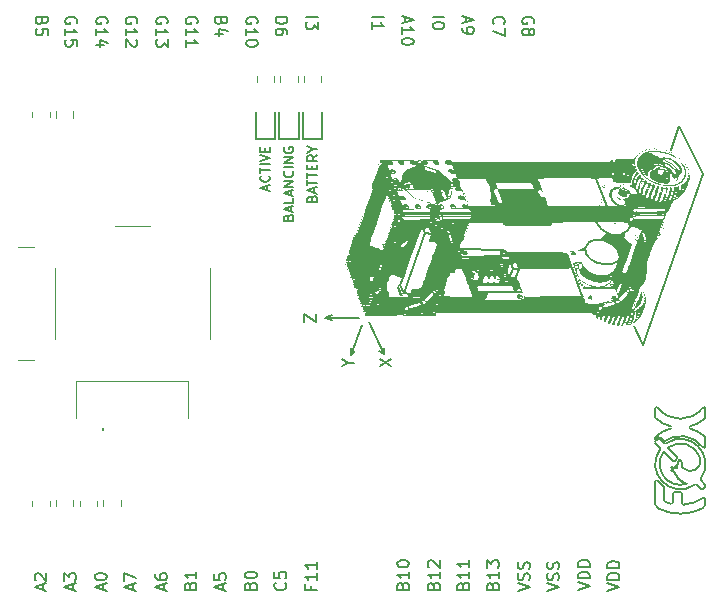
<source format=gbr>
%TF.GenerationSoftware,KiCad,Pcbnew,(6.0.10)*%
%TF.CreationDate,2023-06-21T21:11:52+02:00*%
%TF.ProjectId,FOX-PDA-v1 controller shield,464f582d-5044-4412-9d76-3120636f6e74,rev?*%
%TF.SameCoordinates,Original*%
%TF.FileFunction,Legend,Top*%
%TF.FilePolarity,Positive*%
%FSLAX46Y46*%
G04 Gerber Fmt 4.6, Leading zero omitted, Abs format (unit mm)*
G04 Created by KiCad (PCBNEW (6.0.10)) date 2023-06-21 21:11:52*
%MOMM*%
%LPD*%
G01*
G04 APERTURE LIST*
%ADD10C,0.150000*%
%ADD11C,0.152400*%
%ADD12C,0.200000*%
%ADD13C,0.120000*%
%ADD14C,0.100000*%
G04 APERTURE END LIST*
D10*
X179393061Y-108365535D02*
G75*
G03*
X182356152Y-111328649I1731939J-1231165D01*
G01*
X180646809Y-110313276D02*
G75*
G03*
X180739502Y-110582300I1175891J254676D01*
G01*
D11*
X159525000Y-90075000D02*
X160100000Y-90100000D01*
X159525000Y-90075000D02*
X159325000Y-89625000D01*
D10*
X180981160Y-110809940D02*
G75*
G03*
X181146942Y-111054055I390640J86940D01*
G01*
D11*
X176125014Y-90150035D02*
G75*
G03*
X176949999Y-89400000I-556314J1440635D01*
G01*
D10*
X180872733Y-109730765D02*
X180819000Y-109890930D01*
X180349877Y-106569283D02*
G75*
G03*
X179041667Y-107267393I775223J-3027517D01*
G01*
X180793846Y-110521326D02*
G75*
G03*
X180878311Y-110804055I398354J-34974D01*
G01*
X181312251Y-109906430D02*
G75*
G03*
X182787607Y-109050518I647249J583830D01*
G01*
X183250000Y-113000000D02*
X183250000Y-112562175D01*
D11*
X157700000Y-95125000D02*
X158200000Y-95175000D01*
X167750000Y-95050000D02*
X163950000Y-95050000D01*
X173996142Y-89101597D02*
G75*
G03*
X175025000Y-90075000I1654858J718697D01*
G01*
D10*
X182882332Y-111707515D02*
G75*
G03*
X183059109Y-111707515I88389J88360D01*
G01*
X181146945Y-111054051D02*
G75*
G03*
X181238944Y-111110652I676155J995951D01*
G01*
X183235934Y-111530788D02*
G75*
G03*
X183235885Y-111353962I-88334J88388D01*
G01*
D11*
X174573093Y-92657516D02*
G75*
G03*
X175800000Y-92425000I401907J1232516D01*
G01*
D10*
X179750016Y-111596630D02*
G75*
G03*
X179700000Y-111496630I-124916J30D01*
G01*
X179723478Y-108548662D02*
X180487270Y-109312453D01*
X179041662Y-105725872D02*
G75*
G03*
X180349878Y-106423974I2083338J2329272D01*
G01*
D11*
X151000000Y-97200000D02*
X153950000Y-97200000D01*
D10*
X182857016Y-110827780D02*
G75*
G03*
X182870514Y-110988591I101884J-72420D01*
G01*
X183208317Y-105725849D02*
G75*
G03*
X183250000Y-105632698I-83017J93049D01*
G01*
D11*
X157700000Y-95150000D02*
X159525000Y-90075000D01*
X156000000Y-100300000D02*
X154800000Y-97600000D01*
D10*
X180346810Y-112959754D02*
G75*
G03*
X180500000Y-112837925I28290J121654D01*
G01*
X179723565Y-108548727D02*
G75*
G03*
X181686643Y-111254055I1401435J-1047973D01*
G01*
X181248861Y-109457036D02*
G75*
G03*
X181267987Y-109806855I3783539J31436D01*
G01*
X183249982Y-104896630D02*
G75*
G03*
X183025000Y-104821630I-124982J30D01*
G01*
X181248236Y-111029541D02*
G75*
G03*
X181238944Y-111110652I86164J-50959D01*
G01*
X183235885Y-111353962D02*
X182870514Y-110988591D01*
X179000020Y-113000000D02*
G75*
G03*
X179203518Y-113333495I375180J100D01*
G01*
X183059109Y-111707515D02*
X183235885Y-111530739D01*
X181250000Y-112914158D02*
X181250000Y-112096630D01*
D11*
X183000000Y-85000000D02*
X181000000Y-81000000D01*
D10*
X179000000Y-107499859D02*
X179102503Y-107397356D01*
D11*
X173000000Y-94675000D02*
X175350000Y-94675000D01*
D10*
X179733039Y-107851116D02*
X179367668Y-107485745D01*
X181384394Y-113038819D02*
G75*
G03*
X183055108Y-112458541I-259294J3441819D01*
G01*
X180664047Y-109312453D02*
X180840823Y-109135677D01*
X180639288Y-109897735D02*
X180367088Y-109836034D01*
X181248201Y-111029534D02*
G75*
G03*
X181480146Y-111211969I345999J201234D01*
G01*
D11*
X151000000Y-97200000D02*
X151600000Y-97000000D01*
D10*
X179750000Y-112679809D02*
X179750000Y-111596630D01*
X182857099Y-110827839D02*
G75*
G03*
X179893848Y-107864611I-1732099J1231139D01*
G01*
X183046466Y-113333464D02*
G75*
G03*
X183250000Y-113000000I-171566J333564D01*
G01*
D11*
X167275000Y-92525000D02*
X166750000Y-92550000D01*
D10*
X179041680Y-107267408D02*
G75*
G03*
X179000000Y-107360562I83120J-93092D01*
G01*
X180840823Y-108958900D02*
X180077032Y-108195108D01*
X183250000Y-105632698D02*
X183250000Y-104896630D01*
D11*
X175233091Y-86947402D02*
G75*
G03*
X176350000Y-87774999I1066909J272402D01*
G01*
D10*
X182516968Y-111342137D02*
G75*
G03*
X182356152Y-111328649I-88368J-88163D01*
G01*
X179000010Y-105632698D02*
G75*
G03*
X179041667Y-105725867I124790J-102D01*
G01*
D11*
X153200000Y-100400000D02*
X153600000Y-100000000D01*
D10*
X180367052Y-109836043D02*
G75*
G03*
X180536237Y-110074052I401048J105943D01*
G01*
D11*
X178000000Y-99500000D02*
X183000000Y-85000000D01*
D10*
X181900121Y-106423970D02*
G75*
G03*
X183208333Y-105725867I-775021J3027170D01*
G01*
X179190891Y-107485745D02*
X179014115Y-107662521D01*
X183250000Y-108096630D02*
X183250000Y-107360562D01*
D11*
X180300000Y-83000000D02*
X181000000Y-81000000D01*
X167700000Y-95775000D02*
X164500000Y-95800000D01*
X173540177Y-92262278D02*
G75*
G03*
X174575000Y-92649999I1109823J1387278D01*
G01*
D10*
X181020121Y-109199212D02*
X180919446Y-109558253D01*
X183249987Y-107360562D02*
G75*
G03*
X183208333Y-107267393I-124887J62D01*
G01*
X182787639Y-109050507D02*
G75*
G03*
X180077032Y-108195108I-1662639J-546193D01*
G01*
X179000000Y-111096630D02*
X179000000Y-113000000D01*
D11*
X151000000Y-97200000D02*
X151600000Y-97400000D01*
D10*
X179225014Y-111021619D02*
G75*
G03*
X179000000Y-111096630I-100014J-74981D01*
G01*
D11*
X173071098Y-91305622D02*
G75*
G03*
X173550000Y-92275000I978902J-119378D01*
G01*
D10*
X179203518Y-113333495D02*
G75*
G03*
X183046482Y-113333495I1921482J3737023D01*
G01*
X180487270Y-109312453D02*
G75*
G03*
X180664047Y-109312453I88389J88207D01*
G01*
X180919448Y-109558257D02*
G75*
G03*
X180639288Y-109897735I172552J-427743D01*
G01*
X180793810Y-110521329D02*
G75*
G03*
X180739502Y-110582300I41090J-91271D01*
G01*
X179000000Y-107360562D02*
X179000000Y-107499859D01*
D11*
X154150000Y-97800000D02*
X153200000Y-100400000D01*
D10*
X180757666Y-109870354D02*
X180872733Y-109730765D01*
D11*
X175932088Y-86184243D02*
G75*
G03*
X175225000Y-86975000I-107088J-615757D01*
G01*
X167250000Y-93725000D02*
X167475000Y-93100000D01*
D10*
X180649989Y-111923701D02*
G75*
G03*
X180500000Y-112046120I-24889J-122599D01*
G01*
X179828034Y-112795653D02*
G75*
G03*
X180346821Y-112959707I1296766J3198453D01*
G01*
X179367668Y-107485745D02*
G75*
G03*
X179190891Y-107485745I-88388J-88210D01*
G01*
X181248906Y-109457036D02*
G75*
G03*
X181020121Y-109199212I-262106J-2164D01*
G01*
D11*
X174438008Y-90635176D02*
G75*
G03*
X173400000Y-90800000I-363008J-1064824D01*
G01*
D10*
X180840834Y-109135688D02*
G75*
G03*
X180840823Y-108958900I-88334J88388D01*
G01*
D11*
X174000000Y-85450000D02*
X174875000Y-87725000D01*
D10*
X181249970Y-112096630D02*
G75*
G03*
X181125000Y-111971630I-124970J30D01*
G01*
X183208325Y-107267402D02*
G75*
G03*
X181900122Y-106569286I-2083125J-2328798D01*
G01*
X180981123Y-110809915D02*
G75*
G03*
X180947748Y-110884452I66877J-74685D01*
G01*
D11*
X157425000Y-95200000D02*
X157575000Y-95250000D01*
D10*
X179456056Y-107397356D02*
X179731853Y-107673153D01*
X179225014Y-104821619D02*
G75*
G03*
X179000000Y-104896630I-100014J-74981D01*
G01*
X183024994Y-108171634D02*
G75*
G03*
X179731853Y-107673153I-1899994J-1424966D01*
G01*
D11*
X166950000Y-93100000D02*
X167475000Y-93100000D01*
X156000000Y-100300000D02*
X156000000Y-99800000D01*
D10*
X179393026Y-108365510D02*
G75*
G03*
X179379486Y-108204669I-101926J72410D01*
G01*
D11*
X153200000Y-100400000D02*
X153200000Y-99800000D01*
X157200000Y-94625000D02*
X157425000Y-95200000D01*
X162575000Y-91425000D02*
X165975000Y-91450000D01*
D10*
X179225000Y-104821630D02*
G75*
G03*
X183025000Y-104821630I1900000J1425118D01*
G01*
X179000000Y-104896630D02*
X179000000Y-105632698D01*
D11*
X157400000Y-94400000D02*
X157775000Y-93450000D01*
D10*
X180819000Y-109890930D02*
X180757666Y-109870354D01*
X183250020Y-112562175D02*
G75*
G03*
X183055108Y-112458541I-125020J-25D01*
G01*
X181900108Y-106423918D02*
G75*
G03*
X181900122Y-106569286I18492J-72682D01*
G01*
X180878312Y-110804054D02*
G75*
G03*
X180947748Y-110884452I945788J746654D01*
G01*
X183025014Y-108171619D02*
G75*
G03*
X183250000Y-108096630I99986J75019D01*
G01*
X179014115Y-107839298D02*
X179379486Y-108204669D01*
X180349863Y-106569229D02*
G75*
G03*
X180349878Y-106423974I-18663J72629D01*
G01*
X181267980Y-109806856D02*
G75*
G03*
X181312182Y-109906492I174420J17756D01*
G01*
X179456056Y-107397356D02*
G75*
G03*
X179102503Y-107397356I-176776J-176600D01*
G01*
X180500000Y-112046120D02*
X180500000Y-112837925D01*
D11*
X167475000Y-93100000D02*
X167275000Y-92525000D01*
D10*
X181249935Y-112914158D02*
G75*
G03*
X181384393Y-113038804I124965J-42D01*
G01*
X181480146Y-111211968D02*
G75*
G03*
X181686643Y-111254055I342854J1154568D01*
G01*
X182516961Y-111342144D02*
X182882332Y-111707515D01*
X179750024Y-112679809D02*
G75*
G03*
X179828035Y-112795650I125176J109D01*
G01*
D11*
X166950000Y-93100000D02*
X166725000Y-93700000D01*
D10*
X179014105Y-107662511D02*
G75*
G03*
X179014115Y-107839298I88295J-88389D01*
G01*
X180536239Y-110074059D02*
G75*
G03*
X180362031Y-110144356I181761J-701441D01*
G01*
D11*
X156000000Y-100300000D02*
X155600000Y-100000000D01*
X171500000Y-91800000D02*
X172975000Y-95850000D01*
D10*
X180650001Y-111923638D02*
G75*
G03*
X181125000Y-111971630I474999J2326638D01*
G01*
D11*
X157700000Y-95150000D02*
X157425000Y-94400000D01*
D10*
X179224995Y-111021634D02*
G75*
G03*
X179700000Y-111496630I1900005J1425034D01*
G01*
X179733028Y-107851127D02*
G75*
G03*
X179893848Y-107864611I88372J88227D01*
G01*
D11*
X166750000Y-92550000D02*
X166950000Y-93100000D01*
X178000000Y-99500000D02*
X177200000Y-97950000D01*
D10*
X180362021Y-110144364D02*
G75*
G03*
X180646802Y-110313278I343179J254064D01*
G01*
D11*
X173392783Y-90790487D02*
G75*
G03*
X173050000Y-91325000I557217J-734513D01*
G01*
D12*
X155652380Y-101333333D02*
X156652380Y-100666666D01*
X155652380Y-100666666D02*
X156652380Y-101333333D01*
X160228571Y-119898571D02*
X160276190Y-119755714D01*
X160323809Y-119708095D01*
X160419047Y-119660476D01*
X160561904Y-119660476D01*
X160657142Y-119708095D01*
X160704761Y-119755714D01*
X160752380Y-119850952D01*
X160752380Y-120231904D01*
X159752380Y-120231904D01*
X159752380Y-119898571D01*
X159800000Y-119803333D01*
X159847619Y-119755714D01*
X159942857Y-119708095D01*
X160038095Y-119708095D01*
X160133333Y-119755714D01*
X160180952Y-119803333D01*
X160228571Y-119898571D01*
X160228571Y-120231904D01*
X160752380Y-118708095D02*
X160752380Y-119279523D01*
X160752380Y-118993809D02*
X159752380Y-118993809D01*
X159895238Y-119089047D01*
X159990476Y-119184285D01*
X160038095Y-119279523D01*
X159847619Y-118327142D02*
X159800000Y-118279523D01*
X159752380Y-118184285D01*
X159752380Y-117946190D01*
X159800000Y-117850952D01*
X159847619Y-117803333D01*
X159942857Y-117755714D01*
X160038095Y-117755714D01*
X160180952Y-117803333D01*
X160752380Y-118374761D01*
X160752380Y-117755714D01*
X142366666Y-120279523D02*
X142366666Y-119803333D01*
X142652380Y-120374761D02*
X141652380Y-120041428D01*
X142652380Y-119708095D01*
X141652380Y-118898571D02*
X141652380Y-119374761D01*
X142128571Y-119422380D01*
X142080952Y-119374761D01*
X142033333Y-119279523D01*
X142033333Y-119041428D01*
X142080952Y-118946190D01*
X142128571Y-118898571D01*
X142223809Y-118850952D01*
X142461904Y-118850952D01*
X142557142Y-118898571D01*
X142604761Y-118946190D01*
X142652380Y-119041428D01*
X142652380Y-119279523D01*
X142604761Y-119374761D01*
X142557142Y-119422380D01*
X139628571Y-119898571D02*
X139676190Y-119755714D01*
X139723809Y-119708095D01*
X139819047Y-119660476D01*
X139961904Y-119660476D01*
X140057142Y-119708095D01*
X140104761Y-119755714D01*
X140152380Y-119850952D01*
X140152380Y-120231904D01*
X139152380Y-120231904D01*
X139152380Y-119898571D01*
X139200000Y-119803333D01*
X139247619Y-119755714D01*
X139342857Y-119708095D01*
X139438095Y-119708095D01*
X139533333Y-119755714D01*
X139580952Y-119803333D01*
X139628571Y-119898571D01*
X139628571Y-120231904D01*
X140152380Y-118708095D02*
X140152380Y-119279523D01*
X140152380Y-118993809D02*
X139152380Y-118993809D01*
X139295238Y-119089047D01*
X139390476Y-119184285D01*
X139438095Y-119279523D01*
X155047619Y-71768095D02*
X156047619Y-71768095D01*
X155047619Y-72768095D02*
X155047619Y-72196666D01*
X155047619Y-72482380D02*
X156047619Y-72482380D01*
X155904761Y-72387142D01*
X155809523Y-72291904D01*
X155761904Y-72196666D01*
X162933333Y-71720476D02*
X162933333Y-72196666D01*
X162647619Y-71625238D02*
X163647619Y-71958571D01*
X162647619Y-72291904D01*
X162647619Y-72672857D02*
X162647619Y-72863333D01*
X162695238Y-72958571D01*
X162742857Y-73006190D01*
X162885714Y-73101428D01*
X163076190Y-73149047D01*
X163457142Y-73149047D01*
X163552380Y-73101428D01*
X163600000Y-73053809D01*
X163647619Y-72958571D01*
X163647619Y-72768095D01*
X163600000Y-72672857D01*
X163552380Y-72625238D01*
X163457142Y-72577619D01*
X163219047Y-72577619D01*
X163123809Y-72625238D01*
X163076190Y-72672857D01*
X163028571Y-72768095D01*
X163028571Y-72958571D01*
X163076190Y-73053809D01*
X163123809Y-73101428D01*
X163219047Y-73149047D01*
X144728571Y-119898571D02*
X144776190Y-119755714D01*
X144823809Y-119708095D01*
X144919047Y-119660476D01*
X145061904Y-119660476D01*
X145157142Y-119708095D01*
X145204761Y-119755714D01*
X145252380Y-119850952D01*
X145252380Y-120231904D01*
X144252380Y-120231904D01*
X144252380Y-119898571D01*
X144300000Y-119803333D01*
X144347619Y-119755714D01*
X144442857Y-119708095D01*
X144538095Y-119708095D01*
X144633333Y-119755714D01*
X144680952Y-119803333D01*
X144728571Y-119898571D01*
X144728571Y-120231904D01*
X144252380Y-119041428D02*
X144252380Y-118946190D01*
X144300000Y-118850952D01*
X144347619Y-118803333D01*
X144442857Y-118755714D01*
X144633333Y-118708095D01*
X144871428Y-118708095D01*
X145061904Y-118755714D01*
X145157142Y-118803333D01*
X145204761Y-118850952D01*
X145252380Y-118946190D01*
X145252380Y-119041428D01*
X145204761Y-119136666D01*
X145157142Y-119184285D01*
X145061904Y-119231904D01*
X144871428Y-119279523D01*
X144633333Y-119279523D01*
X144442857Y-119231904D01*
X144347619Y-119184285D01*
X144300000Y-119136666D01*
X144252380Y-119041428D01*
X167352380Y-120374761D02*
X168352380Y-120041428D01*
X167352380Y-119708095D01*
X168304761Y-119422380D02*
X168352380Y-119279523D01*
X168352380Y-119041428D01*
X168304761Y-118946190D01*
X168257142Y-118898571D01*
X168161904Y-118850952D01*
X168066666Y-118850952D01*
X167971428Y-118898571D01*
X167923809Y-118946190D01*
X167876190Y-119041428D01*
X167828571Y-119231904D01*
X167780952Y-119327142D01*
X167733333Y-119374761D01*
X167638095Y-119422380D01*
X167542857Y-119422380D01*
X167447619Y-119374761D01*
X167400000Y-119327142D01*
X167352380Y-119231904D01*
X167352380Y-118993809D01*
X167400000Y-118850952D01*
X168304761Y-118470000D02*
X168352380Y-118327142D01*
X168352380Y-118089047D01*
X168304761Y-117993809D01*
X168257142Y-117946190D01*
X168161904Y-117898571D01*
X168066666Y-117898571D01*
X167971428Y-117946190D01*
X167923809Y-117993809D01*
X167876190Y-118089047D01*
X167828571Y-118279523D01*
X167780952Y-118374761D01*
X167733333Y-118422380D01*
X167638095Y-118470000D01*
X167542857Y-118470000D01*
X167447619Y-118422380D01*
X167400000Y-118374761D01*
X167352380Y-118279523D01*
X167352380Y-118041428D01*
X167400000Y-117898571D01*
X132600000Y-72291904D02*
X132647619Y-72196666D01*
X132647619Y-72053809D01*
X132600000Y-71910952D01*
X132504761Y-71815714D01*
X132409523Y-71768095D01*
X132219047Y-71720476D01*
X132076190Y-71720476D01*
X131885714Y-71768095D01*
X131790476Y-71815714D01*
X131695238Y-71910952D01*
X131647619Y-72053809D01*
X131647619Y-72149047D01*
X131695238Y-72291904D01*
X131742857Y-72339523D01*
X132076190Y-72339523D01*
X132076190Y-72149047D01*
X131647619Y-73291904D02*
X131647619Y-72720476D01*
X131647619Y-73006190D02*
X132647619Y-73006190D01*
X132504761Y-72910952D01*
X132409523Y-72815714D01*
X132361904Y-72720476D01*
X132314285Y-74149047D02*
X131647619Y-74149047D01*
X132695238Y-73910952D02*
X131980952Y-73672857D01*
X131980952Y-74291904D01*
X160147619Y-71768095D02*
X161147619Y-71768095D01*
X161147619Y-72434761D02*
X161147619Y-72530000D01*
X161100000Y-72625238D01*
X161052380Y-72672857D01*
X160957142Y-72720476D01*
X160766666Y-72768095D01*
X160528571Y-72768095D01*
X160338095Y-72720476D01*
X160242857Y-72672857D01*
X160195238Y-72625238D01*
X160147619Y-72530000D01*
X160147619Y-72434761D01*
X160195238Y-72339523D01*
X160242857Y-72291904D01*
X160338095Y-72244285D01*
X160528571Y-72196666D01*
X160766666Y-72196666D01*
X160957142Y-72244285D01*
X161052380Y-72291904D01*
X161100000Y-72339523D01*
X161147619Y-72434761D01*
D11*
X146135466Y-86392126D02*
X146135466Y-86005079D01*
X146367695Y-86469536D02*
X145554895Y-86198602D01*
X146367695Y-85927669D01*
X146290285Y-85192279D02*
X146328990Y-85230983D01*
X146367695Y-85347098D01*
X146367695Y-85424507D01*
X146328990Y-85540621D01*
X146251580Y-85618031D01*
X146174171Y-85656736D01*
X146019352Y-85695440D01*
X145903238Y-85695440D01*
X145748419Y-85656736D01*
X145671009Y-85618031D01*
X145593600Y-85540621D01*
X145554895Y-85424507D01*
X145554895Y-85347098D01*
X145593600Y-85230983D01*
X145632304Y-85192279D01*
X145554895Y-84960050D02*
X145554895Y-84495593D01*
X146367695Y-84727821D02*
X145554895Y-84727821D01*
X146367695Y-84224660D02*
X145554895Y-84224660D01*
X145554895Y-83953726D02*
X146367695Y-83682793D01*
X145554895Y-83411860D01*
X145941942Y-83140926D02*
X145941942Y-82869993D01*
X146367695Y-82753879D02*
X146367695Y-83140926D01*
X145554895Y-83140926D01*
X145554895Y-82753879D01*
D12*
X157833333Y-71720476D02*
X157833333Y-72196666D01*
X157547619Y-71625238D02*
X158547619Y-71958571D01*
X157547619Y-72291904D01*
X157547619Y-73149047D02*
X157547619Y-72577619D01*
X157547619Y-72863333D02*
X158547619Y-72863333D01*
X158404761Y-72768095D01*
X158309523Y-72672857D01*
X158261904Y-72577619D01*
X158547619Y-73768095D02*
X158547619Y-73863333D01*
X158500000Y-73958571D01*
X158452380Y-74006190D01*
X158357142Y-74053809D01*
X158166666Y-74101428D01*
X157928571Y-74101428D01*
X157738095Y-74053809D01*
X157642857Y-74006190D01*
X157595238Y-73958571D01*
X157547619Y-73863333D01*
X157547619Y-73768095D01*
X157595238Y-73672857D01*
X157642857Y-73625238D01*
X157738095Y-73577619D01*
X157928571Y-73530000D01*
X158166666Y-73530000D01*
X158357142Y-73577619D01*
X158452380Y-73625238D01*
X158500000Y-73672857D01*
X158547619Y-73768095D01*
X146847619Y-71768095D02*
X147847619Y-71768095D01*
X147847619Y-72006190D01*
X147800000Y-72149047D01*
X147704761Y-72244285D01*
X147609523Y-72291904D01*
X147419047Y-72339523D01*
X147276190Y-72339523D01*
X147085714Y-72291904D01*
X146990476Y-72244285D01*
X146895238Y-72149047D01*
X146847619Y-72006190D01*
X146847619Y-71768095D01*
X147847619Y-73196666D02*
X147847619Y-73006190D01*
X147800000Y-72910952D01*
X147752380Y-72863333D01*
X147609523Y-72768095D01*
X147419047Y-72720476D01*
X147038095Y-72720476D01*
X146942857Y-72768095D01*
X146895238Y-72815714D01*
X146847619Y-72910952D01*
X146847619Y-73101428D01*
X146895238Y-73196666D01*
X146942857Y-73244285D01*
X147038095Y-73291904D01*
X147276190Y-73291904D01*
X147371428Y-73244285D01*
X147419047Y-73196666D01*
X147466666Y-73101428D01*
X147466666Y-72910952D01*
X147419047Y-72815714D01*
X147371428Y-72768095D01*
X147276190Y-72720476D01*
X149447619Y-71768095D02*
X150447619Y-71768095D01*
X150447619Y-72149047D02*
X150447619Y-72768095D01*
X150066666Y-72434761D01*
X150066666Y-72577619D01*
X150019047Y-72672857D01*
X149971428Y-72720476D01*
X149876190Y-72768095D01*
X149638095Y-72768095D01*
X149542857Y-72720476D01*
X149495238Y-72672857D01*
X149447619Y-72577619D01*
X149447619Y-72291904D01*
X149495238Y-72196666D01*
X149542857Y-72149047D01*
X174952380Y-120374761D02*
X175952380Y-120041428D01*
X174952380Y-119708095D01*
X175952380Y-119374761D02*
X174952380Y-119374761D01*
X174952380Y-119136666D01*
X175000000Y-118993809D01*
X175095238Y-118898571D01*
X175190476Y-118850952D01*
X175380952Y-118803333D01*
X175523809Y-118803333D01*
X175714285Y-118850952D01*
X175809523Y-118898571D01*
X175904761Y-118993809D01*
X175952380Y-119136666D01*
X175952380Y-119374761D01*
X175952380Y-118374761D02*
X174952380Y-118374761D01*
X174952380Y-118136666D01*
X175000000Y-117993809D01*
X175095238Y-117898571D01*
X175190476Y-117850952D01*
X175380952Y-117803333D01*
X175523809Y-117803333D01*
X175714285Y-117850952D01*
X175809523Y-117898571D01*
X175904761Y-117993809D01*
X175952380Y-118136666D01*
X175952380Y-118374761D01*
X140200000Y-72291904D02*
X140247619Y-72196666D01*
X140247619Y-72053809D01*
X140200000Y-71910952D01*
X140104761Y-71815714D01*
X140009523Y-71768095D01*
X139819047Y-71720476D01*
X139676190Y-71720476D01*
X139485714Y-71768095D01*
X139390476Y-71815714D01*
X139295238Y-71910952D01*
X139247619Y-72053809D01*
X139247619Y-72149047D01*
X139295238Y-72291904D01*
X139342857Y-72339523D01*
X139676190Y-72339523D01*
X139676190Y-72149047D01*
X139247619Y-73291904D02*
X139247619Y-72720476D01*
X139247619Y-73006190D02*
X140247619Y-73006190D01*
X140104761Y-72910952D01*
X140009523Y-72815714D01*
X139961904Y-72720476D01*
X139247619Y-74244285D02*
X139247619Y-73672857D01*
X139247619Y-73958571D02*
X140247619Y-73958571D01*
X140104761Y-73863333D01*
X140009523Y-73768095D01*
X139961904Y-73672857D01*
X147657142Y-119660476D02*
X147704761Y-119708095D01*
X147752380Y-119850952D01*
X147752380Y-119946190D01*
X147704761Y-120089047D01*
X147609523Y-120184285D01*
X147514285Y-120231904D01*
X147323809Y-120279523D01*
X147180952Y-120279523D01*
X146990476Y-120231904D01*
X146895238Y-120184285D01*
X146800000Y-120089047D01*
X146752380Y-119946190D01*
X146752380Y-119850952D01*
X146800000Y-119708095D01*
X146847619Y-119660476D01*
X146752380Y-118755714D02*
X146752380Y-119231904D01*
X147228571Y-119279523D01*
X147180952Y-119231904D01*
X147133333Y-119136666D01*
X147133333Y-118898571D01*
X147180952Y-118803333D01*
X147228571Y-118755714D01*
X147323809Y-118708095D01*
X147561904Y-118708095D01*
X147657142Y-118755714D01*
X147704761Y-118803333D01*
X147752380Y-118898571D01*
X147752380Y-119136666D01*
X147704761Y-119231904D01*
X147657142Y-119279523D01*
X168700000Y-72291904D02*
X168747619Y-72196666D01*
X168747619Y-72053809D01*
X168700000Y-71910952D01*
X168604761Y-71815714D01*
X168509523Y-71768095D01*
X168319047Y-71720476D01*
X168176190Y-71720476D01*
X167985714Y-71768095D01*
X167890476Y-71815714D01*
X167795238Y-71910952D01*
X167747619Y-72053809D01*
X167747619Y-72149047D01*
X167795238Y-72291904D01*
X167842857Y-72339523D01*
X168176190Y-72339523D01*
X168176190Y-72149047D01*
X168319047Y-72910952D02*
X168366666Y-72815714D01*
X168414285Y-72768095D01*
X168509523Y-72720476D01*
X168557142Y-72720476D01*
X168652380Y-72768095D01*
X168700000Y-72815714D01*
X168747619Y-72910952D01*
X168747619Y-73101428D01*
X168700000Y-73196666D01*
X168652380Y-73244285D01*
X168557142Y-73291904D01*
X168509523Y-73291904D01*
X168414285Y-73244285D01*
X168366666Y-73196666D01*
X168319047Y-73101428D01*
X168319047Y-72910952D01*
X168271428Y-72815714D01*
X168223809Y-72768095D01*
X168128571Y-72720476D01*
X167938095Y-72720476D01*
X167842857Y-72768095D01*
X167795238Y-72815714D01*
X167747619Y-72910952D01*
X167747619Y-73101428D01*
X167795238Y-73196666D01*
X167842857Y-73244285D01*
X167938095Y-73291904D01*
X168128571Y-73291904D01*
X168223809Y-73244285D01*
X168271428Y-73196666D01*
X168319047Y-73101428D01*
X132266666Y-120279523D02*
X132266666Y-119803333D01*
X132552380Y-120374761D02*
X131552380Y-120041428D01*
X132552380Y-119708095D01*
X131552380Y-119184285D02*
X131552380Y-119089047D01*
X131600000Y-118993809D01*
X131647619Y-118946190D01*
X131742857Y-118898571D01*
X131933333Y-118850952D01*
X132171428Y-118850952D01*
X132361904Y-118898571D01*
X132457142Y-118946190D01*
X132504761Y-118993809D01*
X132552380Y-119089047D01*
X132552380Y-119184285D01*
X132504761Y-119279523D01*
X132457142Y-119327142D01*
X132361904Y-119374761D01*
X132171428Y-119422380D01*
X131933333Y-119422380D01*
X131742857Y-119374761D01*
X131647619Y-119327142D01*
X131600000Y-119279523D01*
X131552380Y-119184285D01*
X135100000Y-72291904D02*
X135147619Y-72196666D01*
X135147619Y-72053809D01*
X135100000Y-71910952D01*
X135004761Y-71815714D01*
X134909523Y-71768095D01*
X134719047Y-71720476D01*
X134576190Y-71720476D01*
X134385714Y-71768095D01*
X134290476Y-71815714D01*
X134195238Y-71910952D01*
X134147619Y-72053809D01*
X134147619Y-72149047D01*
X134195238Y-72291904D01*
X134242857Y-72339523D01*
X134576190Y-72339523D01*
X134576190Y-72149047D01*
X134147619Y-73291904D02*
X134147619Y-72720476D01*
X134147619Y-73006190D02*
X135147619Y-73006190D01*
X135004761Y-72910952D01*
X134909523Y-72815714D01*
X134861904Y-72720476D01*
X135052380Y-73672857D02*
X135100000Y-73720476D01*
X135147619Y-73815714D01*
X135147619Y-74053809D01*
X135100000Y-74149047D01*
X135052380Y-74196666D01*
X134957142Y-74244285D01*
X134861904Y-74244285D01*
X134719047Y-74196666D01*
X134147619Y-73625238D01*
X134147619Y-74244285D01*
X134766666Y-120279523D02*
X134766666Y-119803333D01*
X135052380Y-120374761D02*
X134052380Y-120041428D01*
X135052380Y-119708095D01*
X134052380Y-119470000D02*
X134052380Y-118803333D01*
X135052380Y-119231904D01*
X129666666Y-120279523D02*
X129666666Y-119803333D01*
X129952380Y-120374761D02*
X128952380Y-120041428D01*
X129952380Y-119708095D01*
X128952380Y-119470000D02*
X128952380Y-118850952D01*
X129333333Y-119184285D01*
X129333333Y-119041428D01*
X129380952Y-118946190D01*
X129428571Y-118898571D01*
X129523809Y-118850952D01*
X129761904Y-118850952D01*
X129857142Y-118898571D01*
X129904761Y-118946190D01*
X129952380Y-119041428D01*
X129952380Y-119327142D01*
X129904761Y-119422380D01*
X129857142Y-119470000D01*
X172452380Y-120274761D02*
X173452380Y-119941428D01*
X172452380Y-119608095D01*
X173452380Y-119274761D02*
X172452380Y-119274761D01*
X172452380Y-119036666D01*
X172500000Y-118893809D01*
X172595238Y-118798571D01*
X172690476Y-118750952D01*
X172880952Y-118703333D01*
X173023809Y-118703333D01*
X173214285Y-118750952D01*
X173309523Y-118798571D01*
X173404761Y-118893809D01*
X173452380Y-119036666D01*
X173452380Y-119274761D01*
X173452380Y-118274761D02*
X172452380Y-118274761D01*
X172452380Y-118036666D01*
X172500000Y-117893809D01*
X172595238Y-117798571D01*
X172690476Y-117750952D01*
X172880952Y-117703333D01*
X173023809Y-117703333D01*
X173214285Y-117750952D01*
X173309523Y-117798571D01*
X173404761Y-117893809D01*
X173452380Y-118036666D01*
X173452380Y-118274761D01*
X149828571Y-119898571D02*
X149828571Y-120231904D01*
X150352380Y-120231904D02*
X149352380Y-120231904D01*
X149352380Y-119755714D01*
X150352380Y-118850952D02*
X150352380Y-119422380D01*
X150352380Y-119136666D02*
X149352380Y-119136666D01*
X149495238Y-119231904D01*
X149590476Y-119327142D01*
X149638095Y-119422380D01*
X150352380Y-117898571D02*
X150352380Y-118470000D01*
X150352380Y-118184285D02*
X149352380Y-118184285D01*
X149495238Y-118279523D01*
X149590476Y-118374761D01*
X149638095Y-118470000D01*
X127166666Y-120279523D02*
X127166666Y-119803333D01*
X127452380Y-120374761D02*
X126452380Y-120041428D01*
X127452380Y-119708095D01*
X126547619Y-119422380D02*
X126500000Y-119374761D01*
X126452380Y-119279523D01*
X126452380Y-119041428D01*
X126500000Y-118946190D01*
X126547619Y-118898571D01*
X126642857Y-118850952D01*
X126738095Y-118850952D01*
X126880952Y-118898571D01*
X127452380Y-119470000D01*
X127452380Y-118850952D01*
X127071428Y-72101428D02*
X127023809Y-72244285D01*
X126976190Y-72291904D01*
X126880952Y-72339523D01*
X126738095Y-72339523D01*
X126642857Y-72291904D01*
X126595238Y-72244285D01*
X126547619Y-72149047D01*
X126547619Y-71768095D01*
X127547619Y-71768095D01*
X127547619Y-72101428D01*
X127500000Y-72196666D01*
X127452380Y-72244285D01*
X127357142Y-72291904D01*
X127261904Y-72291904D01*
X127166666Y-72244285D01*
X127119047Y-72196666D01*
X127071428Y-72101428D01*
X127071428Y-71768095D01*
X127547619Y-73244285D02*
X127547619Y-72768095D01*
X127071428Y-72720476D01*
X127119047Y-72768095D01*
X127166666Y-72863333D01*
X127166666Y-73101428D01*
X127119047Y-73196666D01*
X127071428Y-73244285D01*
X126976190Y-73291904D01*
X126738095Y-73291904D01*
X126642857Y-73244285D01*
X126595238Y-73196666D01*
X126547619Y-73101428D01*
X126547619Y-72863333D01*
X126595238Y-72768095D01*
X126642857Y-72720476D01*
X169852380Y-120374761D02*
X170852380Y-120041428D01*
X169852380Y-119708095D01*
X170804761Y-119422380D02*
X170852380Y-119279523D01*
X170852380Y-119041428D01*
X170804761Y-118946190D01*
X170757142Y-118898571D01*
X170661904Y-118850952D01*
X170566666Y-118850952D01*
X170471428Y-118898571D01*
X170423809Y-118946190D01*
X170376190Y-119041428D01*
X170328571Y-119231904D01*
X170280952Y-119327142D01*
X170233333Y-119374761D01*
X170138095Y-119422380D01*
X170042857Y-119422380D01*
X169947619Y-119374761D01*
X169900000Y-119327142D01*
X169852380Y-119231904D01*
X169852380Y-118993809D01*
X169900000Y-118850952D01*
X170804761Y-118470000D02*
X170852380Y-118327142D01*
X170852380Y-118089047D01*
X170804761Y-117993809D01*
X170757142Y-117946190D01*
X170661904Y-117898571D01*
X170566666Y-117898571D01*
X170471428Y-117946190D01*
X170423809Y-117993809D01*
X170376190Y-118089047D01*
X170328571Y-118279523D01*
X170280952Y-118374761D01*
X170233333Y-118422380D01*
X170138095Y-118470000D01*
X170042857Y-118470000D01*
X169947619Y-118422380D01*
X169900000Y-118374761D01*
X169852380Y-118279523D01*
X169852380Y-118041428D01*
X169900000Y-117898571D01*
X145300000Y-72291904D02*
X145347619Y-72196666D01*
X145347619Y-72053809D01*
X145300000Y-71910952D01*
X145204761Y-71815714D01*
X145109523Y-71768095D01*
X144919047Y-71720476D01*
X144776190Y-71720476D01*
X144585714Y-71768095D01*
X144490476Y-71815714D01*
X144395238Y-71910952D01*
X144347619Y-72053809D01*
X144347619Y-72149047D01*
X144395238Y-72291904D01*
X144442857Y-72339523D01*
X144776190Y-72339523D01*
X144776190Y-72149047D01*
X144347619Y-73291904D02*
X144347619Y-72720476D01*
X144347619Y-73006190D02*
X145347619Y-73006190D01*
X145204761Y-72910952D01*
X145109523Y-72815714D01*
X145061904Y-72720476D01*
X145347619Y-73910952D02*
X145347619Y-74006190D01*
X145300000Y-74101428D01*
X145252380Y-74149047D01*
X145157142Y-74196666D01*
X144966666Y-74244285D01*
X144728571Y-74244285D01*
X144538095Y-74196666D01*
X144442857Y-74149047D01*
X144395238Y-74101428D01*
X144347619Y-74006190D01*
X144347619Y-73910952D01*
X144395238Y-73815714D01*
X144442857Y-73768095D01*
X144538095Y-73720476D01*
X144728571Y-73672857D01*
X144966666Y-73672857D01*
X145157142Y-73720476D01*
X145252380Y-73768095D01*
X145300000Y-73815714D01*
X145347619Y-73910952D01*
X149252380Y-97533333D02*
X149252380Y-96866666D01*
X150252380Y-97533333D01*
X150252380Y-96866666D01*
X152976190Y-101000000D02*
X153452380Y-101000000D01*
X152452380Y-101333333D02*
X152976190Y-101000000D01*
X152452380Y-100666666D01*
X137700000Y-72291904D02*
X137747619Y-72196666D01*
X137747619Y-72053809D01*
X137700000Y-71910952D01*
X137604761Y-71815714D01*
X137509523Y-71768095D01*
X137319047Y-71720476D01*
X137176190Y-71720476D01*
X136985714Y-71768095D01*
X136890476Y-71815714D01*
X136795238Y-71910952D01*
X136747619Y-72053809D01*
X136747619Y-72149047D01*
X136795238Y-72291904D01*
X136842857Y-72339523D01*
X137176190Y-72339523D01*
X137176190Y-72149047D01*
X136747619Y-73291904D02*
X136747619Y-72720476D01*
X136747619Y-73006190D02*
X137747619Y-73006190D01*
X137604761Y-72910952D01*
X137509523Y-72815714D01*
X137461904Y-72720476D01*
X137747619Y-73625238D02*
X137747619Y-74244285D01*
X137366666Y-73910952D01*
X137366666Y-74053809D01*
X137319047Y-74149047D01*
X137271428Y-74196666D01*
X137176190Y-74244285D01*
X136938095Y-74244285D01*
X136842857Y-74196666D01*
X136795238Y-74149047D01*
X136747619Y-74053809D01*
X136747619Y-73768095D01*
X136795238Y-73672857D01*
X136842857Y-73625238D01*
X165228571Y-119898571D02*
X165276190Y-119755714D01*
X165323809Y-119708095D01*
X165419047Y-119660476D01*
X165561904Y-119660476D01*
X165657142Y-119708095D01*
X165704761Y-119755714D01*
X165752380Y-119850952D01*
X165752380Y-120231904D01*
X164752380Y-120231904D01*
X164752380Y-119898571D01*
X164800000Y-119803333D01*
X164847619Y-119755714D01*
X164942857Y-119708095D01*
X165038095Y-119708095D01*
X165133333Y-119755714D01*
X165180952Y-119803333D01*
X165228571Y-119898571D01*
X165228571Y-120231904D01*
X165752380Y-118708095D02*
X165752380Y-119279523D01*
X165752380Y-118993809D02*
X164752380Y-118993809D01*
X164895238Y-119089047D01*
X164990476Y-119184285D01*
X165038095Y-119279523D01*
X164752380Y-118374761D02*
X164752380Y-117755714D01*
X165133333Y-118089047D01*
X165133333Y-117946190D01*
X165180952Y-117850952D01*
X165228571Y-117803333D01*
X165323809Y-117755714D01*
X165561904Y-117755714D01*
X165657142Y-117803333D01*
X165704761Y-117850952D01*
X165752380Y-117946190D01*
X165752380Y-118231904D01*
X165704761Y-118327142D01*
X165657142Y-118374761D01*
X162728571Y-119898571D02*
X162776190Y-119755714D01*
X162823809Y-119708095D01*
X162919047Y-119660476D01*
X163061904Y-119660476D01*
X163157142Y-119708095D01*
X163204761Y-119755714D01*
X163252380Y-119850952D01*
X163252380Y-120231904D01*
X162252380Y-120231904D01*
X162252380Y-119898571D01*
X162300000Y-119803333D01*
X162347619Y-119755714D01*
X162442857Y-119708095D01*
X162538095Y-119708095D01*
X162633333Y-119755714D01*
X162680952Y-119803333D01*
X162728571Y-119898571D01*
X162728571Y-120231904D01*
X163252380Y-118708095D02*
X163252380Y-119279523D01*
X163252380Y-118993809D02*
X162252380Y-118993809D01*
X162395238Y-119089047D01*
X162490476Y-119184285D01*
X162538095Y-119279523D01*
X163252380Y-117755714D02*
X163252380Y-118327142D01*
X163252380Y-118041428D02*
X162252380Y-118041428D01*
X162395238Y-118136666D01*
X162490476Y-118231904D01*
X162538095Y-118327142D01*
D11*
X147941942Y-88714412D02*
X147980647Y-88598298D01*
X148019352Y-88559593D01*
X148096761Y-88520888D01*
X148212876Y-88520888D01*
X148290285Y-88559593D01*
X148328990Y-88598298D01*
X148367695Y-88675707D01*
X148367695Y-88985345D01*
X147554895Y-88985345D01*
X147554895Y-88714412D01*
X147593600Y-88637002D01*
X147632304Y-88598298D01*
X147709714Y-88559593D01*
X147787123Y-88559593D01*
X147864533Y-88598298D01*
X147903238Y-88637002D01*
X147941942Y-88714412D01*
X147941942Y-88985345D01*
X148135466Y-88211250D02*
X148135466Y-87824202D01*
X148367695Y-88288660D02*
X147554895Y-88017726D01*
X148367695Y-87746793D01*
X148367695Y-87088812D02*
X148367695Y-87475860D01*
X147554895Y-87475860D01*
X148135466Y-86856583D02*
X148135466Y-86469536D01*
X148367695Y-86933993D02*
X147554895Y-86663060D01*
X148367695Y-86392126D01*
X148367695Y-86121193D02*
X147554895Y-86121193D01*
X148367695Y-85656736D01*
X147554895Y-85656736D01*
X148290285Y-84805231D02*
X148328990Y-84843936D01*
X148367695Y-84960050D01*
X148367695Y-85037460D01*
X148328990Y-85153574D01*
X148251580Y-85230983D01*
X148174171Y-85269688D01*
X148019352Y-85308393D01*
X147903238Y-85308393D01*
X147748419Y-85269688D01*
X147671009Y-85230983D01*
X147593600Y-85153574D01*
X147554895Y-85037460D01*
X147554895Y-84960050D01*
X147593600Y-84843936D01*
X147632304Y-84805231D01*
X148367695Y-84456888D02*
X147554895Y-84456888D01*
X148367695Y-84069840D02*
X147554895Y-84069840D01*
X148367695Y-83605383D01*
X147554895Y-83605383D01*
X147593600Y-82792583D02*
X147554895Y-82869993D01*
X147554895Y-82986107D01*
X147593600Y-83102221D01*
X147671009Y-83179631D01*
X147748419Y-83218336D01*
X147903238Y-83257040D01*
X148019352Y-83257040D01*
X148174171Y-83218336D01*
X148251580Y-83179631D01*
X148328990Y-83102221D01*
X148367695Y-82986107D01*
X148367695Y-82908698D01*
X148328990Y-82792583D01*
X148290285Y-82753879D01*
X148019352Y-82753879D01*
X148019352Y-82908698D01*
X149941942Y-87127517D02*
X149980647Y-87011402D01*
X150019352Y-86972698D01*
X150096761Y-86933993D01*
X150212876Y-86933993D01*
X150290285Y-86972698D01*
X150328990Y-87011402D01*
X150367695Y-87088812D01*
X150367695Y-87398450D01*
X149554895Y-87398450D01*
X149554895Y-87127517D01*
X149593600Y-87050107D01*
X149632304Y-87011402D01*
X149709714Y-86972698D01*
X149787123Y-86972698D01*
X149864533Y-87011402D01*
X149903238Y-87050107D01*
X149941942Y-87127517D01*
X149941942Y-87398450D01*
X150135466Y-86624355D02*
X150135466Y-86237307D01*
X150367695Y-86701764D02*
X149554895Y-86430831D01*
X150367695Y-86159898D01*
X149554895Y-86005079D02*
X149554895Y-85540621D01*
X150367695Y-85772850D02*
X149554895Y-85772850D01*
X149554895Y-85385802D02*
X149554895Y-84921345D01*
X150367695Y-85153574D02*
X149554895Y-85153574D01*
X149941942Y-84650412D02*
X149941942Y-84379479D01*
X150367695Y-84263364D02*
X150367695Y-84650412D01*
X149554895Y-84650412D01*
X149554895Y-84263364D01*
X150367695Y-83450564D02*
X149980647Y-83721498D01*
X150367695Y-83915021D02*
X149554895Y-83915021D01*
X149554895Y-83605383D01*
X149593600Y-83527974D01*
X149632304Y-83489269D01*
X149709714Y-83450564D01*
X149825828Y-83450564D01*
X149903238Y-83489269D01*
X149941942Y-83527974D01*
X149980647Y-83605383D01*
X149980647Y-83915021D01*
X149980647Y-82947402D02*
X150367695Y-82947402D01*
X149554895Y-83218336D02*
X149980647Y-82947402D01*
X149554895Y-82676469D01*
D12*
X165342857Y-72339523D02*
X165295238Y-72291904D01*
X165247619Y-72149047D01*
X165247619Y-72053809D01*
X165295238Y-71910952D01*
X165390476Y-71815714D01*
X165485714Y-71768095D01*
X165676190Y-71720476D01*
X165819047Y-71720476D01*
X166009523Y-71768095D01*
X166104761Y-71815714D01*
X166200000Y-71910952D01*
X166247619Y-72053809D01*
X166247619Y-72149047D01*
X166200000Y-72291904D01*
X166152380Y-72339523D01*
X166247619Y-72672857D02*
X166247619Y-73339523D01*
X165247619Y-72910952D01*
X157628571Y-119898571D02*
X157676190Y-119755714D01*
X157723809Y-119708095D01*
X157819047Y-119660476D01*
X157961904Y-119660476D01*
X158057142Y-119708095D01*
X158104761Y-119755714D01*
X158152380Y-119850952D01*
X158152380Y-120231904D01*
X157152380Y-120231904D01*
X157152380Y-119898571D01*
X157200000Y-119803333D01*
X157247619Y-119755714D01*
X157342857Y-119708095D01*
X157438095Y-119708095D01*
X157533333Y-119755714D01*
X157580952Y-119803333D01*
X157628571Y-119898571D01*
X157628571Y-120231904D01*
X158152380Y-118708095D02*
X158152380Y-119279523D01*
X158152380Y-118993809D02*
X157152380Y-118993809D01*
X157295238Y-119089047D01*
X157390476Y-119184285D01*
X157438095Y-119279523D01*
X157152380Y-118089047D02*
X157152380Y-117993809D01*
X157200000Y-117898571D01*
X157247619Y-117850952D01*
X157342857Y-117803333D01*
X157533333Y-117755714D01*
X157771428Y-117755714D01*
X157961904Y-117803333D01*
X158057142Y-117850952D01*
X158104761Y-117898571D01*
X158152380Y-117993809D01*
X158152380Y-118089047D01*
X158104761Y-118184285D01*
X158057142Y-118231904D01*
X157961904Y-118279523D01*
X157771428Y-118327142D01*
X157533333Y-118327142D01*
X157342857Y-118279523D01*
X157247619Y-118231904D01*
X157200000Y-118184285D01*
X157152380Y-118089047D01*
X137366666Y-120279523D02*
X137366666Y-119803333D01*
X137652380Y-120374761D02*
X136652380Y-120041428D01*
X137652380Y-119708095D01*
X136652380Y-118946190D02*
X136652380Y-119136666D01*
X136700000Y-119231904D01*
X136747619Y-119279523D01*
X136890476Y-119374761D01*
X137080952Y-119422380D01*
X137461904Y-119422380D01*
X137557142Y-119374761D01*
X137604761Y-119327142D01*
X137652380Y-119231904D01*
X137652380Y-119041428D01*
X137604761Y-118946190D01*
X137557142Y-118898571D01*
X137461904Y-118850952D01*
X137223809Y-118850952D01*
X137128571Y-118898571D01*
X137080952Y-118946190D01*
X137033333Y-119041428D01*
X137033333Y-119231904D01*
X137080952Y-119327142D01*
X137128571Y-119374761D01*
X137223809Y-119422380D01*
X130000000Y-72291904D02*
X130047619Y-72196666D01*
X130047619Y-72053809D01*
X130000000Y-71910952D01*
X129904761Y-71815714D01*
X129809523Y-71768095D01*
X129619047Y-71720476D01*
X129476190Y-71720476D01*
X129285714Y-71768095D01*
X129190476Y-71815714D01*
X129095238Y-71910952D01*
X129047619Y-72053809D01*
X129047619Y-72149047D01*
X129095238Y-72291904D01*
X129142857Y-72339523D01*
X129476190Y-72339523D01*
X129476190Y-72149047D01*
X129047619Y-73291904D02*
X129047619Y-72720476D01*
X129047619Y-73006190D02*
X130047619Y-73006190D01*
X129904761Y-72910952D01*
X129809523Y-72815714D01*
X129761904Y-72720476D01*
X130047619Y-74196666D02*
X130047619Y-73720476D01*
X129571428Y-73672857D01*
X129619047Y-73720476D01*
X129666666Y-73815714D01*
X129666666Y-74053809D01*
X129619047Y-74149047D01*
X129571428Y-74196666D01*
X129476190Y-74244285D01*
X129238095Y-74244285D01*
X129142857Y-74196666D01*
X129095238Y-74149047D01*
X129047619Y-74053809D01*
X129047619Y-73815714D01*
X129095238Y-73720476D01*
X129142857Y-73672857D01*
X142271428Y-72101428D02*
X142223809Y-72244285D01*
X142176190Y-72291904D01*
X142080952Y-72339523D01*
X141938095Y-72339523D01*
X141842857Y-72291904D01*
X141795238Y-72244285D01*
X141747619Y-72149047D01*
X141747619Y-71768095D01*
X142747619Y-71768095D01*
X142747619Y-72101428D01*
X142700000Y-72196666D01*
X142652380Y-72244285D01*
X142557142Y-72291904D01*
X142461904Y-72291904D01*
X142366666Y-72244285D01*
X142319047Y-72196666D01*
X142271428Y-72101428D01*
X142271428Y-71768095D01*
X142414285Y-73196666D02*
X141747619Y-73196666D01*
X142795238Y-72958571D02*
X142080952Y-72720476D01*
X142080952Y-73339523D01*
D13*
%TO.C,C2*%
X129735000Y-113173752D02*
X129735000Y-112651248D01*
X128265000Y-113173752D02*
X128265000Y-112651248D01*
D12*
%TO.C,LED1*%
X145175000Y-79750000D02*
X145175000Y-82075000D01*
X146825000Y-82075000D02*
X146825000Y-79750000D01*
X145175000Y-82075000D02*
X146825000Y-82075000D01*
D13*
%TO.C,R5*%
X148735000Y-76772936D02*
X148735000Y-77227064D01*
X147265000Y-76772936D02*
X147265000Y-77227064D01*
%TO.C,R6*%
X150735000Y-76772936D02*
X150735000Y-77227064D01*
X149265000Y-76772936D02*
X149265000Y-77227064D01*
D12*
%TO.C,LED3*%
X150825000Y-82075000D02*
X150825000Y-79750000D01*
X149175000Y-79750000D02*
X149175000Y-82075000D01*
X149175000Y-82075000D02*
X150825000Y-82075000D01*
%TO.C,G\u002A\u002A\u002A*%
G36*
X154550657Y-87681414D02*
G01*
X154529769Y-87702302D01*
X154508881Y-87681414D01*
X154529769Y-87660526D01*
X154550657Y-87681414D01*
G37*
G36*
X172222039Y-93780756D02*
G01*
X172201151Y-93801645D01*
X172180263Y-93780756D01*
X172201151Y-93759868D01*
X172222039Y-93780756D01*
G37*
G36*
X172054934Y-93112335D02*
G01*
X172034046Y-93133224D01*
X172013157Y-93112335D01*
X172034046Y-93091447D01*
X172054934Y-93112335D01*
G37*
G36*
X172135471Y-93319989D02*
G01*
X172138486Y-93342105D01*
X172123201Y-93376492D01*
X172110636Y-93369956D01*
X172105636Y-93320377D01*
X172110636Y-93314254D01*
X172135471Y-93319989D01*
G37*
G36*
X176244024Y-89257510D02*
G01*
X176265002Y-89259436D01*
X176299097Y-89266658D01*
X176258763Y-89272177D01*
X176153119Y-89275174D01*
X176086348Y-89275481D01*
X175957263Y-89273700D01*
X175892470Y-89269164D01*
X175899746Y-89262688D01*
X175930791Y-89259160D01*
X176088573Y-89252650D01*
X176244024Y-89257510D01*
G37*
G36*
X154213432Y-88599265D02*
G01*
X154216447Y-88621381D01*
X154201162Y-88655768D01*
X154188596Y-88649232D01*
X154183596Y-88599654D01*
X154188596Y-88593531D01*
X154213432Y-88599265D01*
G37*
G36*
X153046710Y-91483059D02*
G01*
X153025822Y-91503947D01*
X153004934Y-91483059D01*
X153025822Y-91462171D01*
X153046710Y-91483059D01*
G37*
G36*
X172556250Y-94449177D02*
G01*
X172535361Y-94470066D01*
X172514473Y-94449177D01*
X172535361Y-94428289D01*
X172556250Y-94449177D01*
G37*
G36*
X172138486Y-93571875D02*
G01*
X172117598Y-93592763D01*
X172096710Y-93571875D01*
X172117598Y-93550987D01*
X172138486Y-93571875D01*
G37*
G36*
X167595385Y-95619425D02*
G01*
X167461322Y-95592310D01*
X167343681Y-95529498D01*
X167290643Y-95469352D01*
X167269066Y-95366105D01*
X167274496Y-95355790D01*
X167394884Y-95355790D01*
X167399610Y-95422215D01*
X167427871Y-95458934D01*
X167477645Y-95503341D01*
X167483716Y-95480426D01*
X167473429Y-95437747D01*
X167471296Y-95367250D01*
X167526060Y-95348000D01*
X167527775Y-95348008D01*
X167579824Y-95355265D01*
X167553872Y-95385828D01*
X167543092Y-95393725D01*
X167505233Y-95425437D01*
X167541207Y-95419186D01*
X167553536Y-95415285D01*
X167613918Y-95413582D01*
X167626644Y-95432232D01*
X167593978Y-95470423D01*
X167577905Y-95472697D01*
X167548956Y-95488678D01*
X167555215Y-95498746D01*
X167611585Y-95508804D01*
X167645026Y-95500328D01*
X167688805Y-95454280D01*
X167670544Y-95392106D01*
X167601811Y-95337213D01*
X167556313Y-95320823D01*
X167451997Y-95316747D01*
X167394884Y-95355790D01*
X167274496Y-95355790D01*
X167311774Y-95284981D01*
X167400700Y-95234007D01*
X167517774Y-95221213D01*
X167644927Y-95254626D01*
X167700901Y-95287073D01*
X167775228Y-95377605D01*
X167789373Y-95483314D01*
X167742642Y-95574295D01*
X167708151Y-95599121D01*
X167611585Y-95616508D01*
X167595385Y-95619425D01*
G37*
G36*
X154048062Y-89101809D02*
G01*
X154027261Y-89170463D01*
X154007565Y-89206250D01*
X153974463Y-89239689D01*
X153967068Y-89227138D01*
X153987869Y-89158484D01*
X154007565Y-89122697D01*
X154040668Y-89089258D01*
X154048062Y-89101809D01*
G37*
G36*
X174600274Y-86761107D02*
G01*
X174603289Y-86783224D01*
X174588004Y-86817610D01*
X174575438Y-86811074D01*
X174570438Y-86761496D01*
X174575438Y-86755373D01*
X174600274Y-86761107D01*
G37*
G36*
X160982126Y-87772078D02*
G01*
X160967170Y-87828860D01*
X160956359Y-87841557D01*
X160900826Y-87869406D01*
X160878767Y-87835266D01*
X160885550Y-87806743D01*
X160926556Y-87751461D01*
X160946903Y-87744079D01*
X160982126Y-87772078D01*
G37*
G36*
X177944098Y-83098776D02*
G01*
X177945394Y-83120833D01*
X177911857Y-83170278D01*
X177883393Y-83176535D01*
X177844408Y-83162469D01*
X177867620Y-83120833D01*
X177915185Y-83072884D01*
X177929621Y-83065131D01*
X177944098Y-83098776D01*
G37*
G36*
X181078879Y-83686524D02*
G01*
X181111597Y-83716878D01*
X181138227Y-83764021D01*
X181124507Y-83775329D01*
X181074306Y-83750023D01*
X181039985Y-83700674D01*
X181043102Y-83672322D01*
X181078879Y-83686524D01*
G37*
G36*
X179073355Y-86052138D02*
G01*
X179052467Y-86073026D01*
X179031579Y-86052138D01*
X179052467Y-86031250D01*
X179073355Y-86052138D01*
G37*
G36*
X180229166Y-83204386D02*
G01*
X180223432Y-83229222D01*
X180201315Y-83232237D01*
X180166929Y-83216951D01*
X180173464Y-83204386D01*
X180223043Y-83199386D01*
X180229166Y-83204386D01*
G37*
G36*
X152921381Y-93028783D02*
G01*
X152900493Y-93049671D01*
X152879605Y-93028783D01*
X152900493Y-93007895D01*
X152921381Y-93028783D01*
G37*
G36*
X157600329Y-94156743D02*
G01*
X157579440Y-94177631D01*
X157558552Y-94156743D01*
X157579440Y-94135855D01*
X157600329Y-94156743D01*
G37*
G36*
X153882236Y-95577138D02*
G01*
X153861348Y-95598026D01*
X153840460Y-95577138D01*
X153861348Y-95556250D01*
X153882236Y-95577138D01*
G37*
G36*
X174018421Y-85467270D02*
G01*
X173997532Y-85488158D01*
X173976644Y-85467270D01*
X173997532Y-85446381D01*
X174018421Y-85467270D01*
G37*
G36*
X153169024Y-93654199D02*
G01*
X153172039Y-93676316D01*
X153156754Y-93710702D01*
X153144188Y-93704167D01*
X153139188Y-93654588D01*
X153144188Y-93648465D01*
X153169024Y-93654199D01*
G37*
G36*
X163240131Y-87681414D02*
G01*
X163219243Y-87702302D01*
X163198355Y-87681414D01*
X163219243Y-87660526D01*
X163240131Y-87681414D01*
G37*
G36*
X161109539Y-95326480D02*
G01*
X161088651Y-95347368D01*
X161067763Y-95326480D01*
X161088651Y-95305592D01*
X161109539Y-95326480D01*
G37*
G36*
X173600657Y-90731085D02*
G01*
X173579769Y-90751974D01*
X173558881Y-90731085D01*
X173579769Y-90710197D01*
X173600657Y-90731085D01*
G37*
G36*
X174227302Y-86010362D02*
G01*
X174206414Y-86031250D01*
X174185526Y-86010362D01*
X174206414Y-85989474D01*
X174227302Y-86010362D01*
G37*
G36*
X156752655Y-87944953D02*
G01*
X156757754Y-87952960D01*
X156798909Y-88042294D01*
X156824408Y-88120066D01*
X156836665Y-88182937D01*
X156818726Y-88169849D01*
X156813627Y-88161842D01*
X156772472Y-88072508D01*
X156746973Y-87994737D01*
X156734716Y-87931866D01*
X156752655Y-87944953D01*
G37*
G36*
X162905921Y-90229770D02*
G01*
X162885032Y-90250658D01*
X162864144Y-90229770D01*
X162885032Y-90208881D01*
X162905921Y-90229770D01*
G37*
G36*
X153920998Y-95659463D02*
G01*
X153924013Y-95681579D01*
X153908727Y-95715965D01*
X153896162Y-95709430D01*
X153891162Y-95659851D01*
X153896162Y-95653728D01*
X153920998Y-95659463D01*
G37*
G36*
X172302577Y-93988410D02*
G01*
X172305592Y-94010526D01*
X172290306Y-94044913D01*
X172277741Y-94038377D01*
X172272741Y-93988798D01*
X172277741Y-93982675D01*
X172302577Y-93988410D01*
G37*
G36*
X177399287Y-95617686D02*
G01*
X177402302Y-95639802D01*
X177387017Y-95674189D01*
X177374451Y-95667653D01*
X177369451Y-95618075D01*
X177374451Y-95611952D01*
X177399287Y-95617686D01*
G37*
G36*
X156302248Y-90395647D02*
G01*
X156305263Y-90417763D01*
X156289977Y-90452150D01*
X156277412Y-90445614D01*
X156272412Y-90396035D01*
X156277412Y-90389912D01*
X156302248Y-90395647D01*
G37*
G36*
X154046327Y-95993673D02*
G01*
X154049342Y-96015789D01*
X154034056Y-96050176D01*
X154021491Y-96043640D01*
X154016491Y-95994062D01*
X154021491Y-95987938D01*
X154046327Y-95993673D01*
G37*
G36*
X175460766Y-87381202D02*
G01*
X175491036Y-87404539D01*
X175555985Y-87465517D01*
X175555702Y-87492735D01*
X175548371Y-87493421D01*
X175513499Y-87464872D01*
X175475263Y-87420312D01*
X175439133Y-87370829D01*
X175460766Y-87381202D01*
G37*
G36*
X155007182Y-86343344D02*
G01*
X155010197Y-86365460D01*
X154994912Y-86399847D01*
X154982346Y-86393311D01*
X154977346Y-86343733D01*
X154982346Y-86337610D01*
X155007182Y-86343344D01*
G37*
G36*
X172720340Y-94865713D02*
G01*
X172723355Y-94887829D01*
X172708070Y-94922215D01*
X172695504Y-94915680D01*
X172690504Y-94866101D01*
X172695504Y-94859978D01*
X172720340Y-94865713D01*
G37*
G36*
X180326644Y-87221875D02*
G01*
X180305756Y-87242763D01*
X180284868Y-87221875D01*
X180305756Y-87200987D01*
X180326644Y-87221875D01*
G37*
G36*
X173015789Y-95660691D02*
G01*
X172994901Y-95681579D01*
X172974013Y-95660691D01*
X172994901Y-95639802D01*
X173015789Y-95660691D01*
G37*
G36*
X163111787Y-89601897D02*
G01*
X163114802Y-89624013D01*
X163099517Y-89658400D01*
X163086951Y-89651864D01*
X163081951Y-89602285D01*
X163086951Y-89596162D01*
X163111787Y-89601897D01*
G37*
G36*
X172177248Y-93654199D02*
G01*
X172180263Y-93676316D01*
X172164977Y-93710702D01*
X172152412Y-93704167D01*
X172147412Y-93654588D01*
X172152412Y-93648465D01*
X172177248Y-93654199D01*
G37*
G36*
X172219024Y-93278213D02*
G01*
X172222039Y-93300329D01*
X172206754Y-93334715D01*
X172194188Y-93328180D01*
X172189188Y-93278601D01*
X172194188Y-93272478D01*
X172219024Y-93278213D01*
G37*
G36*
X178945256Y-82862744D02*
G01*
X178942995Y-82887341D01*
X178880243Y-82927184D01*
X178875649Y-82929367D01*
X178781025Y-82959639D01*
X178723118Y-82936600D01*
X178720353Y-82933682D01*
X178699853Y-82903197D01*
X178730530Y-82916382D01*
X178804513Y-82919041D01*
X178844010Y-82897673D01*
X178914627Y-82862534D01*
X178945256Y-82862744D01*
G37*
G36*
X179778976Y-83017382D02*
G01*
X179847054Y-83054104D01*
X179903666Y-83045899D01*
X179972902Y-83031777D01*
X179992434Y-83038613D01*
X179958304Y-83066288D01*
X179909255Y-83085901D01*
X179807571Y-83092937D01*
X179749085Y-83046481D01*
X179742416Y-83010446D01*
X179756234Y-82989226D01*
X179778976Y-83017382D01*
G37*
G36*
X153004934Y-91608388D02*
G01*
X152984046Y-91629276D01*
X152963157Y-91608388D01*
X152984046Y-91587500D01*
X153004934Y-91608388D01*
G37*
G36*
X167372971Y-93403542D02*
G01*
X167375986Y-93425658D01*
X167360701Y-93460044D01*
X167348136Y-93453509D01*
X167343136Y-93403930D01*
X167348136Y-93397807D01*
X167372971Y-93403542D01*
G37*
G36*
X155177302Y-85425493D02*
G01*
X155156414Y-85446381D01*
X155135526Y-85425493D01*
X155156414Y-85404605D01*
X155177302Y-85425493D01*
G37*
G36*
X153213815Y-93780756D02*
G01*
X153192927Y-93801645D01*
X153172039Y-93780756D01*
X153192927Y-93759868D01*
X153213815Y-93780756D01*
G37*
G36*
X172848684Y-94741612D02*
G01*
X172827796Y-94762500D01*
X172806907Y-94741612D01*
X172827796Y-94720724D01*
X172848684Y-94741612D01*
G37*
G36*
X174728618Y-89853783D02*
G01*
X174707730Y-89874671D01*
X174686842Y-89853783D01*
X174707730Y-89832895D01*
X174728618Y-89853783D01*
G37*
G36*
X163156579Y-87472533D02*
G01*
X163135690Y-87493421D01*
X163114802Y-87472533D01*
X163135690Y-87451645D01*
X163156579Y-87472533D01*
G37*
G36*
X156512865Y-89812006D02*
G01*
X156492064Y-89880661D01*
X156472368Y-89916447D01*
X156439266Y-89949886D01*
X156431871Y-89937335D01*
X156452672Y-89868681D01*
X156472368Y-89832895D01*
X156505470Y-89799456D01*
X156512865Y-89812006D01*
G37*
G36*
X172051919Y-93319989D02*
G01*
X172054934Y-93342105D01*
X172039648Y-93376492D01*
X172027083Y-93369956D01*
X172022083Y-93320377D01*
X172027083Y-93314254D01*
X172051919Y-93319989D01*
G37*
G36*
X153840460Y-95451809D02*
G01*
X153819572Y-95472697D01*
X153798684Y-95451809D01*
X153819572Y-95430921D01*
X153840460Y-95451809D01*
G37*
G36*
X173261107Y-90940119D02*
G01*
X173141923Y-91095095D01*
X173078674Y-91235357D01*
X173057861Y-91392663D01*
X173057565Y-91419037D01*
X173096245Y-91637485D01*
X173205889Y-91864810D01*
X173376899Y-92087723D01*
X173599681Y-92292935D01*
X173778207Y-92417040D01*
X173893415Y-92493635D01*
X173934748Y-92536721D01*
X173911973Y-92548355D01*
X173867445Y-92527495D01*
X173774546Y-92473216D01*
X173671759Y-92408942D01*
X173444143Y-92236485D01*
X173254274Y-92040582D01*
X173113107Y-91836079D01*
X173031594Y-91637826D01*
X173015789Y-91519734D01*
X172998456Y-91437337D01*
X172960343Y-91428329D01*
X172922278Y-91496149D01*
X172920132Y-91503947D01*
X172901603Y-91544297D01*
X172860403Y-91569595D01*
X172779546Y-91583683D01*
X172642048Y-91590402D01*
X172528828Y-91592447D01*
X172361145Y-91594379D01*
X172227205Y-91595336D01*
X172147500Y-91595196D01*
X172135005Y-91594768D01*
X172113308Y-91626141D01*
X172110636Y-91653878D01*
X172125615Y-91690988D01*
X172153804Y-91672445D01*
X172217526Y-91630216D01*
X172241932Y-91653237D01*
X172222039Y-91712829D01*
X172199332Y-91781577D01*
X172220569Y-91796381D01*
X172261364Y-91763781D01*
X172263815Y-91747642D01*
X172277406Y-91716094D01*
X172285601Y-91720689D01*
X172289538Y-91771781D01*
X172271819Y-91838622D01*
X172215253Y-91913948D01*
X172107478Y-91938678D01*
X172107291Y-91938684D01*
X172020179Y-91929758D01*
X171985114Y-91902778D01*
X171985300Y-91900822D01*
X171960823Y-91868899D01*
X171940049Y-91869490D01*
X171896004Y-91847944D01*
X171892711Y-91768965D01*
X171916022Y-91687968D01*
X171941112Y-91638775D01*
X171964939Y-91664627D01*
X171978332Y-91694995D01*
X172003980Y-91750892D01*
X172006327Y-91728433D01*
X172001985Y-91691941D01*
X171975128Y-91634886D01*
X171899200Y-91600326D01*
X171803902Y-91583330D01*
X171736851Y-91571538D01*
X171741232Y-91562859D01*
X171820934Y-91556683D01*
X171979841Y-91552401D01*
X172003609Y-91551998D01*
X172199155Y-91545768D01*
X172335046Y-91531528D01*
X172435111Y-91504610D01*
X172523181Y-91460348D01*
X172546701Y-91445650D01*
X172687328Y-91367950D01*
X172834730Y-91304441D01*
X172859854Y-91295953D01*
X173000307Y-91222237D01*
X173075211Y-91134925D01*
X173147863Y-91029534D01*
X173245429Y-90925117D01*
X173252034Y-90919231D01*
X173370888Y-90814942D01*
X173261107Y-90940119D01*
G37*
G36*
X153965789Y-95786020D02*
G01*
X153944901Y-95806908D01*
X153924013Y-95786020D01*
X153944901Y-95765131D01*
X153965789Y-95786020D01*
G37*
G36*
X155592050Y-84212752D02*
G01*
X155595065Y-84234868D01*
X155579780Y-84269255D01*
X155567214Y-84262719D01*
X155562215Y-84213140D01*
X155567214Y-84207017D01*
X155592050Y-84212752D01*
G37*
G36*
X175814802Y-87597862D02*
G01*
X175793914Y-87618750D01*
X175773026Y-87597862D01*
X175793914Y-87576974D01*
X175814802Y-87597862D01*
G37*
G36*
X156376668Y-86942321D02*
G01*
X156381767Y-86950329D01*
X156422922Y-87039663D01*
X156448421Y-87117434D01*
X156460678Y-87180305D01*
X156442739Y-87167218D01*
X156437640Y-87159210D01*
X156396485Y-87069876D01*
X156370986Y-86992105D01*
X156358729Y-86929234D01*
X156376668Y-86942321D01*
G37*
G36*
X167331195Y-93528870D02*
G01*
X167334210Y-93550987D01*
X167318925Y-93585373D01*
X167306359Y-93578838D01*
X167301359Y-93529259D01*
X167306359Y-93523136D01*
X167331195Y-93528870D01*
G37*
G36*
X162905921Y-86804112D02*
G01*
X162885032Y-86825000D01*
X162864144Y-86804112D01*
X162885032Y-86783224D01*
X162905921Y-86804112D01*
G37*
G36*
X172386129Y-93988410D02*
G01*
X172389144Y-94010526D01*
X172373859Y-94044913D01*
X172361293Y-94038377D01*
X172356294Y-93988798D01*
X172361293Y-93982675D01*
X172386129Y-93988410D01*
G37*
G36*
X172929221Y-95408805D02*
G01*
X172932236Y-95430921D01*
X172916951Y-95465308D01*
X172904386Y-95458772D01*
X172899386Y-95409193D01*
X172904386Y-95403070D01*
X172929221Y-95408805D01*
G37*
G36*
X155219079Y-85300164D02*
G01*
X155198190Y-85321052D01*
X155177302Y-85300164D01*
X155198190Y-85279276D01*
X155219079Y-85300164D01*
G37*
G36*
X172096710Y-93446546D02*
G01*
X172075822Y-93467434D01*
X172054934Y-93446546D01*
X172075822Y-93425658D01*
X172096710Y-93446546D01*
G37*
G36*
X180786184Y-83503783D02*
G01*
X180765296Y-83524671D01*
X180744407Y-83503783D01*
X180765296Y-83482895D01*
X180786184Y-83503783D01*
G37*
G36*
X156221710Y-90647533D02*
G01*
X156200822Y-90668421D01*
X156179934Y-90647533D01*
X156200822Y-90626645D01*
X156221710Y-90647533D01*
G37*
G36*
X172013157Y-93237664D02*
G01*
X171992269Y-93258552D01*
X171971381Y-93237664D01*
X171992269Y-93216776D01*
X172013157Y-93237664D01*
G37*
G36*
X158265735Y-93695976D02*
G01*
X158268750Y-93718092D01*
X158253464Y-93752479D01*
X158240899Y-93745943D01*
X158235899Y-93696364D01*
X158240899Y-93690241D01*
X158265735Y-93695976D01*
G37*
G36*
X152879605Y-92903454D02*
G01*
X152858717Y-92924342D01*
X152837829Y-92903454D01*
X152858717Y-92882566D01*
X152879605Y-92903454D01*
G37*
G36*
X163153564Y-89476568D02*
G01*
X163156579Y-89498684D01*
X163141293Y-89533071D01*
X163128728Y-89526535D01*
X163123728Y-89476956D01*
X163128728Y-89470833D01*
X163153564Y-89476568D01*
G37*
G36*
X175550219Y-86212281D02*
G01*
X175544484Y-86237117D01*
X175522368Y-86240131D01*
X175487981Y-86224846D01*
X175494517Y-86212281D01*
X175544096Y-86207281D01*
X175550219Y-86212281D01*
G37*
G36*
X154129879Y-96202555D02*
G01*
X154132894Y-96224671D01*
X154117609Y-96259058D01*
X154105043Y-96252522D01*
X154100044Y-96202943D01*
X154105043Y-96196820D01*
X154129879Y-96202555D01*
G37*
G36*
X155845723Y-91107072D02*
G01*
X155824835Y-91127960D01*
X155803947Y-91107072D01*
X155824835Y-91086184D01*
X155845723Y-91107072D01*
G37*
G36*
X171884814Y-92651568D02*
G01*
X171887829Y-92673684D01*
X171872543Y-92708071D01*
X171859978Y-92701535D01*
X171854978Y-92651956D01*
X171859978Y-92645833D01*
X171884814Y-92651568D01*
G37*
G36*
X176051535Y-87674452D02*
G01*
X176045800Y-87699288D01*
X176023684Y-87702302D01*
X175989297Y-87687017D01*
X175995833Y-87674452D01*
X176045412Y-87669452D01*
X176051535Y-87674452D01*
G37*
G36*
X174182511Y-85883805D02*
G01*
X174185526Y-85905921D01*
X174170241Y-85940308D01*
X174157675Y-85933772D01*
X174152675Y-85884193D01*
X174157675Y-85878070D01*
X174182511Y-85883805D01*
G37*
G36*
X177349278Y-95777061D02*
G01*
X177316344Y-95889158D01*
X177255578Y-96070787D01*
X177248435Y-96091509D01*
X177196913Y-96233141D01*
X177154693Y-96335330D01*
X177129284Y-96380283D01*
X177126494Y-96380552D01*
X177131685Y-96337237D01*
X177158143Y-96238709D01*
X177198271Y-96108163D01*
X177244469Y-95968794D01*
X177289140Y-95843796D01*
X177324684Y-95756364D01*
X177339455Y-95730501D01*
X177356331Y-95726755D01*
X177349278Y-95777061D01*
G37*
G36*
X154756524Y-87053542D02*
G01*
X154759539Y-87075658D01*
X154744254Y-87110044D01*
X154731688Y-87103509D01*
X154726688Y-87053930D01*
X154731688Y-87047807D01*
X154756524Y-87053542D01*
G37*
G36*
X153297368Y-90772862D02*
G01*
X153276480Y-90793750D01*
X153255592Y-90772862D01*
X153276480Y-90751974D01*
X153297368Y-90772862D01*
G37*
G36*
X176692105Y-86052138D02*
G01*
X176732001Y-86091500D01*
X176733881Y-86098845D01*
X176706896Y-86101696D01*
X176692105Y-86093914D01*
X176652208Y-86054552D01*
X176650329Y-86047207D01*
X176677314Y-86044357D01*
X176692105Y-86052138D01*
G37*
G36*
X175156599Y-86696802D02*
G01*
X175152959Y-86789327D01*
X175154791Y-86911088D01*
X175192709Y-87030359D01*
X175270079Y-87169408D01*
X175328324Y-87270572D01*
X175351153Y-87326827D01*
X175334971Y-87326811D01*
X175231372Y-87211194D01*
X175145562Y-87063257D01*
X175091328Y-86912727D01*
X175082461Y-86789334D01*
X175083434Y-86784510D01*
X175116119Y-86674979D01*
X175143107Y-86645923D01*
X175156599Y-86696802D01*
G37*
G36*
X175229934Y-97791283D02*
G01*
X175209046Y-97812171D01*
X175188157Y-97791283D01*
X175209046Y-97770395D01*
X175229934Y-97791283D01*
G37*
G36*
X155386184Y-84840625D02*
G01*
X155365296Y-84861513D01*
X155344407Y-84840625D01*
X155365296Y-84819737D01*
X155386184Y-84840625D01*
G37*
G36*
X163114802Y-87347204D02*
G01*
X163093914Y-87368092D01*
X163073026Y-87347204D01*
X163093914Y-87326316D01*
X163114802Y-87347204D01*
G37*
G36*
X157255674Y-86302796D02*
G01*
X157307894Y-86302796D01*
X157328782Y-86323684D01*
X157349671Y-86302796D01*
X157328782Y-86281908D01*
X157307894Y-86302796D01*
X157255674Y-86302796D01*
X157298509Y-86265314D01*
X157368157Y-86268529D01*
X157420620Y-86308790D01*
X157423951Y-86316755D01*
X157410898Y-86357016D01*
X157343880Y-86358532D01*
X157328782Y-86353160D01*
X157272423Y-86333108D01*
X157255674Y-86302796D01*
G37*
G36*
X157642105Y-94031414D02*
G01*
X157621217Y-94052302D01*
X157600329Y-94031414D01*
X157621217Y-94010526D01*
X157642105Y-94031414D01*
G37*
G36*
X179532488Y-90012582D02*
G01*
X179532894Y-90018423D01*
X179503221Y-90053758D01*
X179484663Y-90066654D01*
X179456076Y-90071578D01*
X179466241Y-90048231D01*
X179508305Y-90003382D01*
X179532488Y-90012582D01*
G37*
G36*
X172427906Y-94322620D02*
G01*
X172430921Y-94344737D01*
X172415635Y-94379123D01*
X172403070Y-94372588D01*
X172398070Y-94323009D01*
X172403070Y-94316886D01*
X172427906Y-94322620D01*
G37*
G36*
X176678179Y-86880702D02*
G01*
X176672445Y-86905538D01*
X176650329Y-86908552D01*
X176615942Y-86893267D01*
X176622478Y-86880702D01*
X176672056Y-86875702D01*
X176678179Y-86880702D01*
G37*
G36*
X174770394Y-87221875D02*
G01*
X174749506Y-87242763D01*
X174728618Y-87221875D01*
X174749506Y-87200987D01*
X174770394Y-87221875D01*
G37*
G36*
X153962774Y-89309463D02*
G01*
X153965789Y-89331579D01*
X153950504Y-89365965D01*
X153937938Y-89359430D01*
X153932938Y-89309851D01*
X153937938Y-89303728D01*
X153962774Y-89309463D01*
G37*
G36*
X174143750Y-85801480D02*
G01*
X174122861Y-85822368D01*
X174101973Y-85801480D01*
X174122861Y-85780592D01*
X174143750Y-85801480D01*
G37*
G36*
X171759485Y-92317357D02*
G01*
X171762500Y-92339474D01*
X171747214Y-92373860D01*
X171734649Y-92367324D01*
X171729649Y-92317746D01*
X171734649Y-92311623D01*
X171759485Y-92317357D01*
G37*
G36*
X176399671Y-97874835D02*
G01*
X176378782Y-97895724D01*
X176357894Y-97874835D01*
X176378782Y-97853947D01*
X176399671Y-97874835D01*
G37*
G36*
X154255208Y-96536765D02*
G01*
X154258223Y-96558881D01*
X154242938Y-96593268D01*
X154230372Y-96586732D01*
X154225373Y-96537154D01*
X154230372Y-96531031D01*
X154255208Y-96536765D01*
G37*
G36*
X176775657Y-89686677D02*
G01*
X176754769Y-89707566D01*
X176733881Y-89686677D01*
X176754769Y-89665789D01*
X176775657Y-89686677D01*
G37*
G36*
X154923629Y-86594002D02*
G01*
X154926644Y-86616118D01*
X154911359Y-86650505D01*
X154898793Y-86643969D01*
X154893794Y-86594390D01*
X154898793Y-86588267D01*
X154923629Y-86594002D01*
G37*
G36*
X171929605Y-92778125D02*
G01*
X171908717Y-92799013D01*
X171887829Y-92778125D01*
X171908717Y-92757237D01*
X171929605Y-92778125D01*
G37*
G36*
X171678947Y-92109704D02*
G01*
X171658059Y-92130592D01*
X171637171Y-92109704D01*
X171658059Y-92088816D01*
X171678947Y-92109704D01*
G37*
G36*
X180869736Y-83545559D02*
G01*
X180848848Y-83566447D01*
X180827960Y-83545559D01*
X180848848Y-83524671D01*
X180869736Y-83545559D01*
G37*
G36*
X154840077Y-86844660D02*
G01*
X154843092Y-86866776D01*
X154827806Y-86901163D01*
X154815241Y-86894627D01*
X154810241Y-86845048D01*
X154815241Y-86838925D01*
X154840077Y-86844660D01*
G37*
G36*
X174477960Y-97498849D02*
G01*
X174457072Y-97519737D01*
X174436184Y-97498849D01*
X174457072Y-97477960D01*
X174477960Y-97498849D01*
G37*
G36*
X179741776Y-89519572D02*
G01*
X179720888Y-89540460D01*
X179700000Y-89519572D01*
X179720888Y-89498684D01*
X179741776Y-89519572D01*
G37*
G36*
X178215363Y-83020802D02*
G01*
X178203433Y-83063668D01*
X178176262Y-83079818D01*
X178110602Y-83081579D01*
X178093189Y-83067684D01*
X178105119Y-83024819D01*
X178132290Y-83008669D01*
X178197950Y-83006908D01*
X178215363Y-83020802D01*
G37*
G36*
X153255592Y-93906085D02*
G01*
X153234704Y-93926974D01*
X153213815Y-93906085D01*
X153234704Y-93885197D01*
X153255592Y-93906085D01*
G37*
G36*
X161025360Y-86563981D02*
G01*
X161025986Y-86570925D01*
X161039770Y-86639861D01*
X161053974Y-86682219D01*
X161061049Y-86732122D01*
X161038128Y-86728063D01*
X160995731Y-86676184D01*
X160970163Y-86603397D01*
X160970560Y-86545417D01*
X160988121Y-86532566D01*
X161025360Y-86563981D01*
G37*
G36*
X172970998Y-95534134D02*
G01*
X172974013Y-95556250D01*
X172958727Y-95590637D01*
X172946162Y-95584101D01*
X172941162Y-95534522D01*
X172946162Y-95528399D01*
X172970998Y-95534134D01*
G37*
G36*
X176817434Y-89603125D02*
G01*
X176796546Y-89624013D01*
X176775657Y-89603125D01*
X176796546Y-89582237D01*
X176817434Y-89603125D01*
G37*
G36*
X177527631Y-89686677D02*
G01*
X177506743Y-89707566D01*
X177485855Y-89686677D01*
X177506743Y-89665789D01*
X177527631Y-89686677D01*
G37*
G36*
X154380537Y-88139726D02*
G01*
X154383552Y-88161842D01*
X154368267Y-88196229D01*
X154355701Y-88189693D01*
X154350701Y-88140114D01*
X154355701Y-88133991D01*
X154380537Y-88139726D01*
G37*
G36*
X156552906Y-89685449D02*
G01*
X156555921Y-89707566D01*
X156540635Y-89741952D01*
X156528070Y-89735417D01*
X156523070Y-89685838D01*
X156528070Y-89679715D01*
X156552906Y-89685449D01*
G37*
G36*
X172806907Y-95326480D02*
G01*
X172786019Y-95347368D01*
X172765131Y-95326480D01*
X172786019Y-95305592D01*
X172806907Y-95326480D01*
G37*
G36*
X163240131Y-89268914D02*
G01*
X163219243Y-89289802D01*
X163198355Y-89268914D01*
X163219243Y-89248026D01*
X163240131Y-89268914D01*
G37*
G36*
X154298720Y-88391612D02*
G01*
X154277919Y-88460266D01*
X154258223Y-88496052D01*
X154225121Y-88529491D01*
X154217726Y-88516941D01*
X154238527Y-88448286D01*
X154258223Y-88412500D01*
X154291326Y-88379061D01*
X154298720Y-88391612D01*
G37*
G36*
X172347368Y-94114967D02*
G01*
X172326480Y-94135855D01*
X172305592Y-94114967D01*
X172326480Y-94094079D01*
X172347368Y-94114967D01*
G37*
G36*
X156803564Y-88975252D02*
G01*
X156806579Y-88997368D01*
X156791293Y-89031755D01*
X156778728Y-89025219D01*
X156773728Y-88975640D01*
X156778728Y-88969517D01*
X156803564Y-88975252D01*
G37*
G36*
X178279605Y-82960691D02*
G01*
X178258717Y-82981579D01*
X178237829Y-82960691D01*
X178258717Y-82939802D01*
X178279605Y-82960691D01*
G37*
G36*
X174269079Y-86135691D02*
G01*
X174248190Y-86156579D01*
X174227302Y-86135691D01*
X174248190Y-86114802D01*
X174269079Y-86135691D01*
G37*
G36*
X156344024Y-90270318D02*
G01*
X156347039Y-90292434D01*
X156331754Y-90326821D01*
X156319188Y-90320285D01*
X156314188Y-90270706D01*
X156319188Y-90264583D01*
X156344024Y-90270318D01*
G37*
G36*
X179858849Y-86440910D02*
G01*
X179860004Y-86469901D01*
X179844248Y-86579631D01*
X179825329Y-86637006D01*
X179799530Y-86679186D01*
X179791020Y-86657006D01*
X179799799Y-86587853D01*
X179825329Y-86490789D01*
X179849301Y-86427129D01*
X179858849Y-86440910D01*
G37*
G36*
X154589419Y-87554857D02*
G01*
X154592434Y-87576974D01*
X154577148Y-87611360D01*
X154564583Y-87604824D01*
X154559583Y-87555246D01*
X154564583Y-87549123D01*
X154589419Y-87554857D01*
G37*
G36*
X155553289Y-84339309D02*
G01*
X155532401Y-84360197D01*
X155511513Y-84339309D01*
X155532401Y-84318421D01*
X155553289Y-84339309D01*
G37*
G36*
X176245515Y-86168524D02*
G01*
X176308139Y-86156854D01*
X176384995Y-86175980D01*
X176473939Y-86221484D01*
X176549133Y-86276282D01*
X176584735Y-86323293D01*
X176581038Y-86337273D01*
X176520867Y-86359638D01*
X176483223Y-86363053D01*
X176456684Y-86365460D01*
X176387020Y-86349352D01*
X176384563Y-86302796D01*
X176384324Y-86295833D01*
X176455372Y-86295833D01*
X176461107Y-86320669D01*
X176483223Y-86323684D01*
X176517610Y-86308399D01*
X176511074Y-86295833D01*
X176461495Y-86290833D01*
X176455372Y-86295833D01*
X176384324Y-86295833D01*
X176382725Y-86249143D01*
X176362364Y-86240131D01*
X176318420Y-86272445D01*
X176316118Y-86287023D01*
X176296230Y-86309365D01*
X176253913Y-86282290D01*
X176253454Y-86281560D01*
X176214256Y-86219243D01*
X176232565Y-86219243D01*
X176253454Y-86240131D01*
X176274342Y-86219243D01*
X176253454Y-86198355D01*
X176232565Y-86219243D01*
X176214256Y-86219243D01*
X176212511Y-86216469D01*
X176245515Y-86168524D01*
G37*
G36*
X176542658Y-86098456D02*
G01*
X176609209Y-86154918D01*
X176628008Y-86188799D01*
X176636400Y-86227707D01*
X176602865Y-86209089D01*
X176568574Y-86179094D01*
X176497804Y-86109250D01*
X176492530Y-86084982D01*
X176542658Y-86098456D01*
G37*
G36*
X179488103Y-89685449D02*
G01*
X179491118Y-89707566D01*
X179475833Y-89741952D01*
X179463267Y-89735417D01*
X179458267Y-89685838D01*
X179463267Y-89679715D01*
X179488103Y-89685449D01*
G37*
G36*
X154338761Y-88265055D02*
G01*
X154341776Y-88287171D01*
X154326491Y-88321558D01*
X154313925Y-88315022D01*
X154308925Y-88265443D01*
X154313925Y-88259320D01*
X154338761Y-88265055D01*
G37*
G36*
X154631195Y-87429528D02*
G01*
X154634210Y-87451645D01*
X154618925Y-87486031D01*
X154606359Y-87479495D01*
X154601359Y-87429917D01*
X154606359Y-87423794D01*
X154631195Y-87429528D01*
G37*
G36*
X155260855Y-85174835D02*
G01*
X155239967Y-85195724D01*
X155219079Y-85174835D01*
X155239967Y-85153947D01*
X155260855Y-85174835D01*
G37*
G36*
X154881853Y-86719331D02*
G01*
X154884868Y-86741447D01*
X154869583Y-86775834D01*
X154857017Y-86769298D01*
X154852017Y-86719719D01*
X154857017Y-86713596D01*
X154881853Y-86719331D01*
G37*
G36*
X159009476Y-91599429D02*
G01*
X158976542Y-91711526D01*
X158915775Y-91893156D01*
X158908633Y-91913877D01*
X158857110Y-92055509D01*
X158814891Y-92157699D01*
X158789481Y-92202651D01*
X158786692Y-92202920D01*
X158791882Y-92159605D01*
X158818340Y-92061078D01*
X158858468Y-91930532D01*
X158904667Y-91791162D01*
X158949337Y-91666164D01*
X158984881Y-91578732D01*
X158999652Y-91552869D01*
X159016529Y-91549124D01*
X159009476Y-91599429D01*
G37*
G36*
X172138486Y-93091447D02*
G01*
X172173837Y-93167606D01*
X172178983Y-93195888D01*
X172161744Y-93203361D01*
X172138486Y-93175000D01*
X172103136Y-93098841D01*
X172097990Y-93070559D01*
X172115228Y-93063086D01*
X172138486Y-93091447D01*
G37*
G36*
X176691419Y-89799561D02*
G01*
X176692105Y-89806891D01*
X176663556Y-89841763D01*
X176618996Y-89880000D01*
X176569512Y-89916130D01*
X176579886Y-89894496D01*
X176603223Y-89864227D01*
X176664200Y-89799278D01*
X176691419Y-89799561D01*
G37*
G36*
X181326261Y-83920318D02*
G01*
X181329276Y-83942434D01*
X181313991Y-83976821D01*
X181301425Y-83970285D01*
X181296425Y-83920706D01*
X181301425Y-83914583D01*
X181326261Y-83920318D01*
G37*
G36*
X176369133Y-85920295D02*
G01*
X176370522Y-85934009D01*
X176305123Y-85939610D01*
X176295230Y-85939553D01*
X176230437Y-85933529D01*
X176236622Y-85920814D01*
X176243805Y-85918747D01*
X176334806Y-85912631D01*
X176369133Y-85920295D01*
G37*
G36*
X179686074Y-82953728D02*
G01*
X179680339Y-82978564D01*
X179658223Y-82981579D01*
X179623837Y-82966294D01*
X179630372Y-82953728D01*
X179679951Y-82948728D01*
X179686074Y-82953728D01*
G37*
G36*
X172803893Y-95074594D02*
G01*
X172806907Y-95096710D01*
X172791622Y-95131097D01*
X172779057Y-95124561D01*
X172774057Y-95074983D01*
X172779057Y-95068860D01*
X172803893Y-95074594D01*
G37*
G36*
X161106524Y-86802884D02*
G01*
X161109539Y-86825000D01*
X161094254Y-86859387D01*
X161081688Y-86852851D01*
X161076688Y-86803272D01*
X161081688Y-86797149D01*
X161106524Y-86802884D01*
G37*
G36*
X171804276Y-92443914D02*
G01*
X171783388Y-92464802D01*
X171762500Y-92443914D01*
X171783388Y-92423026D01*
X171804276Y-92443914D01*
G37*
G36*
X172723355Y-95117599D02*
G01*
X172702467Y-95138487D01*
X172681579Y-95117599D01*
X172702467Y-95096710D01*
X172723355Y-95117599D01*
G37*
G36*
X152796052Y-92193256D02*
G01*
X152775164Y-92214145D01*
X152754276Y-92193256D01*
X152775164Y-92172368D01*
X152796052Y-92193256D01*
G37*
G36*
X156627326Y-87610742D02*
G01*
X156632425Y-87618750D01*
X156673580Y-87708084D01*
X156699079Y-87785855D01*
X156711336Y-87848726D01*
X156693397Y-87835639D01*
X156688298Y-87827631D01*
X156647143Y-87738297D01*
X156621644Y-87660526D01*
X156609387Y-87597655D01*
X156627326Y-87610742D01*
G37*
G36*
X173893092Y-97122862D02*
G01*
X173872204Y-97143750D01*
X173851315Y-97122862D01*
X173872204Y-97101974D01*
X173893092Y-97122862D01*
G37*
G36*
X156887116Y-88724594D02*
G01*
X156890131Y-88746710D01*
X156874846Y-88781097D01*
X156862280Y-88774561D01*
X156857280Y-88724983D01*
X156862280Y-88718860D01*
X156887116Y-88724594D01*
G37*
G36*
X153043695Y-93319989D02*
G01*
X153046710Y-93342105D01*
X153031425Y-93376492D01*
X153018859Y-93369956D01*
X153013859Y-93320377D01*
X153018859Y-93314254D01*
X153043695Y-93319989D01*
G37*
G36*
X171971381Y-93112335D02*
G01*
X171950493Y-93133224D01*
X171929605Y-93112335D01*
X171950493Y-93091447D01*
X171971381Y-93112335D01*
G37*
G36*
X153380921Y-90522204D02*
G01*
X153360032Y-90543092D01*
X153339144Y-90522204D01*
X153360032Y-90501316D01*
X153380921Y-90522204D01*
G37*
G36*
X158215726Y-93855350D02*
G01*
X158182792Y-93967447D01*
X158122025Y-94149077D01*
X158114883Y-94169798D01*
X158063360Y-94311430D01*
X158021141Y-94413620D01*
X157995731Y-94458572D01*
X157992942Y-94458841D01*
X157998132Y-94415526D01*
X158024590Y-94316999D01*
X158064718Y-94186453D01*
X158110917Y-94047083D01*
X158155587Y-93922085D01*
X158191131Y-93834653D01*
X158205902Y-93808790D01*
X158222779Y-93805045D01*
X158215726Y-93855350D01*
G37*
G36*
X175898355Y-87639638D02*
G01*
X175877467Y-87660526D01*
X175856579Y-87639638D01*
X175877467Y-87618750D01*
X175898355Y-87639638D01*
G37*
G36*
X172335221Y-93626532D02*
G01*
X172340320Y-93634539D01*
X172381475Y-93723873D01*
X172406974Y-93801645D01*
X172419231Y-93864515D01*
X172401292Y-93851428D01*
X172396192Y-93843421D01*
X172355037Y-93754087D01*
X172329538Y-93676316D01*
X172317282Y-93613445D01*
X172335221Y-93626532D01*
G37*
G36*
X155427960Y-84715296D02*
G01*
X155407072Y-84736184D01*
X155386184Y-84715296D01*
X155407072Y-84694408D01*
X155427960Y-84715296D01*
G37*
G36*
X153756907Y-89937335D02*
G01*
X153736019Y-89958224D01*
X153715131Y-89937335D01*
X153736019Y-89916447D01*
X153756907Y-89937335D01*
G37*
G36*
X155302631Y-85049506D02*
G01*
X155281743Y-85070395D01*
X155260855Y-85049506D01*
X155281743Y-85028618D01*
X155302631Y-85049506D01*
G37*
G36*
X177363127Y-90259771D02*
G01*
X177436109Y-90343566D01*
X177476742Y-90373385D01*
X177514274Y-90406759D01*
X177499283Y-90416493D01*
X177425746Y-90386038D01*
X177353969Y-90315527D01*
X177320061Y-90241069D01*
X177320020Y-90237230D01*
X177337069Y-90226064D01*
X177363127Y-90259771D01*
G37*
G36*
X178141957Y-95212334D02*
G01*
X178154276Y-95268608D01*
X178134784Y-95330398D01*
X178104666Y-95337795D01*
X178046516Y-95291069D01*
X178053093Y-95233301D01*
X178089846Y-95207609D01*
X178141957Y-95212334D01*
G37*
G36*
X174642050Y-86886436D02*
G01*
X174645065Y-86908552D01*
X174629780Y-86942939D01*
X174617214Y-86936403D01*
X174612215Y-86886825D01*
X174617214Y-86880702D01*
X174642050Y-86886436D01*
G37*
G36*
X154341776Y-96788651D02*
G01*
X154320888Y-96809539D01*
X154300000Y-96788651D01*
X154320888Y-96767763D01*
X154341776Y-96788651D01*
G37*
G36*
X157304879Y-94949265D02*
G01*
X157307894Y-94971381D01*
X157292609Y-95005768D01*
X157280043Y-94999232D01*
X157275044Y-94949654D01*
X157280043Y-94943531D01*
X157304879Y-94949265D01*
G37*
G36*
X173433552Y-90814638D02*
G01*
X173412664Y-90835526D01*
X173391776Y-90814638D01*
X173412664Y-90793750D01*
X173433552Y-90814638D01*
G37*
G36*
X176892717Y-86142805D02*
G01*
X176829402Y-86065786D01*
X176864494Y-86065786D01*
X176889214Y-86073026D01*
X176967851Y-86087145D01*
X177002010Y-86098384D01*
X177057716Y-86097745D01*
X177068092Y-86076185D01*
X177034493Y-86021790D01*
X177002619Y-86003503D01*
X176920282Y-86006230D01*
X176889823Y-86025703D01*
X176864494Y-86065786D01*
X176829402Y-86065786D01*
X176826849Y-86062681D01*
X176818073Y-86019772D01*
X176851949Y-85982770D01*
X176921875Y-85947697D01*
X177001924Y-85890659D01*
X177026315Y-85830985D01*
X177047594Y-85688103D01*
X177104831Y-85502468D01*
X177188128Y-85301173D01*
X177287588Y-85111307D01*
X177291860Y-85104170D01*
X177360707Y-84979156D01*
X177402470Y-84881824D01*
X177408227Y-84834002D01*
X177413663Y-84829119D01*
X177454523Y-84857562D01*
X177511070Y-84888201D01*
X177527631Y-84879161D01*
X177550298Y-84872597D01*
X177575242Y-84892413D01*
X177592030Y-84942815D01*
X177552820Y-85019899D01*
X177510264Y-85073829D01*
X177317974Y-85362952D01*
X177198161Y-85681881D01*
X177160740Y-85916365D01*
X177157086Y-86071606D01*
X177168735Y-86168560D01*
X177190157Y-86201420D01*
X177215822Y-86164379D01*
X177240202Y-86051631D01*
X177246020Y-86005927D01*
X177275609Y-85869662D01*
X177332039Y-85706134D01*
X177406240Y-85533434D01*
X177489136Y-85369649D01*
X177571656Y-85232870D01*
X177644727Y-85141187D01*
X177694294Y-85112171D01*
X177770810Y-85127075D01*
X177791468Y-85177600D01*
X177755746Y-85272462D01*
X177677004Y-85399916D01*
X177542647Y-85630666D01*
X177441176Y-85867604D01*
X177380906Y-86087674D01*
X177368913Y-86254393D01*
X177391061Y-86383449D01*
X177425647Y-86433277D01*
X177462662Y-86403245D01*
X177492094Y-86292722D01*
X177496020Y-86262421D01*
X177515243Y-86177467D01*
X177611184Y-86177467D01*
X177632072Y-86198355D01*
X177652960Y-86177467D01*
X177632072Y-86156579D01*
X177611184Y-86177467D01*
X177515243Y-86177467D01*
X177524345Y-86137244D01*
X177581287Y-85968204D01*
X177656335Y-85785262D01*
X177685618Y-85722064D01*
X177766820Y-85544819D01*
X177810413Y-85426458D01*
X177820415Y-85353422D01*
X177805611Y-85316968D01*
X177779391Y-85282723D01*
X177813915Y-85303664D01*
X177820065Y-85308128D01*
X177915427Y-85355410D01*
X177966282Y-85369758D01*
X178019000Y-85390507D01*
X177996680Y-85419073D01*
X177943841Y-85479486D01*
X177875848Y-85591668D01*
X177805539Y-85729266D01*
X177745754Y-85865932D01*
X177709332Y-85975315D01*
X177704256Y-86019202D01*
X177700313Y-86098740D01*
X177680736Y-86227850D01*
X177657351Y-86343565D01*
X177632072Y-86423536D01*
X177595194Y-86540201D01*
X177515065Y-86658981D01*
X177423190Y-86697703D01*
X177415527Y-86681386D01*
X177443076Y-86659398D01*
X177475361Y-86624096D01*
X177462158Y-86570482D01*
X177403265Y-86482489D01*
X177251757Y-86310463D01*
X177103761Y-86207216D01*
X177002010Y-86180175D01*
X176997304Y-86178924D01*
X176892717Y-86142805D01*
G37*
G36*
X154216447Y-96454441D02*
G01*
X154195559Y-96475329D01*
X154174671Y-96454441D01*
X154195559Y-96433552D01*
X154216447Y-96454441D01*
G37*
G36*
X153795669Y-95325252D02*
G01*
X153798684Y-95347368D01*
X153783398Y-95381755D01*
X153770833Y-95375219D01*
X153765833Y-95325640D01*
X153770833Y-95319517D01*
X153795669Y-95325252D01*
G37*
G36*
X172469682Y-94197292D02*
G01*
X172472697Y-94219408D01*
X172457412Y-94253794D01*
X172444846Y-94247259D01*
X172439846Y-94197680D01*
X172444846Y-94191557D01*
X172469682Y-94197292D01*
G37*
G36*
X175773290Y-92434760D02*
G01*
X175734790Y-92480688D01*
X175650457Y-92546390D01*
X175528993Y-92617782D01*
X175383612Y-92683956D01*
X175352771Y-92695452D01*
X175225246Y-92725494D01*
X175056895Y-92745526D01*
X174872708Y-92754965D01*
X174697675Y-92753227D01*
X174556787Y-92739729D01*
X174477960Y-92715887D01*
X174469969Y-92694761D01*
X174542200Y-92692543D01*
X174630490Y-92700969D01*
X174985997Y-92707074D01*
X175306744Y-92637797D01*
X175539478Y-92527981D01*
X175668673Y-92457252D01*
X175748930Y-92426563D01*
X175773290Y-92434760D01*
G37*
G36*
X175355263Y-86302796D02*
G01*
X175334375Y-86323684D01*
X175313486Y-86302796D01*
X175334375Y-86281908D01*
X175355263Y-86302796D01*
G37*
G36*
X174349616Y-92651568D02*
G01*
X174352631Y-92673684D01*
X174337346Y-92708071D01*
X174324780Y-92701535D01*
X174319780Y-92651956D01*
X174324780Y-92645833D01*
X174349616Y-92651568D01*
G37*
G36*
X174100368Y-92580471D02*
G01*
X174101973Y-92592597D01*
X174076379Y-92617547D01*
X174060197Y-92611020D01*
X174020343Y-92573479D01*
X174018421Y-92566778D01*
X174050743Y-92548834D01*
X174060197Y-92548355D01*
X174100368Y-92580471D01*
G37*
G36*
X157621217Y-95180263D02*
G01*
X157529220Y-95199924D01*
X157486546Y-95246062D01*
X157507994Y-95299410D01*
X157521868Y-95309623D01*
X157546529Y-95337342D01*
X157494472Y-95346609D01*
X157485444Y-95346729D01*
X157405335Y-95329810D01*
X157401755Y-95279681D01*
X157438176Y-95233797D01*
X157454580Y-95183768D01*
X157438959Y-95088303D01*
X157388793Y-94934599D01*
X157368747Y-94880787D01*
X157309841Y-94733198D01*
X157258499Y-94618308D01*
X157224108Y-94556805D01*
X157219783Y-94552516D01*
X157202185Y-94508869D01*
X157229963Y-94481190D01*
X157266118Y-94481190D01*
X157279983Y-94522541D01*
X157316815Y-94622527D01*
X157369469Y-94761844D01*
X157385953Y-94804956D01*
X157455946Y-94973295D01*
X157513559Y-95074618D01*
X157567634Y-95122724D01*
X157594834Y-95130948D01*
X157646209Y-95136139D01*
X157672558Y-95123328D01*
X157672859Y-95078522D01*
X157646088Y-94987727D01*
X157591222Y-94836949D01*
X157568996Y-94777567D01*
X157505815Y-94619185D01*
X157456068Y-94525481D01*
X157409289Y-94481068D01*
X157360115Y-94470518D01*
X157286636Y-94474371D01*
X157266118Y-94481190D01*
X157229963Y-94481190D01*
X157249064Y-94462157D01*
X157343232Y-94426983D01*
X157374040Y-94421430D01*
X157467887Y-94420930D01*
X157502850Y-94448771D01*
X157516968Y-94507305D01*
X157554388Y-94621333D01*
X157607715Y-94768639D01*
X157621329Y-94804570D01*
X157739807Y-95114624D01*
X157836575Y-94827756D01*
X157886742Y-94684481D01*
X157928540Y-94574917D01*
X157953605Y-94520874D01*
X157954829Y-94519403D01*
X157972744Y-94517675D01*
X157961368Y-94580089D01*
X157919481Y-94711583D01*
X157879057Y-94826081D01*
X157815682Y-94995201D01*
X157767037Y-95099998D01*
X157722089Y-95155627D01*
X157669803Y-95177247D01*
X157646209Y-95178712D01*
X157621217Y-95180263D01*
G37*
G36*
X174266064Y-85883805D02*
G01*
X174269079Y-85905921D01*
X174253793Y-85940308D01*
X174241228Y-85933772D01*
X174236228Y-85884193D01*
X174241228Y-85878070D01*
X174266064Y-85883805D01*
G37*
G36*
X157221327Y-94740384D02*
G01*
X157224342Y-94762500D01*
X157209056Y-94796887D01*
X157196491Y-94790351D01*
X157191491Y-94740772D01*
X157196491Y-94734649D01*
X157221327Y-94740384D01*
G37*
G36*
X179187874Y-82921027D02*
G01*
X179183835Y-82942205D01*
X179153267Y-82962940D01*
X179086716Y-82965009D01*
X179070312Y-82953470D01*
X179070842Y-82923404D01*
X179115728Y-82915930D01*
X179187874Y-82921027D01*
G37*
G36*
X176363520Y-86039720D02*
G01*
X176417779Y-86051881D01*
X176399120Y-86064069D01*
X176325250Y-86077991D01*
X176239847Y-86084574D01*
X176222462Y-86067081D01*
X176226435Y-86062446D01*
X176293998Y-86038376D01*
X176363520Y-86039720D01*
G37*
G36*
X156636458Y-89434792D02*
G01*
X156639473Y-89456908D01*
X156624188Y-89491294D01*
X156611622Y-89484759D01*
X156606623Y-89435180D01*
X156611622Y-89429057D01*
X156636458Y-89434792D01*
G37*
G36*
X176775657Y-86177467D02*
G01*
X176754769Y-86198355D01*
X176733881Y-86177467D01*
X176754769Y-86156579D01*
X176775657Y-86177467D01*
G37*
G36*
X163028235Y-89852555D02*
G01*
X163031250Y-89874671D01*
X163015964Y-89909058D01*
X163003399Y-89902522D01*
X162998399Y-89852943D01*
X163003399Y-89846820D01*
X163028235Y-89852555D01*
G37*
G36*
X171595394Y-91900822D02*
G01*
X171574506Y-91921710D01*
X171553618Y-91900822D01*
X171574506Y-91879934D01*
X171595394Y-91900822D01*
G37*
G36*
X155636842Y-84130427D02*
G01*
X155615954Y-84151316D01*
X155595065Y-84130427D01*
X155615954Y-84109539D01*
X155636842Y-84130427D01*
G37*
G36*
X177057258Y-84164286D02*
G01*
X177008906Y-84242100D01*
X176959142Y-84330350D01*
X176951646Y-84356298D01*
X176986936Y-84330018D01*
X177012297Y-84307886D01*
X177087466Y-84254794D01*
X177115241Y-84266446D01*
X177095837Y-84338926D01*
X177029465Y-84468314D01*
X177000908Y-84516844D01*
X176915414Y-84668915D01*
X176870515Y-84768898D01*
X176864944Y-84811600D01*
X176897436Y-84791829D01*
X176966724Y-84704391D01*
X177025404Y-84617332D01*
X177139072Y-84459212D01*
X177228113Y-84375960D01*
X177276062Y-84360197D01*
X177347747Y-84379530D01*
X177346995Y-84434432D01*
X177274611Y-84520256D01*
X177243717Y-84547432D01*
X177113194Y-84694755D01*
X176997126Y-84892149D01*
X176912516Y-85106173D01*
X176879165Y-85264392D01*
X176857724Y-85467270D01*
X176937995Y-85242244D01*
X177010842Y-85073064D01*
X177103753Y-84901389D01*
X177147620Y-84833703D01*
X177220830Y-84718451D01*
X177267719Y-84622759D01*
X177276973Y-84585762D01*
X177284098Y-84543780D01*
X177318922Y-84563942D01*
X177342622Y-84586983D01*
X177413359Y-84639860D01*
X177451924Y-84652631D01*
X177450793Y-84679952D01*
X177402776Y-84750645D01*
X177340439Y-84824350D01*
X177145082Y-85094732D01*
X177023172Y-85387767D01*
X176980101Y-85676151D01*
X176974678Y-85794363D01*
X176965659Y-85857532D01*
X176955742Y-85853701D01*
X176940900Y-85825517D01*
X176905157Y-85805596D01*
X176835985Y-85792533D01*
X176720855Y-85784922D01*
X176686729Y-85784221D01*
X176547239Y-85781358D01*
X176357825Y-85780644D01*
X176302611Y-85780436D01*
X176052448Y-85779216D01*
X176044725Y-85779020D01*
X176002796Y-85777956D01*
X175967620Y-85777064D01*
X175919243Y-85775837D01*
X175870533Y-85774602D01*
X175853858Y-85773353D01*
X175741575Y-85764945D01*
X175711252Y-85759515D01*
X175650287Y-85748599D01*
X175581382Y-85723917D01*
X175536293Y-85699391D01*
X175532812Y-85697497D01*
X175513694Y-85681426D01*
X175430154Y-85611199D01*
X175401862Y-85530414D01*
X175394559Y-85509561D01*
X175394103Y-85499216D01*
X175383055Y-85420562D01*
X175773026Y-85420562D01*
X175802436Y-85458687D01*
X175814802Y-85467270D01*
X175853858Y-85477915D01*
X175856579Y-85472201D01*
X175827169Y-85434076D01*
X175814802Y-85425493D01*
X175775746Y-85414848D01*
X175773026Y-85420562D01*
X175383055Y-85420562D01*
X175377880Y-85383717D01*
X175898355Y-85383717D01*
X175919243Y-85404605D01*
X175940131Y-85383717D01*
X175981907Y-85383717D01*
X176002796Y-85404605D01*
X176023684Y-85383717D01*
X176002796Y-85362829D01*
X175981907Y-85383717D01*
X175940131Y-85383717D01*
X175919243Y-85362829D01*
X175898355Y-85383717D01*
X175377880Y-85383717D01*
X175377255Y-85379267D01*
X175351469Y-85300164D01*
X175323139Y-85245141D01*
X175321748Y-85267188D01*
X175329606Y-85310608D01*
X175347441Y-85404605D01*
X174728188Y-85404605D01*
X174467548Y-85406714D01*
X174281769Y-85413508D01*
X174162254Y-85425689D01*
X174100405Y-85443956D01*
X174087865Y-85456826D01*
X174068989Y-85487611D01*
X174063495Y-85456826D01*
X174022468Y-85445287D01*
X173906820Y-85435041D01*
X173725389Y-85426088D01*
X173487016Y-85418427D01*
X173200541Y-85412057D01*
X172874802Y-85406978D01*
X172518640Y-85403191D01*
X172140894Y-85400694D01*
X171750404Y-85399488D01*
X171356010Y-85399572D01*
X170966551Y-85400945D01*
X170590866Y-85403608D01*
X170237796Y-85407560D01*
X169916180Y-85412801D01*
X169634858Y-85419330D01*
X169402669Y-85427147D01*
X169228453Y-85436252D01*
X169121050Y-85446645D01*
X169088815Y-85457009D01*
X169103125Y-85508352D01*
X169143533Y-85627265D01*
X169206257Y-85803290D01*
X169287513Y-86025970D01*
X169383519Y-86284846D01*
X169490493Y-86569462D01*
X169506579Y-86611953D01*
X169614475Y-86897213D01*
X169712031Y-87156099D01*
X169795501Y-87378596D01*
X169861139Y-87554687D01*
X169905202Y-87674356D01*
X169923943Y-87727586D01*
X169924342Y-87729287D01*
X169964823Y-87732132D01*
X170081090Y-87734797D01*
X170265374Y-87737229D01*
X170509908Y-87739376D01*
X170806924Y-87741183D01*
X171148655Y-87742599D01*
X171527332Y-87743569D01*
X171935190Y-87744041D01*
X172090326Y-87744079D01*
X174256310Y-87744079D01*
X174354814Y-87556085D01*
X174336745Y-87650082D01*
X174339911Y-87723726D01*
X174397519Y-87744079D01*
X174444338Y-87733799D01*
X174463182Y-87689044D01*
X174460208Y-87588940D01*
X174456048Y-87545641D01*
X174435734Y-87347204D01*
X174488179Y-87535197D01*
X174527108Y-87651946D01*
X174572665Y-87710030D01*
X174646814Y-87732917D01*
X174676369Y-87736279D01*
X174767382Y-87740544D01*
X174793354Y-87714947D01*
X174772228Y-87639369D01*
X174769504Y-87631839D01*
X174723707Y-87514718D01*
X174686885Y-87430756D01*
X174653762Y-87350780D01*
X174603522Y-87216708D01*
X174542123Y-87045879D01*
X174475525Y-86855634D01*
X174409687Y-86663312D01*
X174350567Y-86486251D01*
X174304125Y-86341792D01*
X174276320Y-86247273D01*
X174271064Y-86220828D01*
X174285533Y-86244487D01*
X174324774Y-86335581D01*
X174384415Y-86483243D01*
X174460088Y-86676603D01*
X174547420Y-86904791D01*
X174568589Y-86960773D01*
X174864128Y-87744079D01*
X175433462Y-87743619D01*
X175729781Y-87741356D01*
X175953588Y-87733995D01*
X176115851Y-87719865D01*
X176227541Y-87697293D01*
X176299626Y-87664607D01*
X176343077Y-87620135D01*
X176352531Y-87603530D01*
X176382273Y-87549371D01*
X176385343Y-87567267D01*
X176373143Y-87629194D01*
X176365596Y-87712258D01*
X176401860Y-87741781D01*
X176436918Y-87744079D01*
X176501445Y-87740213D01*
X176519744Y-87713814D01*
X176507069Y-87673488D01*
X176623441Y-87673488D01*
X176624238Y-87719351D01*
X176648275Y-87800083D01*
X176681481Y-87876942D01*
X176709780Y-87911184D01*
X176709786Y-87911184D01*
X176711291Y-87876988D01*
X176688506Y-87793662D01*
X176685101Y-87783723D01*
X176669582Y-87747146D01*
X177378430Y-87747146D01*
X177392676Y-87813403D01*
X177411254Y-87827631D01*
X177433939Y-87801626D01*
X179329261Y-87801626D01*
X179335159Y-87810927D01*
X179384592Y-87820706D01*
X179422102Y-87778462D01*
X179422159Y-87721853D01*
X179390207Y-87667644D01*
X179377738Y-87660526D01*
X179371701Y-87691912D01*
X179380896Y-87723191D01*
X179378511Y-87776814D01*
X179357515Y-87785855D01*
X179329261Y-87801626D01*
X177433939Y-87801626D01*
X177440731Y-87793840D01*
X177444079Y-87767432D01*
X177434906Y-87736100D01*
X179161754Y-87736100D01*
X179168054Y-87783162D01*
X179181384Y-87749908D01*
X179185705Y-87733635D01*
X179192065Y-87723191D01*
X179282236Y-87723191D01*
X179303125Y-87744079D01*
X179324013Y-87723191D01*
X179303125Y-87702302D01*
X179282236Y-87723191D01*
X179192065Y-87723191D01*
X179223462Y-87671628D01*
X179250486Y-87660526D01*
X179276980Y-87644289D01*
X179271090Y-87635455D01*
X179218539Y-87629914D01*
X179201463Y-87637920D01*
X179164946Y-87698729D01*
X179161754Y-87736100D01*
X177434906Y-87736100D01*
X177424362Y-87700086D01*
X177411254Y-87686947D01*
X177384716Y-87703806D01*
X177378430Y-87747146D01*
X176669582Y-87747146D01*
X176650382Y-87701893D01*
X176625029Y-87672495D01*
X176623441Y-87673488D01*
X176507069Y-87673488D01*
X176497385Y-87642676D01*
X176497149Y-87642108D01*
X176475537Y-87590137D01*
X176462335Y-87547229D01*
X176439353Y-87472533D01*
X176526279Y-87472533D01*
X176547080Y-87541187D01*
X176566776Y-87576974D01*
X176599878Y-87610412D01*
X176607273Y-87597862D01*
X176605218Y-87591079D01*
X176586472Y-87529207D01*
X176566776Y-87493421D01*
X176533674Y-87459982D01*
X176526279Y-87472533D01*
X176439353Y-87472533D01*
X176437608Y-87466863D01*
X176426461Y-87389820D01*
X176492149Y-87389820D01*
X176497149Y-87395943D01*
X176521985Y-87390208D01*
X176522502Y-87386414D01*
X176928405Y-87386414D01*
X176943071Y-87469892D01*
X176970114Y-87556085D01*
X177010776Y-87665970D01*
X177042033Y-87733674D01*
X177051131Y-87744079D01*
X177068782Y-87709600D01*
X177068625Y-87704768D01*
X177151644Y-87704768D01*
X177177238Y-87729718D01*
X177193421Y-87723191D01*
X177276973Y-87723191D01*
X177297861Y-87744079D01*
X177318750Y-87723191D01*
X177297861Y-87702302D01*
X177276973Y-87723191D01*
X177193421Y-87723191D01*
X177233275Y-87685650D01*
X177235197Y-87678949D01*
X177202875Y-87661005D01*
X177193421Y-87660526D01*
X177153250Y-87692642D01*
X177151644Y-87704768D01*
X177068625Y-87704768D01*
X177066126Y-87627865D01*
X177047591Y-87531424D01*
X177036759Y-87503033D01*
X177017604Y-87452828D01*
X177009937Y-87441201D01*
X176950779Y-87376604D01*
X176928405Y-87386414D01*
X176522502Y-87386414D01*
X176525000Y-87368092D01*
X176509714Y-87333705D01*
X176497149Y-87340241D01*
X176492149Y-87389820D01*
X176426461Y-87389820D01*
X176423317Y-87368092D01*
X176417159Y-87332389D01*
X179349759Y-87332389D01*
X179353654Y-87342031D01*
X179425598Y-87368124D01*
X179502251Y-87317616D01*
X179561343Y-87223664D01*
X179614582Y-87137759D01*
X179661883Y-87102602D01*
X179671562Y-87104790D01*
X179693646Y-87103433D01*
X179686083Y-87086937D01*
X179682485Y-87023365D01*
X179706328Y-86917886D01*
X179718461Y-86882045D01*
X179754859Y-86794548D01*
X179777435Y-86762685D01*
X179780609Y-86770060D01*
X179768862Y-86842688D01*
X179739148Y-86937165D01*
X179719085Y-87007347D01*
X179732127Y-87016100D01*
X179735357Y-87012993D01*
X179775006Y-86942511D01*
X179822926Y-86816384D01*
X179871366Y-86660970D01*
X179912578Y-86502625D01*
X179938815Y-86367709D01*
X179944147Y-86302796D01*
X179941405Y-86219731D01*
X179931716Y-86215718D01*
X179908881Y-86281908D01*
X179883447Y-86341333D01*
X179871610Y-86318320D01*
X179871269Y-86313240D01*
X179832780Y-86251643D01*
X179785162Y-86240131D01*
X179724001Y-86263902D01*
X179678740Y-86346182D01*
X179657529Y-86417681D01*
X179574561Y-86711378D01*
X179487908Y-86966700D01*
X179405047Y-87161646D01*
X179403628Y-87164482D01*
X179361772Y-87265193D01*
X179349759Y-87332389D01*
X176417159Y-87332389D01*
X176412509Y-87305427D01*
X176859210Y-87305427D01*
X176880098Y-87326316D01*
X176900986Y-87305427D01*
X176880098Y-87284539D01*
X176859210Y-87305427D01*
X176412509Y-87305427D01*
X176411116Y-87297352D01*
X176362711Y-87273602D01*
X176283563Y-87276931D01*
X176094855Y-87266123D01*
X175980085Y-87221875D01*
X176441447Y-87221875D01*
X176462335Y-87242763D01*
X176483223Y-87221875D01*
X176462335Y-87200987D01*
X176441447Y-87221875D01*
X175980085Y-87221875D01*
X175932256Y-87203435D01*
X175810830Y-87100687D01*
X175745642Y-86969699D01*
X175743913Y-86853504D01*
X175757043Y-86800355D01*
X175764223Y-86824688D01*
X175767337Y-86873507D01*
X175812473Y-87002257D01*
X175920534Y-87109561D01*
X176071145Y-87180474D01*
X176213810Y-87200987D01*
X176334498Y-87193685D01*
X176404815Y-87160591D01*
X176457452Y-87084920D01*
X176463926Y-87072580D01*
X176485602Y-87027236D01*
X176523895Y-87027236D01*
X176540354Y-87077949D01*
X176605218Y-87088617D01*
X176607169Y-87088124D01*
X176682308Y-87033337D01*
X176735022Y-86938937D01*
X176742158Y-86856332D01*
X176770420Y-86831786D01*
X176825250Y-86825000D01*
X176878780Y-86820893D01*
X176882674Y-86797490D01*
X176833124Y-86738166D01*
X176796546Y-86699671D01*
X176713221Y-86621301D01*
X176650761Y-86577604D01*
X176639193Y-86574342D01*
X176620753Y-86609335D01*
X176628135Y-86693706D01*
X176628567Y-86695694D01*
X176634424Y-86794954D01*
X176610317Y-86844798D01*
X176582617Y-86893047D01*
X176587664Y-86908552D01*
X176580696Y-86959564D01*
X176567457Y-86970796D01*
X176523895Y-87027236D01*
X176485602Y-87027236D01*
X176504736Y-86987211D01*
X176503474Y-86954715D01*
X176462335Y-86954847D01*
X176458524Y-86954859D01*
X176454555Y-86955441D01*
X176310162Y-86952253D01*
X176146397Y-86914224D01*
X176084836Y-86887664D01*
X176441447Y-86887664D01*
X176462335Y-86908552D01*
X176483223Y-86887664D01*
X176462335Y-86866776D01*
X176441447Y-86887664D01*
X176084836Y-86887664D01*
X176003824Y-86852712D01*
X175950575Y-86814335D01*
X175912280Y-86764468D01*
X175887250Y-86731875D01*
X175868908Y-86679622D01*
X175907280Y-86679622D01*
X175912280Y-86685745D01*
X175937116Y-86680011D01*
X175940131Y-86657895D01*
X175924846Y-86623508D01*
X175912280Y-86630044D01*
X175907280Y-86679622D01*
X175868908Y-86679622D01*
X175857681Y-86647640D01*
X175867559Y-86587786D01*
X175898355Y-86574342D01*
X175938526Y-86542226D01*
X175940131Y-86530100D01*
X175912946Y-86507206D01*
X175887911Y-86516393D01*
X175872502Y-86513416D01*
X175902599Y-86471892D01*
X176688883Y-86471892D01*
X176697514Y-86508002D01*
X176751477Y-86578478D01*
X176831884Y-86664241D01*
X176919846Y-86746212D01*
X176996472Y-86805308D01*
X177036759Y-86823286D01*
X177069076Y-86803453D01*
X177036809Y-86740393D01*
X176943290Y-86639549D01*
X176899294Y-86598671D01*
X176798936Y-86518643D01*
X176719635Y-86474386D01*
X176688883Y-86471892D01*
X175902599Y-86471892D01*
X175908759Y-86463394D01*
X175908799Y-86463349D01*
X175963456Y-86391396D01*
X175981907Y-86351727D01*
X175945324Y-86330302D01*
X175852302Y-86325457D01*
X175727933Y-86335501D01*
X175597309Y-86358745D01*
X175511448Y-86383423D01*
X175407693Y-86410921D01*
X175341151Y-86410905D01*
X175332829Y-86404736D01*
X175351700Y-86371361D01*
X175433849Y-86337517D01*
X175559179Y-86308127D01*
X175707591Y-86288110D01*
X175833602Y-86282141D01*
X175956082Y-86272937D01*
X176000707Y-86250684D01*
X175970610Y-86222872D01*
X175868924Y-86196990D01*
X175793914Y-86187281D01*
X175626809Y-86170624D01*
X175801543Y-86163602D01*
X175925100Y-86147517D01*
X175987704Y-86106133D01*
X176001571Y-86076886D01*
X176055276Y-85997120D01*
X176096040Y-85970647D01*
X176139969Y-85958326D01*
X176126770Y-85985425D01*
X176092878Y-86024035D01*
X176047764Y-86120761D01*
X176069829Y-86219366D01*
X176143435Y-86310676D01*
X176252943Y-86385511D01*
X176382714Y-86434696D01*
X176517109Y-86449052D01*
X176640490Y-86419404D01*
X176699259Y-86379874D01*
X176756126Y-86336859D01*
X176774875Y-86354377D01*
X176775657Y-86371176D01*
X176803750Y-86430788D01*
X176876694Y-86524292D01*
X176959121Y-86611673D01*
X177069010Y-86712485D01*
X177145855Y-86760339D01*
X177210564Y-86766078D01*
X177241112Y-86757871D01*
X177342369Y-86729563D01*
X177472743Y-86707436D01*
X177644341Y-86688182D01*
X177731726Y-86644695D01*
X177753668Y-86595230D01*
X177861842Y-86595230D01*
X177882730Y-86616118D01*
X177903618Y-86595230D01*
X177882730Y-86574342D01*
X177861842Y-86595230D01*
X177753668Y-86595230D01*
X177762934Y-86574342D01*
X177832067Y-86319936D01*
X177926736Y-86053243D01*
X178016682Y-85849471D01*
X178079493Y-85695074D01*
X178092641Y-85587042D01*
X178055744Y-85533950D01*
X178030928Y-85529934D01*
X177991388Y-85564308D01*
X177929736Y-85654095D01*
X177864521Y-85770148D01*
X177801597Y-85887031D01*
X177756293Y-85961639D01*
X177738522Y-85977838D01*
X177755091Y-85926607D01*
X177800454Y-85823625D01*
X177864498Y-85691777D01*
X177933662Y-85559311D01*
X177979922Y-85490388D01*
X178016179Y-85473062D01*
X178055336Y-85495384D01*
X178066225Y-85504975D01*
X178160730Y-85558725D01*
X178225801Y-85571710D01*
X178294066Y-85599540D01*
X178335144Y-85661424D01*
X178334949Y-85724954D01*
X178304356Y-85752441D01*
X178265941Y-85798038D01*
X178209552Y-85901281D01*
X178146265Y-86041473D01*
X178135133Y-86068690D01*
X178076507Y-86206745D01*
X178028636Y-86305573D01*
X178000123Y-86347777D01*
X177997214Y-86347653D01*
X178004577Y-86303906D01*
X178039642Y-86202116D01*
X178095861Y-86060450D01*
X178128166Y-85984252D01*
X178192650Y-85830631D01*
X178240029Y-85709072D01*
X178263515Y-85637441D01*
X178264313Y-85626046D01*
X178239706Y-85650802D01*
X178193693Y-85734883D01*
X178134455Y-85859475D01*
X178070171Y-86005763D01*
X178009022Y-86154934D01*
X177959187Y-86288174D01*
X177928846Y-86386668D01*
X177924672Y-86407237D01*
X177914030Y-86494337D01*
X177922889Y-86506810D01*
X177944490Y-86469901D01*
X177969664Y-86430146D01*
X177973083Y-86459881D01*
X177962444Y-86532566D01*
X177939598Y-86659579D01*
X177918250Y-86764556D01*
X177917666Y-86767117D01*
X177928027Y-86852862D01*
X177969154Y-86882986D01*
X178032105Y-86900847D01*
X178047110Y-86899092D01*
X178061571Y-86856708D01*
X178094372Y-86754521D01*
X178139111Y-86612534D01*
X178151043Y-86574342D01*
X178214322Y-86384326D01*
X178285410Y-86190088D01*
X178347429Y-86037200D01*
X178397300Y-85911707D01*
X178424883Y-85817141D01*
X178425960Y-85780815D01*
X178430680Y-85753061D01*
X178480886Y-85755303D01*
X178547103Y-85780630D01*
X178599349Y-85821473D01*
X178622168Y-85882554D01*
X178600317Y-85970360D01*
X178567676Y-86039802D01*
X178517246Y-86151511D01*
X178452044Y-86313593D01*
X178383548Y-86497099D01*
X178360269Y-86562901D01*
X178306374Y-86710243D01*
X178270965Y-86790790D01*
X178256473Y-86799719D01*
X178259818Y-86762335D01*
X178287260Y-86647756D01*
X178337466Y-86484200D01*
X178401482Y-86299986D01*
X178430244Y-86223496D01*
X178499609Y-86035612D01*
X178540575Y-85908729D01*
X178553692Y-85846412D01*
X178539514Y-85852229D01*
X178498592Y-85929746D01*
X178431480Y-86082530D01*
X178414696Y-86123083D01*
X178318407Y-86364861D01*
X178254131Y-86546489D01*
X178217859Y-86683207D01*
X178205584Y-86790255D01*
X178213296Y-86882871D01*
X178213938Y-86886354D01*
X178250415Y-86981588D01*
X178308201Y-87051951D01*
X178366367Y-87075829D01*
X178387317Y-87065424D01*
X178402572Y-87033457D01*
X178520521Y-87033457D01*
X178544983Y-86996198D01*
X178590682Y-86894363D01*
X178651641Y-86742375D01*
X178721885Y-86554654D01*
X178741276Y-86500809D01*
X178824789Y-86263197D01*
X178879869Y-86096247D01*
X178908405Y-85992762D01*
X178912285Y-85945545D01*
X178893397Y-85947402D01*
X178884328Y-85955693D01*
X178858756Y-86005337D01*
X178815909Y-86112776D01*
X178761613Y-86260748D01*
X178701696Y-86431987D01*
X178641985Y-86609232D01*
X178588309Y-86775218D01*
X178546494Y-86912681D01*
X178522367Y-87004359D01*
X178520521Y-87033457D01*
X178402572Y-87033457D01*
X178409915Y-87018071D01*
X178451074Y-86910452D01*
X178504867Y-86760195D01*
X178565372Y-86584927D01*
X178626662Y-86402277D01*
X178682812Y-86229873D01*
X178727897Y-86085344D01*
X178755993Y-85986318D01*
X178761951Y-85950801D01*
X178783796Y-85927404D01*
X178844526Y-85915423D01*
X178931169Y-85924161D01*
X178968937Y-85947734D01*
X178964671Y-86000008D01*
X178935360Y-86114615D01*
X178885613Y-86275778D01*
X178820039Y-86467719D01*
X178803902Y-86512632D01*
X178715081Y-86763358D01*
X178656158Y-86946558D01*
X178625488Y-87072075D01*
X178621426Y-87149755D01*
X178642324Y-87189439D01*
X178686538Y-87200972D01*
X178688812Y-87200987D01*
X178728464Y-87182440D01*
X178773275Y-87119863D01*
X178828573Y-87002851D01*
X178899682Y-86820999D01*
X178940101Y-86710115D01*
X179007740Y-86516353D01*
X179063265Y-86346956D01*
X179101118Y-86219625D01*
X179115741Y-86152063D01*
X179115763Y-86150604D01*
X179146917Y-86077996D01*
X179175248Y-86058897D01*
X179191442Y-86077989D01*
X179178928Y-86161211D01*
X179136704Y-86312694D01*
X179063767Y-86536573D01*
X179048296Y-86581971D01*
X178981771Y-86781110D01*
X178928387Y-86950470D01*
X178892568Y-87075239D01*
X178878740Y-87140609D01*
X178879609Y-87146495D01*
X178901965Y-87119925D01*
X178944127Y-87030670D01*
X178999705Y-86895388D01*
X179062311Y-86730735D01*
X179125556Y-86553366D01*
X179183050Y-86379939D01*
X179218128Y-86263968D01*
X179264429Y-86125606D01*
X179301677Y-86064274D01*
X179322321Y-86070290D01*
X179319847Y-86124409D01*
X179294038Y-86240004D01*
X179250142Y-86400036D01*
X179193405Y-86587468D01*
X179129072Y-86785263D01*
X179062389Y-86976383D01*
X178998604Y-87143791D01*
X178972637Y-87205940D01*
X178974003Y-87267041D01*
X179032827Y-87296970D01*
X179089004Y-87299088D01*
X179136297Y-87260822D01*
X179189344Y-87166631D01*
X179221137Y-87097014D01*
X179282391Y-86942045D01*
X179349468Y-86747128D01*
X179408226Y-86553447D01*
X179410166Y-86546444D01*
X179463803Y-86352305D01*
X179499748Y-86225493D01*
X179522670Y-86152832D01*
X179537241Y-86121144D01*
X179548131Y-86117254D01*
X179558891Y-86126874D01*
X179556944Y-86174098D01*
X179533072Y-86281535D01*
X179492924Y-86430526D01*
X179442147Y-86602414D01*
X179386391Y-86778539D01*
X179331303Y-86940243D01*
X179282532Y-87068867D01*
X179255876Y-87127878D01*
X179221797Y-87207040D01*
X179219936Y-87242613D01*
X179221119Y-87242763D01*
X179254732Y-87205981D01*
X179306422Y-87107671D01*
X179368814Y-86965888D01*
X179434535Y-86798685D01*
X179496213Y-86624119D01*
X179546472Y-86460242D01*
X179557224Y-86419793D01*
X179600692Y-86263875D01*
X179635414Y-86179032D01*
X179667084Y-86154047D01*
X179687362Y-86163426D01*
X179764650Y-86187198D01*
X179878846Y-86181921D01*
X179882688Y-86181219D01*
X179990137Y-86172904D01*
X180042293Y-86204176D01*
X180048518Y-86217160D01*
X180050870Y-86293876D01*
X180030122Y-86428067D01*
X179991730Y-86598681D01*
X179941145Y-86784670D01*
X179883823Y-86964985D01*
X179825217Y-87118577D01*
X179801729Y-87169654D01*
X179747029Y-87284458D01*
X179729088Y-87343533D01*
X179746067Y-87365257D01*
X179781869Y-87368092D01*
X179854187Y-87334578D01*
X179931043Y-87251333D01*
X179943437Y-87232319D01*
X180009037Y-87102301D01*
X180077207Y-86931081D01*
X180138420Y-86747395D01*
X180183149Y-86579975D01*
X180201869Y-86457557D01*
X180201955Y-86452558D01*
X180208201Y-86382627D01*
X180231369Y-86387152D01*
X180246857Y-86407237D01*
X180272467Y-86428525D01*
X180274814Y-86380738D01*
X180265213Y-86313240D01*
X180255855Y-86219243D01*
X180284868Y-86219243D01*
X180305756Y-86240131D01*
X180326644Y-86219243D01*
X180305756Y-86198355D01*
X180284868Y-86219243D01*
X180255855Y-86219243D01*
X180254778Y-86208429D01*
X180273686Y-86163384D01*
X180305174Y-86156579D01*
X180375589Y-86190568D01*
X180396605Y-86223192D01*
X180405722Y-86320265D01*
X180388804Y-86471981D01*
X180350958Y-86655452D01*
X180305756Y-86817464D01*
X180297295Y-86847790D01*
X180232923Y-87026108D01*
X180201857Y-87095608D01*
X180130719Y-87253080D01*
X180103491Y-87342032D01*
X180120046Y-87364952D01*
X180180257Y-87324324D01*
X180190615Y-87315111D01*
X180262468Y-87266027D01*
X180302294Y-87256184D01*
X180337922Y-87227675D01*
X180351843Y-87180099D01*
X180371696Y-87095473D01*
X180410917Y-86966040D01*
X180444565Y-86866776D01*
X180497179Y-86696137D01*
X180540014Y-86518624D01*
X180554236Y-86438569D01*
X180567443Y-86318372D01*
X180558973Y-86259316D01*
X180523873Y-86240683D01*
X180506753Y-86239874D01*
X180471973Y-86230413D01*
X180510681Y-86198888D01*
X180544133Y-86180640D01*
X180623330Y-86154544D01*
X180711200Y-86145027D01*
X180783306Y-86150835D01*
X180815208Y-86170713D01*
X180798613Y-86193707D01*
X180774629Y-86244662D01*
X180744665Y-86355864D01*
X180714615Y-86504856D01*
X180710270Y-86530240D01*
X180661294Y-86742315D01*
X180590932Y-86948844D01*
X180538285Y-87062888D01*
X180478538Y-87179070D01*
X180443346Y-87259320D01*
X180439517Y-87284539D01*
X180487612Y-87257801D01*
X180563631Y-87194752D01*
X180639552Y-87121142D01*
X180687357Y-87062723D01*
X180691883Y-87052612D01*
X180704607Y-87012993D01*
X180744407Y-87012993D01*
X180765296Y-87033881D01*
X180786184Y-87012993D01*
X180765296Y-86992105D01*
X180744407Y-87012993D01*
X180704607Y-87012993D01*
X180710665Y-86994130D01*
X180748674Y-86884131D01*
X180784516Y-86783224D01*
X180789979Y-86762335D01*
X180869736Y-86762335D01*
X180890625Y-86783224D01*
X180911513Y-86762335D01*
X180890625Y-86741447D01*
X180869736Y-86762335D01*
X180789979Y-86762335D01*
X180837698Y-86579853D01*
X180866208Y-86356530D01*
X180868373Y-86292352D01*
X180873472Y-86141972D01*
X180892056Y-86061085D01*
X180932026Y-86035817D01*
X181001281Y-86052297D01*
X181004408Y-86053488D01*
X181038227Y-86107884D01*
X181046924Y-86222222D01*
X181033294Y-86377692D01*
X181000131Y-86555486D01*
X180950232Y-86736795D01*
X180890625Y-86891799D01*
X180886391Y-86902809D01*
X180874448Y-86927964D01*
X180765296Y-87150283D01*
X180750657Y-87180099D01*
X180895040Y-87014984D01*
X181036777Y-86794460D01*
X181126439Y-86526615D01*
X181156960Y-86234519D01*
X181154875Y-86166390D01*
X181149336Y-86031519D01*
X181157532Y-85959793D01*
X181187209Y-85931022D01*
X181246115Y-85925014D01*
X181247485Y-85924990D01*
X181353687Y-85923170D01*
X181316733Y-86217424D01*
X181285403Y-86400171D01*
X181241007Y-86580107D01*
X181200316Y-86699671D01*
X181120853Y-86887664D01*
X181206264Y-86786461D01*
X181271726Y-86680494D01*
X181328760Y-86542278D01*
X181340028Y-86504471D01*
X181374527Y-86396034D01*
X181395269Y-86353061D01*
X181517017Y-86353061D01*
X181537936Y-86311110D01*
X181556546Y-86261020D01*
X181593725Y-86123721D01*
X181613981Y-85984720D01*
X181616192Y-85867044D01*
X181599238Y-85793723D01*
X181579934Y-85780592D01*
X181556495Y-85818272D01*
X181541080Y-85915057D01*
X181537587Y-85999918D01*
X181533507Y-86148419D01*
X181523784Y-86278043D01*
X181517410Y-86323684D01*
X181517017Y-86353061D01*
X181395269Y-86353061D01*
X181405671Y-86331510D01*
X181415700Y-86323684D01*
X181432065Y-86288774D01*
X181429982Y-86229687D01*
X181417680Y-86135691D01*
X181454605Y-86135691D01*
X181475493Y-86156579D01*
X181496381Y-86135691D01*
X181475493Y-86114802D01*
X181454605Y-86135691D01*
X181417680Y-86135691D01*
X181404238Y-86032990D01*
X181393175Y-85903909D01*
X181398071Y-85827591D01*
X181420204Y-85789182D01*
X181460853Y-85773827D01*
X181469339Y-85772491D01*
X181543164Y-85732648D01*
X181559486Y-85686952D01*
X181574563Y-85624894D01*
X181590818Y-85613844D01*
X181659489Y-85613487D01*
X181660965Y-85613487D01*
X181690361Y-85650393D01*
X181714045Y-85741905D01*
X181717871Y-85770148D01*
X181727464Y-85836762D01*
X181732656Y-85823633D01*
X181733869Y-85729034D01*
X181733714Y-85705272D01*
X181726755Y-85577194D01*
X181710850Y-85487395D01*
X181697696Y-85462593D01*
X181662927Y-85414058D01*
X181683949Y-85376684D01*
X181727732Y-85378543D01*
X181795164Y-85368082D01*
X181818801Y-85333298D01*
X181818788Y-85266968D01*
X181796331Y-85246968D01*
X181749567Y-85206069D01*
X181768564Y-85163759D01*
X181809704Y-85153947D01*
X181864775Y-85120402D01*
X181872368Y-85089972D01*
X181838570Y-85020265D01*
X181809704Y-85001949D01*
X181754031Y-84959056D01*
X181759385Y-84916532D01*
X181804831Y-84903289D01*
X181859336Y-84938575D01*
X181887813Y-84997286D01*
X181903311Y-85110044D01*
X181908132Y-85266708D01*
X181902328Y-85428323D01*
X181887051Y-85550822D01*
X181769278Y-85966318D01*
X181600625Y-86340821D01*
X181517017Y-86468378D01*
X181475493Y-86531730D01*
X181387392Y-86666142D01*
X181135882Y-86934094D01*
X180852396Y-87136488D01*
X180574774Y-87255931D01*
X180524178Y-87305284D01*
X180472872Y-87406417D01*
X180455184Y-87457740D01*
X180327535Y-87780460D01*
X180151811Y-88074412D01*
X180031597Y-88222503D01*
X179929769Y-88352900D01*
X179917356Y-88368796D01*
X179869632Y-88491638D01*
X179867105Y-88525823D01*
X179856662Y-88639835D01*
X179830529Y-88751802D01*
X179796498Y-88839928D01*
X179762361Y-88882415D01*
X179742767Y-88873642D01*
X179714315Y-88882482D01*
X179670183Y-88957972D01*
X179625126Y-89068054D01*
X179493329Y-89435330D01*
X179380442Y-89756437D01*
X179376078Y-89769196D01*
X179311362Y-89958402D01*
X179288322Y-90025763D01*
X179218821Y-90237698D01*
X179173795Y-90386629D01*
X179155098Y-90466946D01*
X179158731Y-90479300D01*
X179198759Y-90466732D01*
X179188834Y-90504101D01*
X179135281Y-90579587D01*
X179130789Y-90584682D01*
X179058506Y-90666660D01*
X179006804Y-90730191D01*
X178954249Y-90816313D01*
X178946580Y-90832092D01*
X178896341Y-90935459D01*
X178894428Y-90940049D01*
X178828578Y-91098062D01*
X178760032Y-91278774D01*
X178746460Y-91314555D01*
X178732580Y-91353156D01*
X178645486Y-91595370D01*
X178591102Y-91750059D01*
X178527894Y-91930748D01*
X178413886Y-92256657D01*
X178281974Y-92633747D01*
X178263877Y-92685480D01*
X178261297Y-93233118D01*
X178259238Y-93459926D01*
X178253330Y-93623730D01*
X178240230Y-93745079D01*
X178216592Y-93844521D01*
X178179074Y-93942603D01*
X178127978Y-94052302D01*
X178091611Y-94117666D01*
X178026922Y-94233935D01*
X177900210Y-94423965D01*
X177840954Y-94499654D01*
X177804212Y-94546585D01*
X177688391Y-94693515D01*
X177627613Y-94808435D01*
X177611184Y-94904016D01*
X177600663Y-94991913D01*
X177573420Y-95115867D01*
X177535936Y-95254390D01*
X177494692Y-95385992D01*
X177456167Y-95489185D01*
X177426842Y-95542479D01*
X177418120Y-95544216D01*
X177420847Y-95498640D01*
X177446798Y-95402088D01*
X177466212Y-95343838D01*
X177495958Y-95246044D01*
X177500465Y-95198834D01*
X177497830Y-95199536D01*
X177490272Y-95201548D01*
X177483135Y-95216032D01*
X177466322Y-95250154D01*
X177420412Y-95363604D01*
X177357639Y-95527691D01*
X177283098Y-95728209D01*
X177245641Y-95830941D01*
X177201885Y-95950950D01*
X177130756Y-96149206D01*
X177119095Y-96181708D01*
X177097975Y-96241540D01*
X177039825Y-96406276D01*
X176969170Y-96610448D01*
X176953052Y-96658444D01*
X176912226Y-96780016D01*
X176880098Y-96881747D01*
X176874089Y-96900774D01*
X176859854Y-96958514D01*
X176859850Y-96959144D01*
X176879068Y-96964070D01*
X176905072Y-96934868D01*
X176934579Y-96913697D01*
X176942278Y-96956252D01*
X176931480Y-97046572D01*
X176905501Y-97168697D01*
X176867653Y-97306665D01*
X176821249Y-97444516D01*
X176817914Y-97452538D01*
X176777351Y-97550110D01*
X176720711Y-97679096D01*
X176686940Y-97772179D01*
X176682798Y-97810524D01*
X176683856Y-97810669D01*
X176731423Y-97784844D01*
X176813458Y-97722527D01*
X176831075Y-97707730D01*
X176942763Y-97707730D01*
X176963651Y-97728618D01*
X176984539Y-97707730D01*
X176963651Y-97686842D01*
X176942763Y-97707730D01*
X176831075Y-97707730D01*
X176838322Y-97701643D01*
X176904793Y-97641255D01*
X176923438Y-97616811D01*
X176915137Y-97619767D01*
X176902177Y-97602770D01*
X176924038Y-97530619D01*
X176947620Y-97477773D01*
X176955544Y-97457072D01*
X177026315Y-97457072D01*
X177047204Y-97477960D01*
X177068092Y-97457072D01*
X177047204Y-97436184D01*
X177026315Y-97457072D01*
X176955544Y-97457072D01*
X177009747Y-97315473D01*
X177063814Y-97116170D01*
X177100119Y-96920545D01*
X177109868Y-96797362D01*
X177105315Y-96740426D01*
X177077523Y-96744605D01*
X177026315Y-96788651D01*
X176972422Y-96834767D01*
X176949476Y-96839437D01*
X176956418Y-96791443D01*
X176992183Y-96679565D01*
X177010794Y-96624762D01*
X177012120Y-96621546D01*
X177109868Y-96621546D01*
X177130756Y-96642434D01*
X177151644Y-96621546D01*
X177130756Y-96600658D01*
X177109868Y-96621546D01*
X177012120Y-96621546D01*
X177058098Y-96510028D01*
X177095827Y-96467426D01*
X177110448Y-96476267D01*
X177148769Y-96479464D01*
X177209781Y-96411282D01*
X177289476Y-96279512D01*
X177383847Y-96091946D01*
X177488884Y-95856376D01*
X177600580Y-95580595D01*
X177680414Y-95368256D01*
X177736236Y-95221862D01*
X177784651Y-95106617D01*
X177816150Y-95044991D01*
X177818400Y-95042204D01*
X177846307Y-95058001D01*
X177882743Y-95135594D01*
X177903145Y-95199463D01*
X177936056Y-95462441D01*
X177897416Y-95733914D01*
X177823307Y-95925882D01*
X177731706Y-96064335D01*
X177607565Y-96200803D01*
X177475882Y-96310922D01*
X177369611Y-96368005D01*
X177292438Y-96423531D01*
X177242432Y-96497020D01*
X177216162Y-96572025D01*
X177242130Y-96599636D01*
X177288313Y-96603956D01*
X177340436Y-96613658D01*
X177329194Y-96628325D01*
X177292122Y-96680837D01*
X177276973Y-96775658D01*
X177262158Y-96917244D01*
X177223639Y-97101852D01*
X177170307Y-97295569D01*
X177130756Y-97408314D01*
X177111051Y-97464486D01*
X177076917Y-97538772D01*
X177047204Y-97600842D01*
X177030160Y-97636447D01*
X177007502Y-97703697D01*
X177007178Y-97707158D01*
X176970460Y-97746428D01*
X176963651Y-97748586D01*
X176921875Y-97761824D01*
X176818979Y-97786053D01*
X176775657Y-97800883D01*
X176674750Y-97829279D01*
X176572715Y-97839905D01*
X176500139Y-97831383D01*
X176483223Y-97814052D01*
X176502683Y-97755321D01*
X176550768Y-97659606D01*
X176563628Y-97637010D01*
X176619914Y-97516730D01*
X176676947Y-97358349D01*
X176705879Y-97258635D01*
X176738490Y-97125133D01*
X176747693Y-97053226D01*
X176732324Y-97023970D01*
X176707763Y-97020655D01*
X176691215Y-97018421D01*
X176691103Y-97018421D01*
X176638062Y-97041897D01*
X176629440Y-97056451D01*
X176590857Y-97121581D01*
X176545168Y-97256850D01*
X176523554Y-97321190D01*
X176486348Y-97431945D01*
X176455372Y-97508784D01*
X176420559Y-97595141D01*
X176414047Y-97611295D01*
X176376587Y-97691175D01*
X176307467Y-97811015D01*
X176246847Y-97868624D01*
X176176728Y-97881009D01*
X176175766Y-97880953D01*
X176074213Y-97874835D01*
X176170707Y-97707730D01*
X176226995Y-97592556D01*
X176287808Y-97441513D01*
X176343373Y-97282561D01*
X176365601Y-97206414D01*
X176399671Y-97206414D01*
X176420559Y-97227302D01*
X176441447Y-97206414D01*
X176420559Y-97185526D01*
X176399671Y-97206414D01*
X176365601Y-97206414D01*
X176383918Y-97143663D01*
X176394618Y-97081925D01*
X176450373Y-97081925D01*
X176455372Y-97088048D01*
X176480208Y-97082313D01*
X176483223Y-97060197D01*
X176467938Y-97025811D01*
X176455372Y-97032346D01*
X176450373Y-97081925D01*
X176394618Y-97081925D01*
X176399670Y-97052779D01*
X176399671Y-97052615D01*
X176364746Y-97024481D01*
X176319082Y-97018421D01*
X176264204Y-97039365D01*
X176217895Y-97112588D01*
X176172230Y-97246361D01*
X176117024Y-97417319D01*
X176053339Y-97585854D01*
X175989239Y-97733659D01*
X175932789Y-97842431D01*
X175892055Y-97893865D01*
X175886148Y-97895669D01*
X175847497Y-97878105D01*
X175830583Y-97870419D01*
X175796822Y-97843503D01*
X175765932Y-97795878D01*
X175776554Y-97728543D01*
X175792342Y-97694143D01*
X175839305Y-97694143D01*
X175847497Y-97708554D01*
X175855308Y-97702139D01*
X175899644Y-97636665D01*
X175952003Y-97525915D01*
X176005287Y-97390634D01*
X176052396Y-97251566D01*
X176086228Y-97129455D01*
X176099686Y-97045046D01*
X176089313Y-97018421D01*
X176072600Y-97048807D01*
X176069180Y-97055025D01*
X176035046Y-97150093D01*
X176001717Y-97258083D01*
X175951821Y-97413837D01*
X175898492Y-97556503D01*
X175868651Y-97623626D01*
X175839305Y-97694143D01*
X175792342Y-97694143D01*
X175814865Y-97645066D01*
X175856316Y-97549929D01*
X175906703Y-97416027D01*
X175957026Y-97269921D01*
X175998284Y-97138171D01*
X176021478Y-97047336D01*
X176023684Y-97028821D01*
X175988915Y-97021209D01*
X175935761Y-97025959D01*
X175885524Y-97050697D01*
X175852608Y-97094148D01*
X175834791Y-97117667D01*
X175775832Y-97239946D01*
X175738204Y-97335195D01*
X175708296Y-97410902D01*
X175627268Y-97615661D01*
X175561136Y-97760515D01*
X175512923Y-97840085D01*
X175485655Y-97848997D01*
X175480592Y-97815654D01*
X175455355Y-97786043D01*
X175448693Y-97778226D01*
X175398137Y-97782212D01*
X175345697Y-97791282D01*
X175339085Y-97766164D01*
X175360003Y-97721331D01*
X175440086Y-97721331D01*
X175455355Y-97722285D01*
X175493020Y-97659449D01*
X175545956Y-97547199D01*
X175607040Y-97399909D01*
X175633155Y-97331743D01*
X175695167Y-97157823D01*
X175726456Y-97050641D01*
X175725950Y-97014233D01*
X175715169Y-97021902D01*
X175691535Y-97068646D01*
X175647931Y-97170706D01*
X175626809Y-97222763D01*
X175593215Y-97305559D01*
X175536245Y-97450682D01*
X175485879Y-97583553D01*
X175450976Y-97681649D01*
X175440086Y-97721331D01*
X175360003Y-97721331D01*
X175375446Y-97688231D01*
X175381840Y-97675841D01*
X175429404Y-97571362D01*
X175484720Y-97432187D01*
X175538506Y-97284210D01*
X175581480Y-97153325D01*
X175604359Y-97065424D01*
X175605921Y-97050752D01*
X175571556Y-97025725D01*
X175523522Y-97025938D01*
X175518674Y-97025959D01*
X175465337Y-97053446D01*
X175411368Y-97127621D01*
X175348665Y-97261634D01*
X175304509Y-97373520D01*
X175224671Y-97573763D01*
X175163549Y-97705800D01*
X175123103Y-97766077D01*
X175105294Y-97751039D01*
X175104605Y-97736178D01*
X175076605Y-97709726D01*
X175069741Y-97703242D01*
X174989720Y-97710313D01*
X174920757Y-97718847D01*
X174923287Y-97700795D01*
X174925582Y-97699110D01*
X174961415Y-97646455D01*
X174965807Y-97637507D01*
X175062829Y-97637507D01*
X175076605Y-97653392D01*
X175111991Y-97607116D01*
X175160070Y-97514294D01*
X175211924Y-97390542D01*
X175226433Y-97350991D01*
X175276519Y-97198190D01*
X175305942Y-97084074D01*
X175311746Y-97022593D01*
X175296137Y-97021902D01*
X175273872Y-97067089D01*
X175232861Y-97166749D01*
X175182304Y-97296615D01*
X175131397Y-97432419D01*
X175089337Y-97549892D01*
X175065323Y-97624765D01*
X175062829Y-97637507D01*
X174965807Y-97637507D01*
X175013952Y-97539424D01*
X175073039Y-97402761D01*
X175128523Y-97261209D01*
X175170251Y-97139512D01*
X175188068Y-97062412D01*
X175188157Y-97059244D01*
X175152637Y-97027739D01*
X175091072Y-97018421D01*
X175039169Y-97028157D01*
X174997430Y-97067929D01*
X174956114Y-97153580D01*
X174905479Y-97300952D01*
X174892918Y-97340689D01*
X174845550Y-97478970D01*
X174806502Y-97569464D01*
X174782059Y-97598492D01*
X174777951Y-97590786D01*
X174782621Y-97511219D01*
X174809902Y-97387857D01*
X174833307Y-97310108D01*
X174869837Y-97183105D01*
X174887681Y-97085830D01*
X174886692Y-97053990D01*
X174868254Y-97065823D01*
X174834819Y-97142001D01*
X174793446Y-97266281D01*
X174791285Y-97273502D01*
X174731120Y-97448810D01*
X174675949Y-97557859D01*
X174629562Y-97593954D01*
X174614174Y-97586323D01*
X174619403Y-97543412D01*
X174645056Y-97442867D01*
X174685533Y-97306605D01*
X174727852Y-97170396D01*
X174758153Y-97070584D01*
X174769855Y-97028865D01*
X174734545Y-97020898D01*
X174675516Y-97018639D01*
X174669814Y-97018421D01*
X174624177Y-97027233D01*
X174605411Y-97030857D01*
X174562284Y-97081645D01*
X174557248Y-97096488D01*
X174525180Y-97191002D01*
X174518425Y-97216750D01*
X174517483Y-97220341D01*
X174481968Y-97340343D01*
X174446363Y-97396619D01*
X174414046Y-97403630D01*
X174395581Y-97407636D01*
X174367813Y-97403542D01*
X174350160Y-97397912D01*
X174313578Y-97386245D01*
X174289437Y-97348978D01*
X174291261Y-97317240D01*
X174410960Y-97317240D01*
X174414046Y-97344419D01*
X174435461Y-97321080D01*
X174465883Y-97241247D01*
X174471811Y-97221440D01*
X174505077Y-97099411D01*
X174515345Y-97038142D01*
X174505293Y-97018883D01*
X174500812Y-97018421D01*
X174477971Y-97053934D01*
X174449407Y-97138025D01*
X174424083Y-97237019D01*
X174410960Y-97317240D01*
X174291261Y-97317240D01*
X174293767Y-97273633D01*
X174324944Y-97142101D01*
X174339525Y-97088113D01*
X174339016Y-97032430D01*
X174305025Y-97027074D01*
X174280583Y-97023222D01*
X174262534Y-97025448D01*
X174196272Y-97048658D01*
X174168865Y-97109868D01*
X174164638Y-97192031D01*
X174157268Y-97285584D01*
X174138992Y-97326325D01*
X174133305Y-97325339D01*
X174105183Y-97271673D01*
X174101973Y-97241256D01*
X174075406Y-97196041D01*
X174039309Y-97200634D01*
X173993055Y-97196555D01*
X173976984Y-97126533D01*
X173976644Y-97105778D01*
X173955812Y-97000149D01*
X173913980Y-96934868D01*
X173864430Y-96905262D01*
X173851353Y-96941803D01*
X173851315Y-96946730D01*
X173823396Y-96992369D01*
X173767763Y-96988749D01*
X173748033Y-96973087D01*
X173697094Y-96932652D01*
X173684210Y-96876926D01*
X173684210Y-96786953D01*
X167974780Y-96801014D01*
X167857676Y-96801302D01*
X167120968Y-96803116D01*
X166018256Y-96805832D01*
X164365626Y-96809901D01*
X164262162Y-96810156D01*
X164200986Y-96810307D01*
X163764068Y-96811383D01*
X163720559Y-96811490D01*
X163661805Y-96811635D01*
X160557725Y-96819280D01*
X160582720Y-96740529D01*
X174073506Y-96740529D01*
X174084549Y-96780180D01*
X174137874Y-96847170D01*
X174209892Y-96917440D01*
X174277010Y-96966932D01*
X174305025Y-96976645D01*
X174324634Y-96949833D01*
X174303491Y-96886822D01*
X174256483Y-96813743D01*
X174230961Y-96788651D01*
X174477960Y-96788651D01*
X174499823Y-96844256D01*
X174518425Y-96851316D01*
X174541411Y-96820693D01*
X174534844Y-96788651D01*
X174512308Y-96746875D01*
X174603289Y-96746875D01*
X174624177Y-96767763D01*
X174645065Y-96746875D01*
X174641512Y-96743322D01*
X174665954Y-96743322D01*
X174675516Y-96811062D01*
X174710534Y-96806776D01*
X174719565Y-96799717D01*
X174721715Y-96795874D01*
X175456878Y-96795874D01*
X175489632Y-96841681D01*
X175523522Y-96851316D01*
X175544433Y-96820613D01*
X175537567Y-96788891D01*
X175537342Y-96788651D01*
X175605921Y-96788651D01*
X175626809Y-96809539D01*
X175647697Y-96788651D01*
X175626809Y-96767763D01*
X175605921Y-96788651D01*
X175537342Y-96788651D01*
X175497923Y-96746683D01*
X175475533Y-96750001D01*
X175456878Y-96795874D01*
X174721715Y-96795874D01*
X174758121Y-96730815D01*
X174732072Y-96671545D01*
X175671322Y-96671545D01*
X175676622Y-96723131D01*
X175709392Y-96781126D01*
X175738204Y-96784353D01*
X175739028Y-96782659D01*
X176454487Y-96782659D01*
X176487975Y-96839630D01*
X176523554Y-96851316D01*
X176535533Y-96830427D01*
X176608552Y-96830427D01*
X176629440Y-96851316D01*
X176650329Y-96830427D01*
X176629440Y-96809539D01*
X176608552Y-96830427D01*
X176535533Y-96830427D01*
X176542741Y-96817857D01*
X176536382Y-96765002D01*
X176526142Y-96746875D01*
X176608552Y-96746875D01*
X176629440Y-96767763D01*
X176650329Y-96746875D01*
X176629440Y-96725987D01*
X176608552Y-96746875D01*
X176526142Y-96746875D01*
X176504490Y-96708545D01*
X176472914Y-96719586D01*
X176454487Y-96782659D01*
X175739028Y-96782659D01*
X175763936Y-96731453D01*
X175737096Y-96679097D01*
X176674651Y-96679097D01*
X176679985Y-96725929D01*
X176707763Y-96798329D01*
X176728526Y-96797402D01*
X176733881Y-96749340D01*
X176710937Y-96679867D01*
X176704306Y-96673591D01*
X176696001Y-96665730D01*
X176674651Y-96679097D01*
X175737096Y-96679097D01*
X175733548Y-96672177D01*
X175700594Y-96653104D01*
X175671322Y-96671545D01*
X174732072Y-96671545D01*
X174731007Y-96669121D01*
X174705119Y-96655489D01*
X174675605Y-96680399D01*
X174665954Y-96743322D01*
X174641512Y-96743322D01*
X174624177Y-96725987D01*
X174603289Y-96746875D01*
X174512308Y-96746875D01*
X174505192Y-96733683D01*
X174494379Y-96725987D01*
X174479775Y-96760101D01*
X174477960Y-96788651D01*
X174230961Y-96788651D01*
X174198494Y-96756730D01*
X174171934Y-96742998D01*
X174127681Y-96736660D01*
X174098193Y-96732437D01*
X174073506Y-96740529D01*
X160582720Y-96740529D01*
X160585785Y-96730872D01*
X160608987Y-96661875D01*
X160622886Y-96621546D01*
X174018421Y-96621546D01*
X174039309Y-96642434D01*
X174060197Y-96621546D01*
X174039309Y-96600658D01*
X174018421Y-96621546D01*
X160622886Y-96621546D01*
X160654407Y-96530090D01*
X160680708Y-96454441D01*
X174018421Y-96454441D01*
X174039309Y-96475329D01*
X174060197Y-96454441D01*
X174039309Y-96433552D01*
X174018421Y-96454441D01*
X160680708Y-96454441D01*
X160706290Y-96380858D01*
X174194369Y-96380858D01*
X174207304Y-96454678D01*
X174273080Y-96509909D01*
X174350160Y-96541990D01*
X174416702Y-96512777D01*
X174440186Y-96492595D01*
X174505793Y-96420114D01*
X174513905Y-96351785D01*
X174494379Y-96290752D01*
X174436721Y-96232543D01*
X174346839Y-96239082D01*
X174261924Y-96293810D01*
X174194369Y-96380858D01*
X160706290Y-96380858D01*
X160716488Y-96351526D01*
X160726327Y-96323383D01*
X174101973Y-96323383D01*
X174127681Y-96326216D01*
X174191065Y-96280420D01*
X174206414Y-96266447D01*
X174248910Y-96219361D01*
X174581138Y-96219361D01*
X174586174Y-96239521D01*
X174614008Y-96317474D01*
X174628647Y-96345799D01*
X174672062Y-96341012D01*
X174778811Y-96315478D01*
X174932498Y-96273433D01*
X175103885Y-96223012D01*
X175317374Y-96155047D01*
X175459155Y-96099435D01*
X175538768Y-96049034D01*
X175565750Y-95996703D01*
X175554318Y-95953125D01*
X175605921Y-95953125D01*
X175626809Y-95974013D01*
X175647697Y-95953125D01*
X175626809Y-95932237D01*
X175605921Y-95953125D01*
X175554318Y-95953125D01*
X175549641Y-95935299D01*
X175531095Y-95903150D01*
X175501480Y-95890954D01*
X175493195Y-95887542D01*
X175407468Y-95896177D01*
X175264201Y-95930960D01*
X175053676Y-95993795D01*
X175029002Y-96001553D01*
X174829056Y-96065849D01*
X174696756Y-96113083D01*
X174619642Y-96149950D01*
X174585256Y-96183144D01*
X174581138Y-96219361D01*
X174248910Y-96219361D01*
X174283125Y-96181451D01*
X174312800Y-96120411D01*
X174291594Y-96099342D01*
X174246362Y-96129106D01*
X174182005Y-96197502D01*
X174125054Y-96273183D01*
X174101973Y-96323383D01*
X160726327Y-96323383D01*
X160789671Y-96142197D01*
X160830359Y-96026248D01*
X160848713Y-95974013D01*
X164159210Y-95974013D01*
X164176705Y-96041898D01*
X164200986Y-96057566D01*
X164207346Y-96051010D01*
X174518480Y-96051010D01*
X174557248Y-96057566D01*
X174629535Y-96045566D01*
X174752608Y-96013731D01*
X174907209Y-95968307D01*
X175074082Y-95915541D01*
X175233971Y-95861680D01*
X175367618Y-95812970D01*
X175395448Y-95801190D01*
X175708495Y-95801190D01*
X175709725Y-95888456D01*
X175764980Y-95960678D01*
X175852608Y-95963530D01*
X175880390Y-95946290D01*
X176745527Y-95946290D01*
X176746902Y-95991447D01*
X176747204Y-95994421D01*
X176780745Y-96064337D01*
X176817914Y-96081997D01*
X176847228Y-96077779D01*
X176830446Y-96069464D01*
X176776455Y-96018633D01*
X176765657Y-95994901D01*
X176859210Y-95994901D01*
X176880098Y-96015789D01*
X176900986Y-95994901D01*
X176880098Y-95974013D01*
X176859210Y-95994901D01*
X176765657Y-95994901D01*
X176759737Y-95981889D01*
X176745527Y-95946290D01*
X175880390Y-95946290D01*
X175947624Y-95904568D01*
X175956594Y-95894541D01*
X176902068Y-95894541D01*
X176936172Y-95923335D01*
X176937671Y-95924386D01*
X176971931Y-95985758D01*
X176962548Y-96017573D01*
X176953052Y-96050760D01*
X176980289Y-96039304D01*
X177016346Y-95982450D01*
X176986175Y-95923274D01*
X176947635Y-95904065D01*
X176940152Y-95900335D01*
X176902068Y-95894541D01*
X175956594Y-95894541D01*
X175999508Y-95846572D01*
X175987551Y-95797060D01*
X175954883Y-95758351D01*
X175882123Y-95698838D01*
X175856579Y-95689613D01*
X175853893Y-95688643D01*
X175834331Y-95681579D01*
X175755737Y-95717253D01*
X175749672Y-95728029D01*
X175708495Y-95801190D01*
X175395448Y-95801190D01*
X175455766Y-95775658D01*
X175480592Y-95758045D01*
X175458271Y-95723529D01*
X175455789Y-95723355D01*
X175407973Y-95734909D01*
X175298052Y-95766151D01*
X175143700Y-95811955D01*
X175006694Y-95853615D01*
X174787302Y-95924311D01*
X174629420Y-95982310D01*
X174538121Y-96025311D01*
X174518480Y-96051010D01*
X164207346Y-96051010D01*
X164234929Y-96022576D01*
X164242763Y-95974013D01*
X164225268Y-95906128D01*
X164219887Y-95902656D01*
X167855541Y-95902656D01*
X167857676Y-95926536D01*
X167896178Y-95918323D01*
X167920710Y-95889251D01*
X167956980Y-95821966D01*
X167939462Y-95817805D01*
X167897181Y-95849522D01*
X167855541Y-95902656D01*
X164219887Y-95902656D01*
X164200986Y-95890460D01*
X164167044Y-95925450D01*
X164159210Y-95974013D01*
X160848713Y-95974013D01*
X160927593Y-95749517D01*
X164115106Y-95749517D01*
X164120915Y-95780830D01*
X164183741Y-95813100D01*
X164262162Y-95829506D01*
X164318348Y-95824208D01*
X164326315Y-95812538D01*
X164321918Y-95806908D01*
X164409868Y-95806908D01*
X164451310Y-95818762D01*
X164574340Y-95828717D01*
X164777013Y-95836723D01*
X165057386Y-95842729D01*
X165413513Y-95846685D01*
X165843452Y-95848540D01*
X166018256Y-95848684D01*
X166474632Y-95847608D01*
X166857906Y-95844412D01*
X167166135Y-95839148D01*
X167397374Y-95831865D01*
X167549678Y-95822615D01*
X167621104Y-95811448D01*
X167626644Y-95806908D01*
X167585202Y-95795054D01*
X167462172Y-95785099D01*
X167259499Y-95777093D01*
X166979126Y-95771087D01*
X166622999Y-95767131D01*
X166193061Y-95765275D01*
X166018256Y-95765131D01*
X165561880Y-95766208D01*
X165178606Y-95769403D01*
X164870377Y-95774668D01*
X164639139Y-95781950D01*
X164623704Y-95782887D01*
X164486834Y-95791200D01*
X164415409Y-95802367D01*
X164409868Y-95806908D01*
X164321918Y-95806908D01*
X164291697Y-95768208D01*
X164254738Y-95750493D01*
X164239614Y-95743244D01*
X164163624Y-95733568D01*
X164125036Y-95746253D01*
X164115106Y-95749517D01*
X160927593Y-95749517D01*
X160958803Y-95660691D01*
X163699671Y-95660691D01*
X163720559Y-95681579D01*
X164623704Y-95681579D01*
X166178543Y-95681579D01*
X166587935Y-95681187D01*
X166921883Y-95679799D01*
X167188492Y-95677095D01*
X167395868Y-95672754D01*
X167552118Y-95666457D01*
X167665347Y-95657883D01*
X167743660Y-95646714D01*
X167795164Y-95632628D01*
X167826230Y-95616545D01*
X167877557Y-95577978D01*
X167969780Y-95577978D01*
X167974780Y-95584101D01*
X167999616Y-95578366D01*
X168002631Y-95556250D01*
X167987346Y-95521863D01*
X167974780Y-95528399D01*
X167969780Y-95577978D01*
X167877557Y-95577978D01*
X167885288Y-95572169D01*
X167911196Y-95529856D01*
X167905596Y-95465754D01*
X167870133Y-95356012D01*
X167848368Y-95295148D01*
X167777244Y-95096710D01*
X164827631Y-95096710D01*
X164827631Y-95201151D01*
X164813331Y-95279662D01*
X164785855Y-95305592D01*
X164750302Y-95340086D01*
X164743821Y-95378701D01*
X164724850Y-95467744D01*
X164683634Y-95566694D01*
X164623704Y-95681579D01*
X163720559Y-95681579D01*
X163741447Y-95660691D01*
X163720559Y-95639802D01*
X163699671Y-95660691D01*
X160958803Y-95660691D01*
X161046875Y-95410033D01*
X162289720Y-95421098D01*
X162602303Y-95423349D01*
X162886068Y-95424367D01*
X163130760Y-95424198D01*
X163326126Y-95422889D01*
X163461914Y-95420482D01*
X163527870Y-95417025D01*
X163532565Y-95415628D01*
X163518927Y-95371276D01*
X163483014Y-95269963D01*
X163469901Y-95234478D01*
X163462309Y-95213935D01*
X163524722Y-95213935D01*
X163540035Y-95296814D01*
X163571808Y-95401700D01*
X163611372Y-95501389D01*
X163650057Y-95568679D01*
X163661805Y-95579555D01*
X163694476Y-95574793D01*
X163693537Y-95507962D01*
X163683384Y-95472697D01*
X164347204Y-95472697D01*
X164350516Y-95511193D01*
X164365626Y-95514474D01*
X164408168Y-95484148D01*
X164409868Y-95472697D01*
X164395615Y-95432007D01*
X164391445Y-95430921D01*
X164355778Y-95460195D01*
X164347204Y-95472697D01*
X163683384Y-95472697D01*
X163668352Y-95420483D01*
X164117434Y-95420483D01*
X164125036Y-95460660D01*
X164157155Y-95433494D01*
X164164184Y-95424187D01*
X164254738Y-95424187D01*
X164278084Y-95414022D01*
X164322933Y-95371958D01*
X164313733Y-95347775D01*
X164307893Y-95347368D01*
X164272558Y-95377041D01*
X164259662Y-95395599D01*
X164254738Y-95424187D01*
X164164184Y-95424187D01*
X164176683Y-95407639D01*
X164218578Y-95333050D01*
X164206288Y-95306524D01*
X164161990Y-95324762D01*
X164122372Y-95386324D01*
X164117434Y-95420483D01*
X163668352Y-95420483D01*
X163660397Y-95392853D01*
X163636445Y-95331582D01*
X163587305Y-95235279D01*
X163586317Y-95234107D01*
X163543427Y-95183247D01*
X163534540Y-95180263D01*
X163524722Y-95213935D01*
X163462309Y-95213935D01*
X163432324Y-95132793D01*
X163427414Y-95119732D01*
X163426699Y-95117599D01*
X163449013Y-95117599D01*
X163469901Y-95138487D01*
X163476635Y-95131753D01*
X163586317Y-95131753D01*
X163609663Y-95121588D01*
X163654512Y-95079524D01*
X163645312Y-95055341D01*
X163639472Y-95054934D01*
X163604137Y-95084607D01*
X163591241Y-95103165D01*
X163586317Y-95131753D01*
X163476635Y-95131753D01*
X163490789Y-95117599D01*
X163469901Y-95096710D01*
X163449013Y-95117599D01*
X163426699Y-95117599D01*
X163379386Y-94976459D01*
X163379181Y-94975847D01*
X163351294Y-94860349D01*
X163349356Y-94796837D01*
X163350317Y-94794981D01*
X163353197Y-94768278D01*
X163337727Y-94774709D01*
X163323684Y-94768710D01*
X163300031Y-94758606D01*
X163259655Y-94689345D01*
X163227403Y-94596222D01*
X163222894Y-94566544D01*
X163923477Y-94566544D01*
X163924187Y-94615867D01*
X163952303Y-94717609D01*
X163991495Y-94823663D01*
X164085362Y-95054934D01*
X167062664Y-95054934D01*
X167062664Y-94985307D01*
X167181030Y-94985307D01*
X167186765Y-95010143D01*
X167208881Y-95013158D01*
X167243268Y-94997872D01*
X167236732Y-94985307D01*
X167187153Y-94980307D01*
X167181030Y-94985307D01*
X167062664Y-94985307D01*
X167062664Y-94953975D01*
X167062658Y-94953910D01*
X167292434Y-94953910D01*
X167321941Y-94994168D01*
X167417768Y-95011711D01*
X167476798Y-95013158D01*
X167661163Y-95013158D01*
X167613856Y-94887829D01*
X167559277Y-94794520D01*
X167476583Y-94763216D01*
X167454850Y-94762500D01*
X167349461Y-94794545D01*
X167297928Y-94890309D01*
X167292434Y-94953910D01*
X167062658Y-94953910D01*
X167056200Y-94884651D01*
X167043715Y-94871965D01*
X167019070Y-94848670D01*
X166977964Y-94768055D01*
X166954517Y-94711822D01*
X166884269Y-94532730D01*
X166666361Y-94533322D01*
X166519572Y-94533720D01*
X166101809Y-94534854D01*
X166018256Y-94535081D01*
X165918688Y-94535351D01*
X165639933Y-94536107D01*
X165416797Y-94536713D01*
X165074683Y-94538351D01*
X164759393Y-94541222D01*
X164480584Y-94545135D01*
X164247917Y-94549895D01*
X164071052Y-94555310D01*
X163959649Y-94561188D01*
X163923477Y-94566544D01*
X163222894Y-94566544D01*
X163214082Y-94508537D01*
X163223082Y-94463854D01*
X163228469Y-94434341D01*
X163212398Y-94440499D01*
X163174702Y-94424396D01*
X163143494Y-94370861D01*
X166451110Y-94370861D01*
X166506599Y-94378093D01*
X166519572Y-94378369D01*
X166590919Y-94373853D01*
X166597200Y-94360775D01*
X166593476Y-94359110D01*
X166510542Y-94350846D01*
X166502784Y-94352075D01*
X166468147Y-94357562D01*
X166451110Y-94370861D01*
X163143494Y-94370861D01*
X163134326Y-94355134D01*
X163102074Y-94262012D01*
X163088753Y-94174326D01*
X163097753Y-94129644D01*
X163103141Y-94100130D01*
X163087069Y-94106288D01*
X163061695Y-94095657D01*
X164374165Y-94095657D01*
X164410100Y-94193778D01*
X164502375Y-94256415D01*
X164515974Y-94261817D01*
X164650693Y-94277161D01*
X164755645Y-94217836D01*
X164814108Y-94103317D01*
X164843347Y-93989638D01*
X164868588Y-94094079D01*
X164929116Y-94197916D01*
X165033270Y-94264831D01*
X165149773Y-94279099D01*
X165202327Y-94261875D01*
X165275561Y-94188946D01*
X165315423Y-94103317D01*
X165344663Y-93989638D01*
X165369904Y-94094079D01*
X165427760Y-94190693D01*
X165529008Y-94261108D01*
X165639933Y-94285548D01*
X165657229Y-94282072D01*
X166080921Y-94282072D01*
X166101809Y-94302960D01*
X166122697Y-94282072D01*
X166101809Y-94261184D01*
X166080921Y-94282072D01*
X165657229Y-94282072D01*
X165681905Y-94277113D01*
X165744563Y-94222297D01*
X165758715Y-94198520D01*
X166080921Y-94198520D01*
X166101809Y-94219408D01*
X166122697Y-94198520D01*
X166101809Y-94177631D01*
X166080921Y-94198520D01*
X165758715Y-94198520D01*
X165802050Y-94125714D01*
X165803137Y-94123127D01*
X166313005Y-94123127D01*
X166333825Y-94186687D01*
X166339180Y-94198520D01*
X166407836Y-94275215D01*
X166502784Y-94306583D01*
X166588475Y-94282030D01*
X166596162Y-94275110D01*
X166621501Y-94232567D01*
X166574399Y-94222730D01*
X166533899Y-94227226D01*
X166455671Y-94218287D01*
X166427073Y-94191363D01*
X166443207Y-94159380D01*
X166496298Y-94164903D01*
X166565031Y-94164852D01*
X166582236Y-94140728D01*
X166545545Y-94109825D01*
X166456907Y-94094716D01*
X166455387Y-94094457D01*
X166436915Y-94094079D01*
X166341701Y-94098313D01*
X166329777Y-94108624D01*
X166313005Y-94123127D01*
X165803137Y-94123127D01*
X165804381Y-94120166D01*
X165834486Y-94035614D01*
X166370797Y-94035614D01*
X166428563Y-94042206D01*
X166456907Y-94042610D01*
X166532912Y-94038255D01*
X166541869Y-94027411D01*
X166530016Y-94023505D01*
X166454442Y-94018871D01*
X166424062Y-94017008D01*
X166383799Y-94023505D01*
X166370797Y-94035614D01*
X165834486Y-94035614D01*
X165836043Y-94031241D01*
X165820891Y-93991822D01*
X165745042Y-93974629D01*
X165729252Y-93972504D01*
X165720294Y-93971312D01*
X167176616Y-93971312D01*
X167179694Y-93995400D01*
X167203511Y-94041858D01*
X167255231Y-94120414D01*
X167286555Y-94129860D01*
X167292434Y-94099194D01*
X167263663Y-94045802D01*
X167222930Y-94005197D01*
X167176616Y-93971312D01*
X165720294Y-93971312D01*
X165600493Y-93955370D01*
X165722375Y-93930727D01*
X165727385Y-93928798D01*
X166351339Y-93928798D01*
X166369317Y-93956276D01*
X166446985Y-93968682D01*
X166454442Y-93968750D01*
X166552758Y-93957503D01*
X166576243Y-93916793D01*
X166529258Y-93836170D01*
X166516471Y-93820073D01*
X166469095Y-93765838D01*
X166460928Y-93781708D01*
X166471647Y-93836277D01*
X166474947Y-93906155D01*
X166456907Y-93908762D01*
X166435879Y-93911801D01*
X166434309Y-93911210D01*
X166404687Y-93912190D01*
X166368420Y-93913389D01*
X166351339Y-93928798D01*
X165727385Y-93928798D01*
X165830473Y-93889103D01*
X165859045Y-93825534D01*
X165808256Y-93743829D01*
X165721958Y-93691922D01*
X165621823Y-93675065D01*
X165536975Y-93692541D01*
X165496539Y-93743633D01*
X165496052Y-93751513D01*
X165522701Y-93847361D01*
X165548273Y-93886178D01*
X165558781Y-93905636D01*
X165515330Y-93874471D01*
X165506496Y-93867170D01*
X165440298Y-93817645D01*
X165415515Y-93823506D01*
X165412500Y-93857038D01*
X165376589Y-93914921D01*
X165292097Y-93955291D01*
X165193884Y-93964948D01*
X165153190Y-93955239D01*
X165148598Y-93939204D01*
X165212067Y-93930375D01*
X165215373Y-93930272D01*
X165317294Y-93902198D01*
X165362245Y-93839656D01*
X165340165Y-93764350D01*
X165306862Y-93732939D01*
X165254398Y-93708540D01*
X165197297Y-93681985D01*
X165098153Y-93681391D01*
X165027868Y-93721264D01*
X165004881Y-93791710D01*
X165041563Y-93875285D01*
X165074490Y-93920817D01*
X165056316Y-93911852D01*
X165009770Y-93873083D01*
X164945251Y-93823852D01*
X164915894Y-93832845D01*
X164899516Y-93883527D01*
X164862564Y-93943959D01*
X164779426Y-93963125D01*
X164737546Y-93962490D01*
X164650285Y-93957418D01*
X164642748Y-93951006D01*
X164711147Y-93939202D01*
X164715214Y-93938589D01*
X164819264Y-93898730D01*
X164860991Y-93831645D01*
X164832043Y-93756353D01*
X164805546Y-93732939D01*
X164695981Y-93681985D01*
X164596837Y-93681391D01*
X164526552Y-93721264D01*
X164503565Y-93791710D01*
X164540247Y-93875285D01*
X164570623Y-93918341D01*
X164549086Y-93906708D01*
X164505801Y-93870683D01*
X164445212Y-93824107D01*
X164414480Y-93832136D01*
X164394020Y-93906774D01*
X164387046Y-93943477D01*
X164374165Y-94095657D01*
X163061695Y-94095657D01*
X163049147Y-94090400D01*
X163008907Y-94021022D01*
X162976909Y-93927221D01*
X162963714Y-93838059D01*
X162964762Y-93832604D01*
X163379693Y-93832604D01*
X163389216Y-93900042D01*
X163424888Y-93950593D01*
X163478048Y-93993578D01*
X163506655Y-93969762D01*
X163517965Y-93940522D01*
X163551896Y-93849694D01*
X163597785Y-93732432D01*
X163601120Y-93724098D01*
X163633242Y-93623127D01*
X163639326Y-93556683D01*
X163637189Y-93551282D01*
X163648893Y-93502894D01*
X163687262Y-93461724D01*
X163735706Y-93426355D01*
X163730653Y-93448112D01*
X163719177Y-93467434D01*
X163690886Y-93558018D01*
X163691442Y-93594630D01*
X163684686Y-93672056D01*
X163655103Y-93789158D01*
X163640032Y-93834844D01*
X163578048Y-94010526D01*
X163764068Y-94010526D01*
X163883393Y-94004346D01*
X163950529Y-93974332D01*
X163996580Y-93903278D01*
X164009465Y-93874753D01*
X164057059Y-93758075D01*
X164068896Y-93698285D01*
X164054769Y-93685113D01*
X164046725Y-93677613D01*
X164029009Y-93676316D01*
X164000505Y-93642932D01*
X164005639Y-93587297D01*
X164002999Y-93509144D01*
X163997592Y-93497893D01*
X166092013Y-93497893D01*
X166102079Y-93540543D01*
X166140430Y-93645784D01*
X166153197Y-93686760D01*
X166206978Y-93747599D01*
X166255364Y-93759868D01*
X166309996Y-93776760D01*
X166310690Y-93801645D01*
X166314377Y-93840124D01*
X166329777Y-93843421D01*
X166358451Y-93807429D01*
X166365314Y-93720596D01*
X166365132Y-93718092D01*
X166348871Y-93630007D01*
X166323033Y-93592770D01*
X166322692Y-93592763D01*
X166292268Y-93623240D01*
X166290710Y-93624801D01*
X166289802Y-93634539D01*
X166272566Y-93677715D01*
X166234767Y-93661314D01*
X166206250Y-93613407D01*
X166197267Y-93598316D01*
X166189094Y-93571875D01*
X166153999Y-93493589D01*
X166145747Y-93487687D01*
X166223208Y-93487687D01*
X166227138Y-93509210D01*
X166280547Y-93549393D01*
X166292268Y-93550987D01*
X166330453Y-93519122D01*
X166331579Y-93509210D01*
X166297574Y-93472547D01*
X166292617Y-93471733D01*
X166266449Y-93467434D01*
X166223208Y-93487687D01*
X166145747Y-93487687D01*
X166117431Y-93467434D01*
X166092013Y-93497893D01*
X163997592Y-93497893D01*
X163969129Y-93438668D01*
X163929440Y-93409129D01*
X163923583Y-93404770D01*
X164033881Y-93404770D01*
X164054769Y-93425658D01*
X164071458Y-93408969D01*
X166120139Y-93408969D01*
X166177905Y-93415562D01*
X166206250Y-93415966D01*
X166282254Y-93411610D01*
X166291211Y-93400766D01*
X166279358Y-93396860D01*
X166173404Y-93390363D01*
X166146051Y-93394777D01*
X166133141Y-93396860D01*
X166120139Y-93408969D01*
X164071458Y-93408969D01*
X164075657Y-93404770D01*
X164054769Y-93383881D01*
X164042156Y-93396495D01*
X164033881Y-93404770D01*
X163923583Y-93404770D01*
X163922149Y-93403703D01*
X163892637Y-93413722D01*
X163868652Y-93407967D01*
X163866776Y-93392155D01*
X163837257Y-93361158D01*
X163813115Y-93365319D01*
X163767041Y-93344839D01*
X163763264Y-93343160D01*
X163726664Y-93279441D01*
X163908552Y-93279441D01*
X163929440Y-93300329D01*
X166080921Y-93300329D01*
X166114925Y-93336992D01*
X166146051Y-93342105D01*
X166189291Y-93321852D01*
X166185361Y-93300329D01*
X166131952Y-93260146D01*
X166120231Y-93258552D01*
X166101809Y-93273925D01*
X166082046Y-93290417D01*
X166080921Y-93300329D01*
X163929440Y-93300329D01*
X163950329Y-93279441D01*
X163929440Y-93258552D01*
X163908552Y-93279441D01*
X163726664Y-93279441D01*
X163709579Y-93249696D01*
X163698230Y-93220915D01*
X163680920Y-93177465D01*
X163741447Y-93177465D01*
X163767041Y-93202416D01*
X163783223Y-93195888D01*
X163823077Y-93158348D01*
X163824442Y-93153591D01*
X163909441Y-93153591D01*
X163956387Y-93226516D01*
X163963670Y-93234907D01*
X164042156Y-93293539D01*
X164096849Y-93279586D01*
X164113549Y-93196747D01*
X164113496Y-93195888D01*
X164099990Y-93188015D01*
X164088247Y-93210891D01*
X164058514Y-93217117D01*
X164047807Y-93202498D01*
X164035316Y-93185444D01*
X165002275Y-93185444D01*
X165034282Y-93256328D01*
X165118645Y-93288501D01*
X165151398Y-93292532D01*
X165254398Y-93292628D01*
X165281529Y-93260597D01*
X165236710Y-93189104D01*
X165224318Y-93175000D01*
X166039144Y-93175000D01*
X166072981Y-93212063D01*
X166101809Y-93216776D01*
X166145869Y-93198898D01*
X166214520Y-93198898D01*
X166235523Y-93277708D01*
X166274140Y-93334916D01*
X166292617Y-93342105D01*
X166327278Y-93310856D01*
X166320093Y-93236504D01*
X166295997Y-93185809D01*
X166515490Y-93185809D01*
X166518437Y-93267383D01*
X166544685Y-93359543D01*
X166564824Y-93415283D01*
X166612355Y-93536241D01*
X166652212Y-93623645D01*
X166666361Y-93647005D01*
X166692658Y-93626999D01*
X166737059Y-93544189D01*
X166791128Y-93414998D01*
X166805866Y-93375459D01*
X166916833Y-93070559D01*
X166831294Y-92846064D01*
X166787810Y-92722311D01*
X166763629Y-92633926D01*
X166762465Y-92604859D01*
X166784786Y-92630921D01*
X166825271Y-92715620D01*
X166862718Y-92808466D01*
X166946260Y-93028783D01*
X167200769Y-93041165D01*
X167455279Y-93053547D01*
X167363412Y-92800989D01*
X167271546Y-92548430D01*
X167015559Y-92548392D01*
X166855751Y-92557072D01*
X166748739Y-92580936D01*
X166718241Y-92600576D01*
X166685080Y-92664760D01*
X166637474Y-92783409D01*
X166585589Y-92931141D01*
X166584368Y-92934855D01*
X166537062Y-93084930D01*
X166515490Y-93185809D01*
X166295997Y-93185809D01*
X166291434Y-93176210D01*
X166246145Y-93136909D01*
X166225595Y-93141729D01*
X166214520Y-93198898D01*
X166145869Y-93198898D01*
X166157403Y-93194218D01*
X166164473Y-93175000D01*
X166130636Y-93137937D01*
X166101809Y-93133224D01*
X166046214Y-93155782D01*
X166039144Y-93175000D01*
X165224318Y-93175000D01*
X165218031Y-93167845D01*
X165131289Y-93103106D01*
X165053116Y-93092298D01*
X165005963Y-93133591D01*
X165002275Y-93185444D01*
X164035316Y-93185444D01*
X164008796Y-93149235D01*
X163989933Y-93113175D01*
X164042807Y-93113175D01*
X164047807Y-93119298D01*
X164072643Y-93113563D01*
X164075657Y-93091447D01*
X164068699Y-93075795D01*
X165949794Y-93075795D01*
X166005283Y-93083027D01*
X166018256Y-93083303D01*
X166089603Y-93078787D01*
X166095884Y-93065710D01*
X166092160Y-93064045D01*
X166057567Y-93060598D01*
X166009226Y-93055780D01*
X165966831Y-93062497D01*
X165949794Y-93075795D01*
X164068699Y-93075795D01*
X164060372Y-93057061D01*
X164047807Y-93063596D01*
X164042807Y-93113175D01*
X163989933Y-93113175D01*
X163986415Y-93106450D01*
X163943726Y-93025637D01*
X163924813Y-93002503D01*
X163926927Y-93017001D01*
X163926271Y-93089033D01*
X163910183Y-93111328D01*
X163909441Y-93153591D01*
X163824442Y-93153591D01*
X163825000Y-93151646D01*
X163792678Y-93133703D01*
X163783223Y-93133224D01*
X163743052Y-93165339D01*
X163741447Y-93177465D01*
X163680920Y-93177465D01*
X163657601Y-93118933D01*
X163625206Y-93083549D01*
X163580317Y-93102985D01*
X163542919Y-93132673D01*
X163448832Y-93209427D01*
X163530466Y-93399871D01*
X163570661Y-93513319D01*
X163583161Y-93592718D01*
X163575547Y-93612906D01*
X163541333Y-93666329D01*
X163511572Y-93760347D01*
X163478895Y-93847392D01*
X163443822Y-93881569D01*
X163439292Y-93885983D01*
X163409581Y-93864771D01*
X163403938Y-93832977D01*
X163395379Y-93802512D01*
X163379693Y-93832604D01*
X162964762Y-93832604D01*
X162972667Y-93791444D01*
X162980890Y-93762577D01*
X162966360Y-93772273D01*
X162936703Y-93751206D01*
X162908108Y-93701749D01*
X162904054Y-93694738D01*
X163281907Y-93694738D01*
X163311182Y-93730406D01*
X163323684Y-93738980D01*
X163362180Y-93735668D01*
X163365460Y-93720557D01*
X163335134Y-93678016D01*
X163323684Y-93676316D01*
X163282994Y-93690569D01*
X163281907Y-93694738D01*
X162904054Y-93694738D01*
X162887925Y-93666841D01*
X162828391Y-93534785D01*
X162826870Y-93530938D01*
X163374386Y-93530938D01*
X163379386Y-93537061D01*
X163404221Y-93531327D01*
X163407236Y-93509210D01*
X163391951Y-93474824D01*
X163379386Y-93481360D01*
X163374386Y-93530938D01*
X162826870Y-93530938D01*
X162801480Y-93466703D01*
X162798416Y-93458951D01*
X162750645Y-93332971D01*
X163395956Y-93332971D01*
X163423396Y-93427464D01*
X163433766Y-93453604D01*
X163469987Y-93570344D01*
X163457614Y-93643464D01*
X163449070Y-93655359D01*
X163427450Y-93716015D01*
X163443822Y-93735772D01*
X163484586Y-93722900D01*
X163516253Y-93640157D01*
X163527719Y-93566227D01*
X163515903Y-93497603D01*
X163480639Y-93395400D01*
X163477559Y-93387982D01*
X163434722Y-93307504D01*
X163401083Y-93280062D01*
X163397562Y-93282152D01*
X163395956Y-93332971D01*
X162750645Y-93332971D01*
X162666982Y-93112335D01*
X162529934Y-93106181D01*
X162455333Y-93102831D01*
X162425493Y-93101491D01*
X162394291Y-93100090D01*
X162359765Y-93098996D01*
X162247051Y-93095426D01*
X162161172Y-93102911D01*
X162114609Y-93129803D01*
X162085313Y-93183361D01*
X162077046Y-93204531D01*
X162012024Y-93337987D01*
X161941271Y-93425822D01*
X161913030Y-93437960D01*
X161877994Y-93453018D01*
X161863273Y-93447634D01*
X161791645Y-93435048D01*
X161703472Y-93444555D01*
X161659252Y-93459428D01*
X161620421Y-93490306D01*
X161581141Y-93548773D01*
X161535576Y-93646411D01*
X161477889Y-93794804D01*
X161402244Y-94005535D01*
X161359836Y-94126516D01*
X161283965Y-94349592D01*
X161250895Y-94452667D01*
X161220330Y-94547935D01*
X161173300Y-94706994D01*
X161147243Y-94812216D01*
X161143823Y-94846052D01*
X161173807Y-94997600D01*
X161182306Y-95091738D01*
X161167802Y-95152190D01*
X161130427Y-95200548D01*
X161128781Y-95202678D01*
X161120489Y-95211089D01*
X161088651Y-95264093D01*
X161083181Y-95273200D01*
X161046875Y-95352154D01*
X161024094Y-95401696D01*
X160948425Y-95583884D01*
X160861369Y-95807071D01*
X160799688Y-95973426D01*
X160768121Y-96058563D01*
X160729759Y-96165635D01*
X160660820Y-96360014D01*
X160468241Y-96903007D01*
X160419900Y-97039309D01*
X160296113Y-97040318D01*
X160211348Y-97041009D01*
X160108062Y-97041851D01*
X159648914Y-97045594D01*
X159394275Y-97047670D01*
X159275286Y-97048640D01*
X159095324Y-97050107D01*
X159066779Y-97050340D01*
X158692236Y-97053103D01*
X158391920Y-97054353D01*
X158319198Y-97054142D01*
X158255402Y-97053957D01*
X158206085Y-97053814D01*
X158156511Y-97053670D01*
X158097208Y-97052670D01*
X157976691Y-97050638D01*
X157917940Y-97048086D01*
X157874419Y-97046196D01*
X157843141Y-97044838D01*
X157746542Y-97035852D01*
X157677575Y-97023263D01*
X157626922Y-97006652D01*
X157621217Y-97003769D01*
X157585263Y-96985602D01*
X157582112Y-96983757D01*
X157579440Y-96982373D01*
X157488747Y-96935394D01*
X157424907Y-96932192D01*
X157351067Y-96972270D01*
X157350381Y-96972726D01*
X157340339Y-96977651D01*
X157312355Y-96991377D01*
X157254302Y-97006552D01*
X157203454Y-97013680D01*
X157167525Y-97018717D01*
X157139832Y-97020862D01*
X157043324Y-97028339D01*
X156873000Y-97035883D01*
X156647854Y-97041817D01*
X156636753Y-97042001D01*
X156359188Y-97046606D01*
X156315707Y-97047101D01*
X156200822Y-97048410D01*
X156145738Y-97049037D01*
X155998301Y-97050717D01*
X155929276Y-97051371D01*
X155873482Y-97051899D01*
X155854675Y-97052029D01*
X155741282Y-97052816D01*
X155686199Y-97053198D01*
X155540322Y-97054209D01*
X155533782Y-97054224D01*
X155470458Y-97054374D01*
X155384873Y-97054576D01*
X155327077Y-97054713D01*
X155232371Y-97054937D01*
X155219079Y-97054899D01*
X155172546Y-97054768D01*
X154959981Y-97054167D01*
X154733502Y-97051983D01*
X154563285Y-97048472D01*
X154518074Y-97046397D01*
X154459680Y-97043717D01*
X154433175Y-97040085D01*
X154393995Y-97005056D01*
X154415078Y-96970184D01*
X154430309Y-96930823D01*
X154518074Y-96930823D01*
X154533856Y-96908019D01*
X154558233Y-96851961D01*
X155051973Y-96851961D01*
X155085521Y-96891770D01*
X155125082Y-96911986D01*
X155172546Y-96924023D01*
X155151001Y-96892308D01*
X155146964Y-96888206D01*
X155135224Y-96865586D01*
X156067784Y-96865586D01*
X156101374Y-96921076D01*
X156145738Y-96934868D01*
X156166593Y-96914313D01*
X156143635Y-96878804D01*
X156120006Y-96830427D01*
X156179934Y-96830427D01*
X156200822Y-96851316D01*
X156221710Y-96830427D01*
X156200822Y-96809539D01*
X156179934Y-96830427D01*
X156120006Y-96830427D01*
X156113577Y-96817265D01*
X156117284Y-96794903D01*
X156111317Y-96790292D01*
X156091318Y-96805551D01*
X156067784Y-96865586D01*
X155135224Y-96865586D01*
X155116769Y-96830026D01*
X155120117Y-96823465D01*
X155191228Y-96823465D01*
X155196962Y-96848301D01*
X155219079Y-96851316D01*
X155253465Y-96836030D01*
X155246929Y-96823465D01*
X155202768Y-96819011D01*
X155197351Y-96818465D01*
X155191228Y-96823465D01*
X155120117Y-96823465D01*
X155146964Y-96770846D01*
X155156990Y-96756690D01*
X155280566Y-96756690D01*
X155287432Y-96788411D01*
X155327077Y-96830620D01*
X155349466Y-96827301D01*
X155366702Y-96784919D01*
X156278367Y-96784919D01*
X156293652Y-96853667D01*
X156315707Y-96865729D01*
X156328817Y-96840041D01*
X157060414Y-96840041D01*
X157093574Y-96903846D01*
X157139832Y-96934868D01*
X157157453Y-96907018D01*
X157132280Y-96853216D01*
X157113948Y-96830427D01*
X157182565Y-96830427D01*
X157203454Y-96851316D01*
X157224342Y-96830427D01*
X157203454Y-96809539D01*
X157182565Y-96830427D01*
X157113948Y-96830427D01*
X157086663Y-96796509D01*
X157064101Y-96788749D01*
X157060414Y-96840041D01*
X156328817Y-96840041D01*
X156345237Y-96807866D01*
X156332949Y-96734423D01*
X156309699Y-96707841D01*
X156283798Y-96724447D01*
X156278367Y-96784919D01*
X155366702Y-96784919D01*
X155368121Y-96781429D01*
X155335367Y-96735621D01*
X155301477Y-96725987D01*
X155280566Y-96756690D01*
X155156990Y-96756690D01*
X155177536Y-96727682D01*
X155152476Y-96741286D01*
X155125082Y-96762434D01*
X155066750Y-96821025D01*
X155051973Y-96851961D01*
X154558233Y-96851961D01*
X154572459Y-96819245D01*
X154619428Y-96701727D01*
X157270990Y-96701727D01*
X157277124Y-96751542D01*
X157307894Y-96809539D01*
X157340339Y-96848688D01*
X157346720Y-96820605D01*
X157683881Y-96820605D01*
X157714312Y-96893105D01*
X157783343Y-96969703D01*
X157857580Y-97015732D01*
X157874419Y-97018421D01*
X157902139Y-96992050D01*
X157886998Y-96930382D01*
X157842732Y-96859588D01*
X157789043Y-96811213D01*
X158061670Y-96811213D01*
X158073958Y-96884656D01*
X158097208Y-96911238D01*
X158123109Y-96894632D01*
X158128540Y-96834160D01*
X158127710Y-96830427D01*
X158185197Y-96830427D01*
X158206085Y-96851316D01*
X158224507Y-96832893D01*
X159062500Y-96832893D01*
X159080925Y-96886953D01*
X159095324Y-96893092D01*
X159122345Y-96858161D01*
X159128148Y-96812607D01*
X159123249Y-96792133D01*
X159188468Y-96792133D01*
X159213310Y-96861179D01*
X159275286Y-96861702D01*
X159298870Y-96845838D01*
X159305093Y-96837650D01*
X160041418Y-96837650D01*
X160074172Y-96883458D01*
X160108062Y-96893092D01*
X160122288Y-96872204D01*
X160190460Y-96872204D01*
X160211348Y-96893092D01*
X160232236Y-96872204D01*
X160211348Y-96851316D01*
X160190460Y-96872204D01*
X160122288Y-96872204D01*
X160128972Y-96862389D01*
X160122107Y-96830667D01*
X160082462Y-96788459D01*
X160060072Y-96791778D01*
X160041418Y-96837650D01*
X159305093Y-96837650D01*
X159351410Y-96776704D01*
X159322689Y-96725030D01*
X159296998Y-96712694D01*
X159256427Y-96717766D01*
X159258845Y-96781333D01*
X159266982Y-96839954D01*
X159245226Y-96824911D01*
X159233868Y-96809539D01*
X159197418Y-96777579D01*
X159188468Y-96792133D01*
X159123249Y-96792133D01*
X159114583Y-96755919D01*
X159095324Y-96752408D01*
X159065246Y-96807155D01*
X159062500Y-96832893D01*
X158224507Y-96832893D01*
X158226973Y-96830427D01*
X158206085Y-96809539D01*
X158185197Y-96830427D01*
X158127710Y-96830427D01*
X158113255Y-96765412D01*
X158110611Y-96763966D01*
X158279950Y-96763966D01*
X158298465Y-96821314D01*
X158319198Y-96825068D01*
X158350995Y-96768172D01*
X158316433Y-96708851D01*
X158313054Y-96706661D01*
X158284146Y-96719967D01*
X158279950Y-96763966D01*
X158110611Y-96763966D01*
X158091200Y-96753349D01*
X158061670Y-96811213D01*
X157789043Y-96811213D01*
X157783075Y-96805836D01*
X157757004Y-96794707D01*
X157696286Y-96798840D01*
X157683881Y-96820605D01*
X157346720Y-96820605D01*
X157348889Y-96811061D01*
X157349031Y-96801561D01*
X157327743Y-96726024D01*
X157307894Y-96705099D01*
X157299552Y-96704337D01*
X157270990Y-96701727D01*
X154619428Y-96701727D01*
X154620181Y-96699842D01*
X160198961Y-96699842D01*
X160221792Y-96711878D01*
X160269219Y-96766936D01*
X160274013Y-96794598D01*
X160296113Y-96834434D01*
X160317818Y-96829174D01*
X160333043Y-96783652D01*
X160312800Y-96749161D01*
X160299540Y-96726568D01*
X160240003Y-96689711D01*
X160216677Y-96687509D01*
X160198961Y-96699842D01*
X154620181Y-96699842D01*
X154629147Y-96677410D01*
X154634568Y-96663322D01*
X157558552Y-96663322D01*
X157579440Y-96684210D01*
X157600329Y-96663322D01*
X157579440Y-96642434D01*
X157558552Y-96663322D01*
X154634568Y-96663322D01*
X154682797Y-96537993D01*
X157600329Y-96537993D01*
X157621217Y-96558881D01*
X157642105Y-96537993D01*
X157621217Y-96517105D01*
X157600329Y-96537993D01*
X154682797Y-96537993D01*
X154699180Y-96495419D01*
X154708292Y-96471174D01*
X157799731Y-96471174D01*
X157853804Y-96540543D01*
X157917940Y-96589069D01*
X157968126Y-96579616D01*
X158018092Y-96537993D01*
X158091651Y-96442150D01*
X158084087Y-96357593D01*
X158042253Y-96310940D01*
X157975112Y-96283441D01*
X157896843Y-96315371D01*
X157807550Y-96393713D01*
X157799731Y-96471174D01*
X154708292Y-96471174D01*
X154777822Y-96286181D01*
X154789630Y-96254185D01*
X158178608Y-96254185D01*
X158189659Y-96298183D01*
X158227744Y-96370387D01*
X158255402Y-96391776D01*
X158305853Y-96380183D01*
X158418239Y-96348805D01*
X158574738Y-96302748D01*
X158718246Y-96259217D01*
X158910295Y-96198421D01*
X159034982Y-96152749D01*
X159105537Y-96115280D01*
X159135189Y-96079093D01*
X159137566Y-96039891D01*
X159108176Y-95976595D01*
X159030455Y-95963366D01*
X159011117Y-95965019D01*
X158920638Y-95982446D01*
X158790954Y-96015113D01*
X158775961Y-96018890D01*
X158602430Y-96067783D01*
X158526053Y-96090751D01*
X158352795Y-96145356D01*
X158246208Y-96185201D01*
X158192683Y-96218680D01*
X158178608Y-96254185D01*
X154789630Y-96254185D01*
X154823648Y-96162006D01*
X157558552Y-96162006D01*
X157579440Y-96182895D01*
X157600329Y-96162006D01*
X157579440Y-96141118D01*
X157558552Y-96162006D01*
X154823648Y-96162006D01*
X154854483Y-96078454D01*
X155344407Y-96078454D01*
X155366270Y-96134059D01*
X155384873Y-96141118D01*
X155407859Y-96110496D01*
X155401482Y-96079387D01*
X155481238Y-96079387D01*
X155490161Y-96098591D01*
X155533782Y-96122105D01*
X155579288Y-96095101D01*
X155624361Y-96021814D01*
X155591055Y-95958376D01*
X155550678Y-95938498D01*
X155512551Y-95933305D01*
X155534924Y-95972147D01*
X155544874Y-95984388D01*
X155574576Y-96051399D01*
X155555318Y-96077200D01*
X155515561Y-96072004D01*
X155511513Y-96053068D01*
X155496659Y-96021189D01*
X155486441Y-96026935D01*
X155481238Y-96079387D01*
X155401482Y-96079387D01*
X155401291Y-96078454D01*
X155371639Y-96023486D01*
X155360826Y-96015789D01*
X155346222Y-96049903D01*
X155344407Y-96078454D01*
X154854483Y-96078454D01*
X154860333Y-96062601D01*
X154941976Y-95837588D01*
X154946808Y-95824019D01*
X159292306Y-95824019D01*
X159294957Y-95903449D01*
X159338273Y-96005217D01*
X159394275Y-96029482D01*
X159414259Y-96018569D01*
X160320508Y-96018569D01*
X160326514Y-96057566D01*
X160379498Y-96120096D01*
X160468241Y-96132669D01*
X160548957Y-96096522D01*
X160596174Y-96026041D01*
X160566958Y-95970629D01*
X160535115Y-95961752D01*
X160479622Y-95946282D01*
X160441118Y-95944151D01*
X160410187Y-95942440D01*
X160422700Y-95948570D01*
X160474858Y-95959947D01*
X160542650Y-95993043D01*
X160554949Y-96029455D01*
X160501263Y-96081573D01*
X160462006Y-96085851D01*
X160417914Y-96090655D01*
X160349483Y-96051987D01*
X160348947Y-96051232D01*
X160336274Y-96036677D01*
X160441118Y-96036677D01*
X160462006Y-96057566D01*
X160482894Y-96036677D01*
X160462006Y-96015789D01*
X160441118Y-96036677D01*
X160336274Y-96036677D01*
X160320508Y-96018569D01*
X159414259Y-96018569D01*
X159481005Y-95982120D01*
X159497493Y-95969427D01*
X159571943Y-95906300D01*
X159586282Y-95864172D01*
X159546334Y-95812721D01*
X159530628Y-95796929D01*
X159456768Y-95742157D01*
X159385017Y-95750229D01*
X159358016Y-95763482D01*
X159292306Y-95824019D01*
X154946808Y-95824019D01*
X154991846Y-95697536D01*
X156555921Y-95697536D01*
X156585330Y-95735660D01*
X156597697Y-95744243D01*
X156636753Y-95754889D01*
X156639473Y-95749174D01*
X156610064Y-95711050D01*
X156597697Y-95702467D01*
X156558641Y-95691822D01*
X156555921Y-95697536D01*
X154991846Y-95697536D01*
X154994056Y-95691328D01*
X159521757Y-95691328D01*
X159544044Y-95725451D01*
X159569589Y-95749469D01*
X159610693Y-95782605D01*
X159648914Y-95791301D01*
X159697917Y-95767357D01*
X159771367Y-95702576D01*
X159882931Y-95588762D01*
X159943907Y-95524925D01*
X160065700Y-95393855D01*
X160144610Y-95303716D01*
X160585547Y-95303716D01*
X160600138Y-95366471D01*
X160660820Y-95389145D01*
X160685949Y-95374277D01*
X160659349Y-95340007D01*
X160631552Y-95280637D01*
X160637215Y-95269245D01*
X160699337Y-95269245D01*
X160723287Y-95292968D01*
X160731558Y-95298895D01*
X160799688Y-95325691D01*
X160825554Y-95321258D01*
X160855763Y-95270321D01*
X160851475Y-95207965D01*
X160818416Y-95180263D01*
X160795519Y-95210921D01*
X160802179Y-95243401D01*
X160802906Y-95287451D01*
X160748648Y-95281237D01*
X160712664Y-95272486D01*
X160699337Y-95269245D01*
X160637215Y-95269245D01*
X160659150Y-95225122D01*
X160684475Y-95186732D01*
X160657251Y-95206082D01*
X160632324Y-95228475D01*
X160585547Y-95303716D01*
X160144610Y-95303716D01*
X160162045Y-95283800D01*
X160220482Y-95209359D01*
X160232236Y-95187000D01*
X160217632Y-95159375D01*
X161067763Y-95159375D01*
X161088651Y-95180263D01*
X161109539Y-95159375D01*
X161088651Y-95138487D01*
X161067763Y-95159375D01*
X160217632Y-95159375D01*
X160204397Y-95134339D01*
X160156289Y-95082705D01*
X160119211Y-95055950D01*
X160080538Y-95054581D01*
X160027869Y-95087217D01*
X159948800Y-95162477D01*
X159830929Y-95288979D01*
X159781972Y-95342812D01*
X159650359Y-95488847D01*
X159567837Y-95586577D01*
X159527328Y-95649554D01*
X159521757Y-95691328D01*
X154994056Y-95691328D01*
X155018013Y-95624048D01*
X155065135Y-95488360D01*
X158442072Y-95488360D01*
X158450830Y-95492591D01*
X158530988Y-95495794D01*
X158676473Y-95497652D01*
X158790954Y-95497990D01*
X158974391Y-95497144D01*
X159098185Y-95494729D01*
X159155643Y-95491065D01*
X159140075Y-95486468D01*
X159095660Y-95483536D01*
X158898359Y-95477999D01*
X158673512Y-95478555D01*
X158510791Y-95483417D01*
X158442072Y-95488360D01*
X155065135Y-95488360D01*
X155083705Y-95434888D01*
X155122036Y-95319863D01*
X155608244Y-95319863D01*
X155641834Y-95375352D01*
X155686199Y-95389145D01*
X155707054Y-95368589D01*
X155705311Y-95365893D01*
X155684096Y-95333080D01*
X155660467Y-95284704D01*
X155720394Y-95284704D01*
X155741282Y-95305592D01*
X155762171Y-95284704D01*
X155741282Y-95263816D01*
X155720394Y-95284704D01*
X155660467Y-95284704D01*
X155654038Y-95271541D01*
X155655827Y-95260748D01*
X155821851Y-95260748D01*
X155835416Y-95317436D01*
X155854675Y-95320947D01*
X155883318Y-95271906D01*
X155882734Y-95209437D01*
X155854675Y-95180263D01*
X155827654Y-95215194D01*
X155821851Y-95260748D01*
X155655827Y-95260748D01*
X155657744Y-95249180D01*
X155651778Y-95244568D01*
X155631778Y-95259827D01*
X155623172Y-95281781D01*
X155608244Y-95319863D01*
X155122036Y-95319863D01*
X155134315Y-95283015D01*
X155165105Y-95181337D01*
X155172187Y-95148931D01*
X155163119Y-95100429D01*
X155155380Y-95096710D01*
X155131368Y-95134233D01*
X155086503Y-95237791D01*
X155025483Y-95393870D01*
X154953002Y-95588952D01*
X154873758Y-95809525D01*
X154792446Y-96042071D01*
X154713764Y-96273076D01*
X154642406Y-96489024D01*
X154613322Y-96580868D01*
X154583070Y-96676400D01*
X154540451Y-96821689D01*
X154519246Y-96911375D01*
X154518074Y-96930823D01*
X154430309Y-96930823D01*
X154443535Y-96896644D01*
X154438482Y-96867113D01*
X154443175Y-96816644D01*
X154462635Y-96809539D01*
X154503636Y-96775775D01*
X154508881Y-96746875D01*
X154485905Y-96692995D01*
X154467105Y-96692060D01*
X154443852Y-96690904D01*
X154423050Y-96736431D01*
X154408242Y-96731480D01*
X154372395Y-96664112D01*
X154337582Y-96583559D01*
X154294324Y-96456761D01*
X154274353Y-96355943D01*
X154276717Y-96320287D01*
X154278038Y-96284870D01*
X154425329Y-96284870D01*
X154454603Y-96320537D01*
X154467105Y-96329112D01*
X154505601Y-96325799D01*
X154508881Y-96310689D01*
X154478555Y-96268147D01*
X154467105Y-96266447D01*
X154426415Y-96280701D01*
X154425329Y-96284870D01*
X154278038Y-96284870D01*
X154278177Y-96281152D01*
X154263047Y-96284354D01*
X154241362Y-96267307D01*
X154231993Y-96259942D01*
X154185145Y-96174565D01*
X154181823Y-96166476D01*
X154216447Y-96166476D01*
X154241362Y-96213659D01*
X154282528Y-96208252D01*
X154362119Y-96185710D01*
X154386969Y-96182895D01*
X154424237Y-96151003D01*
X154425329Y-96141118D01*
X154413439Y-96130674D01*
X154508881Y-96130674D01*
X154544560Y-96169898D01*
X154613322Y-96182895D01*
X154691769Y-96165055D01*
X154717763Y-96130674D01*
X154694151Y-96104717D01*
X154682083Y-96091451D01*
X154655098Y-96086350D01*
X154613322Y-96078454D01*
X154557919Y-96091053D01*
X154534875Y-96096293D01*
X154529769Y-96103046D01*
X154508881Y-96130674D01*
X154413439Y-96130674D01*
X154393493Y-96113154D01*
X154389577Y-96109714D01*
X154320888Y-96099342D01*
X154235529Y-96122189D01*
X154216447Y-96166476D01*
X154181823Y-96166476D01*
X154132630Y-96046690D01*
X154132492Y-96046310D01*
X154111142Y-95987938D01*
X154439254Y-95987938D01*
X154444989Y-96012774D01*
X154467105Y-96015789D01*
X154501491Y-96000504D01*
X154498577Y-95994901D01*
X154634210Y-95994901D01*
X154655098Y-96015789D01*
X154675986Y-95994901D01*
X154655098Y-95974013D01*
X154634210Y-95994901D01*
X154498577Y-95994901D01*
X154494956Y-95987938D01*
X154448760Y-95983280D01*
X154445377Y-95982939D01*
X154439254Y-95987938D01*
X154111142Y-95987938D01*
X154023970Y-95749599D01*
X153939404Y-95524124D01*
X153875320Y-95362199D01*
X153828242Y-95256139D01*
X153794695Y-95198260D01*
X153771205Y-95180874D01*
X153754296Y-95196299D01*
X153751219Y-95203078D01*
X153734606Y-95218899D01*
X153731442Y-95158724D01*
X153737201Y-95079343D01*
X153751082Y-94958168D01*
X153764655Y-94877508D01*
X153770576Y-94860234D01*
X153789392Y-94891848D01*
X153831482Y-94988086D01*
X153891157Y-95135202D01*
X153962725Y-95319451D01*
X153985288Y-95378917D01*
X154059780Y-95574703D01*
X154124067Y-95740719D01*
X154172324Y-95862137D01*
X154198723Y-95924128D01*
X154201349Y-95928755D01*
X154223373Y-95944789D01*
X154226160Y-95922551D01*
X154694151Y-95922551D01*
X154721591Y-95903825D01*
X154759214Y-95829449D01*
X154761670Y-95823146D01*
X154786627Y-95754808D01*
X154836623Y-95615112D01*
X154909025Y-95411535D01*
X155001200Y-95151557D01*
X155026229Y-95080827D01*
X155302631Y-95080827D01*
X155335515Y-95143091D01*
X155380178Y-95177049D01*
X155470458Y-95186787D01*
X155552690Y-95139738D01*
X155602299Y-95059768D01*
X155594713Y-94970745D01*
X155593995Y-94969382D01*
X155551886Y-94918490D01*
X155641221Y-94918490D01*
X155661187Y-94986215D01*
X155705311Y-95031401D01*
X155759125Y-95014638D01*
X155797912Y-94950119D01*
X155803359Y-94908717D01*
X155887500Y-94908717D01*
X155901800Y-94987228D01*
X155929276Y-95013158D01*
X155960680Y-94977406D01*
X155971052Y-94908717D01*
X155956752Y-94830206D01*
X155929276Y-94804276D01*
X155897872Y-94840028D01*
X155887500Y-94908717D01*
X155803359Y-94908717D01*
X155803947Y-94904247D01*
X155782489Y-94824648D01*
X155720394Y-94804276D01*
X155650854Y-94833390D01*
X155641221Y-94918490D01*
X155551886Y-94918490D01*
X155540017Y-94904145D01*
X155502888Y-94887829D01*
X155427805Y-94918638D01*
X155350245Y-94988790D01*
X155304879Y-95064868D01*
X155302631Y-95080827D01*
X155026229Y-95080827D01*
X155048455Y-95018020D01*
X155177302Y-95018020D01*
X155202768Y-95023767D01*
X155265574Y-94979465D01*
X155281021Y-94965322D01*
X155363692Y-94873795D01*
X155383547Y-94818238D01*
X155353692Y-94804276D01*
X155300553Y-94835432D01*
X155235722Y-94906363D01*
X155187096Y-94983267D01*
X155177302Y-95018020D01*
X155048455Y-95018020D01*
X155110513Y-94842654D01*
X155146217Y-94741629D01*
X156239095Y-94741629D01*
X156272907Y-94773703D01*
X156317928Y-94842191D01*
X156368480Y-94966636D01*
X156414100Y-95120988D01*
X156416756Y-95131899D01*
X156488521Y-95430921D01*
X157299552Y-95430921D01*
X157581177Y-95430210D01*
X157789334Y-95427541D01*
X157934103Y-95422113D01*
X158025559Y-95413123D01*
X158073782Y-95399768D01*
X158088849Y-95381246D01*
X158086537Y-95368256D01*
X158093552Y-95315845D01*
X158138117Y-95305592D01*
X158190337Y-95281449D01*
X158238796Y-95200311D01*
X158289638Y-95054934D01*
X158324252Y-94940610D01*
X160178668Y-94940610D01*
X160186799Y-94986695D01*
X160233130Y-95047677D01*
X160312800Y-95111677D01*
X160372411Y-95108395D01*
X160387827Y-95075822D01*
X161109539Y-95075822D01*
X161130427Y-95096710D01*
X161151315Y-95075822D01*
X161130427Y-95054934D01*
X161109539Y-95075822D01*
X160387827Y-95075822D01*
X160398219Y-95053863D01*
X160376485Y-94964111D01*
X160348280Y-94917963D01*
X160450521Y-94917963D01*
X160489991Y-94985008D01*
X160535115Y-95005350D01*
X160588286Y-94995842D01*
X160607401Y-94927451D01*
X160608223Y-94894803D01*
X160607492Y-94887829D01*
X160650000Y-94887829D01*
X160668682Y-94987328D01*
X160712664Y-95013158D01*
X160762414Y-94975792D01*
X160775329Y-94887829D01*
X160756646Y-94788329D01*
X160733552Y-94774767D01*
X160712664Y-94762500D01*
X160662914Y-94799866D01*
X160650000Y-94887829D01*
X160607492Y-94887829D01*
X160599220Y-94808936D01*
X160561146Y-94785934D01*
X160522479Y-94792745D01*
X160460627Y-94841701D01*
X160450521Y-94917963D01*
X160348280Y-94917963D01*
X160346630Y-94915263D01*
X160293303Y-94867197D01*
X160232043Y-94890382D01*
X160223361Y-94896834D01*
X160178668Y-94940610D01*
X158324252Y-94940610D01*
X158365531Y-94804276D01*
X158557354Y-94804043D01*
X158815767Y-94779522D01*
X158934621Y-94741612D01*
X161025986Y-94741612D01*
X161046875Y-94762500D01*
X161067763Y-94741612D01*
X161046875Y-94720724D01*
X161025986Y-94741612D01*
X158934621Y-94741612D01*
X159032607Y-94710358D01*
X159081375Y-94678947D01*
X160399342Y-94678947D01*
X160431132Y-94719510D01*
X160441118Y-94720724D01*
X160481680Y-94688933D01*
X160482894Y-94678947D01*
X160451104Y-94638385D01*
X160441118Y-94637171D01*
X160400556Y-94668962D01*
X160399342Y-94678947D01*
X159081375Y-94678947D01*
X159165471Y-94624782D01*
X159199249Y-94580763D01*
X159243895Y-94496886D01*
X159301596Y-94367553D01*
X159374538Y-94187168D01*
X159464908Y-93950133D01*
X159574894Y-93650851D01*
X159706681Y-93283724D01*
X159857806Y-92856309D01*
X165846053Y-92856309D01*
X165865124Y-92935598D01*
X165899070Y-92997122D01*
X165918688Y-93007895D01*
X165951648Y-92976530D01*
X165950580Y-92966118D01*
X166018256Y-92966118D01*
X166027727Y-93001883D01*
X166057567Y-93007895D01*
X166114726Y-92986083D01*
X166122697Y-92966118D01*
X166092713Y-92925538D01*
X166083386Y-92924342D01*
X166041610Y-92946764D01*
X166026807Y-92954709D01*
X166018256Y-92966118D01*
X165950580Y-92966118D01*
X165944046Y-92902414D01*
X165915447Y-92841999D01*
X165892173Y-92819266D01*
X165972550Y-92819266D01*
X165976480Y-92840789D01*
X166029889Y-92880972D01*
X166041610Y-92882566D01*
X166079795Y-92850701D01*
X166080921Y-92840789D01*
X166046916Y-92804126D01*
X166015791Y-92799013D01*
X165983724Y-92814032D01*
X165972550Y-92819266D01*
X165892173Y-92819266D01*
X165872556Y-92800105D01*
X165855079Y-92802047D01*
X165846053Y-92856309D01*
X159857806Y-92856309D01*
X159862457Y-92843156D01*
X159870699Y-92819713D01*
X159921813Y-92674027D01*
X165852139Y-92674027D01*
X165856932Y-92694572D01*
X165912711Y-92742777D01*
X165983724Y-92757237D01*
X166057508Y-92744051D01*
X166076543Y-92687466D01*
X166073251Y-92645574D01*
X166047899Y-92557535D01*
X166013289Y-92518589D01*
X165982343Y-92540887D01*
X165982149Y-92619808D01*
X165986064Y-92685927D01*
X165974135Y-92686073D01*
X165973191Y-92684128D01*
X165926764Y-92638583D01*
X165874820Y-92636257D01*
X165852989Y-92672612D01*
X165852139Y-92674027D01*
X159921813Y-92674027D01*
X159968348Y-92541392D01*
X165813678Y-92541392D01*
X165826458Y-92571908D01*
X165852989Y-92576206D01*
X165907446Y-92556855D01*
X165913815Y-92541392D01*
X165882165Y-92507247D01*
X165874505Y-92506579D01*
X165817085Y-92536508D01*
X165813678Y-92541392D01*
X159968348Y-92541392D01*
X159987891Y-92485691D01*
X162780592Y-92485691D01*
X162801480Y-92506579D01*
X162822368Y-92485691D01*
X162815405Y-92478728D01*
X166429057Y-92478728D01*
X166434791Y-92503564D01*
X166456907Y-92506579D01*
X166491294Y-92491294D01*
X166484758Y-92478728D01*
X166435180Y-92473728D01*
X166429057Y-92478728D01*
X162815405Y-92478728D01*
X162801480Y-92464802D01*
X162780592Y-92485691D01*
X159987891Y-92485691D01*
X159997914Y-92457124D01*
X160046338Y-92318585D01*
X162404605Y-92318585D01*
X162425493Y-92339474D01*
X162446381Y-92318585D01*
X162425493Y-92297697D01*
X162404605Y-92318585D01*
X160046338Y-92318585D01*
X160082844Y-92214145D01*
X162488157Y-92214145D01*
X162505652Y-92282030D01*
X162529934Y-92297697D01*
X162563876Y-92262708D01*
X162571710Y-92214145D01*
X162565330Y-92189390D01*
X162655263Y-92189390D01*
X162692187Y-92228972D01*
X162785300Y-92255178D01*
X162908108Y-92266682D01*
X163034122Y-92262156D01*
X163136848Y-92240272D01*
X163179062Y-92215637D01*
X163228578Y-92161066D01*
X163240131Y-92142528D01*
X163201880Y-92136644D01*
X163101217Y-92132381D01*
X163039637Y-92131609D01*
X162959283Y-92130601D01*
X162947697Y-92130592D01*
X162786168Y-92134782D01*
X162694037Y-92149204D01*
X162657485Y-92176637D01*
X162655263Y-92189390D01*
X162565330Y-92189390D01*
X162554215Y-92146259D01*
X162529934Y-92130592D01*
X162495991Y-92165582D01*
X162488157Y-92214145D01*
X160082844Y-92214145D01*
X160116840Y-92116884D01*
X160125964Y-92090674D01*
X165976480Y-92090674D01*
X166080921Y-92172368D01*
X166206358Y-92233155D01*
X166386312Y-92254792D01*
X166404687Y-92254992D01*
X166533708Y-92251595D01*
X166599548Y-92234918D01*
X166622387Y-92197359D01*
X166624013Y-92172368D01*
X166616889Y-92130232D01*
X166584144Y-92105320D01*
X166508716Y-92093277D01*
X166373546Y-92089750D01*
X166300246Y-92089745D01*
X166192503Y-92090054D01*
X166007805Y-92090584D01*
X165976480Y-92090674D01*
X160125964Y-92090674D01*
X160210107Y-91848952D01*
X162571710Y-91848952D01*
X162608005Y-91897515D01*
X162698661Y-91945218D01*
X162732148Y-91956553D01*
X162779712Y-91967870D01*
X162842323Y-91976376D01*
X162926719Y-91981909D01*
X163039637Y-91984310D01*
X163187816Y-91983418D01*
X163377992Y-91979073D01*
X163616905Y-91971113D01*
X163911290Y-91959379D01*
X164267888Y-91943710D01*
X164693434Y-91923945D01*
X165194667Y-91899925D01*
X165276727Y-91895948D01*
X165872039Y-91867067D01*
X165872039Y-91766002D01*
X166133088Y-91766002D01*
X166134821Y-91780654D01*
X166192503Y-91790736D01*
X166260278Y-91761465D01*
X166289802Y-91716605D01*
X166259397Y-91658635D01*
X166248504Y-91650460D01*
X166224765Y-91657184D01*
X166232086Y-91689771D01*
X166227109Y-91743886D01*
X166182868Y-91754605D01*
X166143585Y-91763599D01*
X166133088Y-91766002D01*
X165872039Y-91766002D01*
X165872039Y-91711510D01*
X165881153Y-91651811D01*
X165997368Y-91651811D01*
X166007805Y-91693366D01*
X166010280Y-91691941D01*
X166122697Y-91691941D01*
X166143585Y-91712829D01*
X166164473Y-91691941D01*
X166143585Y-91671052D01*
X166122697Y-91691941D01*
X166010280Y-91691941D01*
X166051840Y-91668008D01*
X166058443Y-91662256D01*
X166113114Y-91608569D01*
X166102996Y-91589577D01*
X166060032Y-91587500D01*
X166005041Y-91621071D01*
X165997368Y-91651811D01*
X165881153Y-91651811D01*
X165892282Y-91578917D01*
X165941176Y-91498618D01*
X165953139Y-91480297D01*
X165934010Y-91465840D01*
X165875303Y-91454602D01*
X165768530Y-91445941D01*
X165605204Y-91439212D01*
X165376839Y-91433773D01*
X165074947Y-91428979D01*
X165011653Y-91428128D01*
X164674345Y-91425471D01*
X164312735Y-91425691D01*
X163952471Y-91428564D01*
X163619199Y-91433867D01*
X163338565Y-91441375D01*
X163289978Y-91443162D01*
X163056996Y-91453682D01*
X162858160Y-91465422D01*
X162706282Y-91477394D01*
X162614170Y-91488612D01*
X162592466Y-91496852D01*
X162647427Y-91510673D01*
X162748440Y-91510957D01*
X162764108Y-91509764D01*
X162909518Y-91523353D01*
X163025059Y-91580724D01*
X163098753Y-91666367D01*
X163118623Y-91764771D01*
X163072693Y-91860427D01*
X163050812Y-91881034D01*
X162973532Y-91907476D01*
X162949008Y-91904164D01*
X162849386Y-91890710D01*
X162801480Y-91874410D01*
X162720909Y-91846996D01*
X162668241Y-91829076D01*
X162623930Y-91811074D01*
X162578019Y-91823289D01*
X162571710Y-91848952D01*
X160210107Y-91848952D01*
X160224529Y-91807520D01*
X160235622Y-91775493D01*
X162780592Y-91775493D01*
X162801480Y-91796381D01*
X162822368Y-91775493D01*
X162801480Y-91754605D01*
X162780592Y-91775493D01*
X160235622Y-91775493D01*
X160259544Y-91706428D01*
X162828988Y-91706428D01*
X162868548Y-91698832D01*
X162879240Y-91695408D01*
X162935139Y-91690353D01*
X162932771Y-91733243D01*
X162931667Y-91787326D01*
X162949008Y-91796381D01*
X162983380Y-91765093D01*
X162985440Y-91702060D01*
X162956146Y-91655386D01*
X162898163Y-91658595D01*
X162862150Y-91677750D01*
X162828988Y-91706428D01*
X160259544Y-91706428D01*
X160269171Y-91678633D01*
X162697039Y-91678633D01*
X162720909Y-91695473D01*
X162760713Y-91670215D01*
X162803437Y-91615818D01*
X162790278Y-91589670D01*
X162741595Y-91606670D01*
X162699243Y-91663501D01*
X162697039Y-91678633D01*
X160269171Y-91678633D01*
X160292646Y-91610858D01*
X162285640Y-91610858D01*
X162315100Y-91660148D01*
X162359765Y-91671052D01*
X162431188Y-91643528D01*
X162446381Y-91584437D01*
X162423871Y-91517856D01*
X162373752Y-91511808D01*
X162341940Y-91530079D01*
X162306137Y-91550643D01*
X162286857Y-91607283D01*
X162285640Y-91610858D01*
X160292646Y-91610858D01*
X160318034Y-91537558D01*
X160394406Y-91315523D01*
X160450699Y-91149940D01*
X160483965Y-91049337D01*
X160491734Y-91023332D01*
X160488732Y-90928353D01*
X160424696Y-90862175D01*
X160294901Y-90821428D01*
X160292471Y-90820665D01*
X160268797Y-90818137D01*
X160106773Y-90800838D01*
X160030310Y-90794453D01*
X159962691Y-90788806D01*
X159858292Y-90772669D01*
X159840600Y-90765810D01*
X161670965Y-90765810D01*
X161683887Y-90800495D01*
X161757658Y-90845790D01*
X161826245Y-90873312D01*
X161913030Y-90901568D01*
X161931523Y-90894921D01*
X161892194Y-90846364D01*
X161888542Y-90842322D01*
X161882512Y-90835649D01*
X161797012Y-90772076D01*
X161747011Y-90757670D01*
X161727243Y-90751974D01*
X161670965Y-90765810D01*
X159840600Y-90765810D01*
X159814702Y-90755770D01*
X159814473Y-90754576D01*
X159820039Y-90731904D01*
X162205581Y-90731904D01*
X162247737Y-90780133D01*
X162286857Y-90793750D01*
X162303697Y-90769880D01*
X162278438Y-90730076D01*
X162230885Y-90689309D01*
X162321052Y-90689309D01*
X162341940Y-90710197D01*
X162362829Y-90689309D01*
X162341940Y-90668421D01*
X162321052Y-90689309D01*
X162230885Y-90689309D01*
X162227354Y-90686282D01*
X162206475Y-90685520D01*
X162205581Y-90731904D01*
X159820039Y-90731904D01*
X159827073Y-90703252D01*
X159860378Y-90594796D01*
X159907649Y-90450994D01*
X159916425Y-90425080D01*
X160018377Y-90125329D01*
X159531380Y-90125329D01*
X159415107Y-90459341D01*
X159360696Y-90608160D01*
X159315372Y-90718373D01*
X159286351Y-90772977D01*
X159280988Y-90775506D01*
X159285766Y-90730760D01*
X159314056Y-90627168D01*
X159360320Y-90484221D01*
X159378982Y-90430621D01*
X159493390Y-90107628D01*
X161495430Y-90107628D01*
X161515352Y-90210299D01*
X161548838Y-90342402D01*
X161588941Y-90479200D01*
X161628710Y-90595955D01*
X161661196Y-90667929D01*
X161669934Y-90678225D01*
X161747011Y-90708429D01*
X161800889Y-90695478D01*
X161804585Y-90665354D01*
X162422509Y-90665354D01*
X162436074Y-90722042D01*
X162455333Y-90725553D01*
X162485411Y-90670805D01*
X162488157Y-90645067D01*
X162487476Y-90643069D01*
X162469732Y-90591008D01*
X162455333Y-90584868D01*
X162428312Y-90619799D01*
X162422509Y-90665354D01*
X161804585Y-90665354D01*
X161806252Y-90651764D01*
X161786519Y-90581190D01*
X161758347Y-90458149D01*
X161734399Y-90342079D01*
X161698722Y-90193019D01*
X161659352Y-90108777D01*
X161639705Y-90094519D01*
X161607028Y-90070804D01*
X161597516Y-90067960D01*
X161521997Y-90055308D01*
X161496023Y-90059130D01*
X161495430Y-90107628D01*
X159493390Y-90107628D01*
X159494823Y-90103582D01*
X159419203Y-89905574D01*
X159366205Y-89792365D01*
X159315973Y-89723559D01*
X159409354Y-89723559D01*
X159433874Y-89790947D01*
X159472778Y-89899055D01*
X159482751Y-89926891D01*
X159538824Y-90083552D01*
X159785559Y-90083552D01*
X159922253Y-90080824D01*
X159991929Y-90068940D01*
X160000411Y-90057144D01*
X160339760Y-90057144D01*
X160347222Y-90061154D01*
X160426106Y-90064263D01*
X160570348Y-90066204D01*
X160733552Y-90066738D01*
X160926968Y-90065956D01*
X161060010Y-90063787D01*
X161126614Y-90060498D01*
X161120716Y-90056355D01*
X161057319Y-90052500D01*
X160838322Y-90047154D01*
X160594342Y-90047569D01*
X160554536Y-90048633D01*
X160409786Y-90052500D01*
X160339760Y-90057144D01*
X160000411Y-90057144D01*
X160011046Y-90042355D01*
X160002517Y-90010444D01*
X159970474Y-89926346D01*
X159943977Y-89853174D01*
X161381508Y-89853174D01*
X161407261Y-89901097D01*
X161466614Y-89957291D01*
X161541835Y-90002382D01*
X161571784Y-90012812D01*
X161639705Y-90015262D01*
X161643557Y-89978789D01*
X161626170Y-89960367D01*
X162471647Y-89960367D01*
X162487476Y-89978691D01*
X162523807Y-89969614D01*
X162529934Y-89939801D01*
X162527900Y-89927774D01*
X162578595Y-89927774D01*
X162594750Y-89955645D01*
X162601272Y-89962333D01*
X162658143Y-89991514D01*
X162716157Y-89959693D01*
X162771084Y-89908638D01*
X162764022Y-89873245D01*
X162721214Y-89835622D01*
X162680263Y-89811636D01*
X162679598Y-89852443D01*
X162686153Y-89879330D01*
X162693904Y-89945188D01*
X162654588Y-89950205D01*
X162630646Y-89941907D01*
X162578595Y-89927774D01*
X162527900Y-89927774D01*
X162520246Y-89882508D01*
X162511511Y-89874671D01*
X162472517Y-89905284D01*
X162471647Y-89960367D01*
X161626170Y-89960367D01*
X161584704Y-89916433D01*
X161559783Y-89897928D01*
X161468599Y-89848678D01*
X161407091Y-89832895D01*
X161381508Y-89853174D01*
X159943977Y-89853174D01*
X159926140Y-89803915D01*
X159910568Y-89759786D01*
X159865142Y-89653217D01*
X159822477Y-89589867D01*
X159815628Y-89586218D01*
X159808157Y-89582237D01*
X159709782Y-89594455D01*
X159594749Y-89624819D01*
X159489690Y-89663891D01*
X159421238Y-89702233D01*
X159409354Y-89723559D01*
X159315973Y-89723559D01*
X159313885Y-89720699D01*
X159289578Y-89707566D01*
X159266593Y-89707573D01*
X159245309Y-89710865D01*
X159223806Y-89722345D01*
X159200166Y-89746915D01*
X159172469Y-89789481D01*
X159138797Y-89854944D01*
X159097232Y-89948209D01*
X159045854Y-90074180D01*
X158982744Y-90237759D01*
X158967621Y-90278362D01*
X158916282Y-90416201D01*
X158905984Y-90443850D01*
X158813654Y-90697356D01*
X158810531Y-90706053D01*
X158703837Y-91003182D01*
X158574613Y-91366230D01*
X158424063Y-91791404D01*
X158250268Y-92283608D01*
X158051310Y-92847744D01*
X158000746Y-92991141D01*
X157965182Y-93091998D01*
X157955427Y-93119528D01*
X157865833Y-93372374D01*
X157789538Y-93582606D01*
X157732107Y-93731534D01*
X157689346Y-93827997D01*
X157657063Y-93880836D01*
X157631066Y-93898892D01*
X157607163Y-93891005D01*
X157592479Y-93877899D01*
X157527372Y-93838975D01*
X157466097Y-93812685D01*
X157405109Y-93786518D01*
X157370559Y-93773641D01*
X157320804Y-93755098D01*
X157246313Y-93727335D01*
X157071603Y-93668233D01*
X157065681Y-93666414D01*
X156901603Y-93616020D01*
X156778728Y-93583307D01*
X156756931Y-93577504D01*
X156658211Y-93559490D01*
X156631414Y-93560636D01*
X156601578Y-93603510D01*
X156551431Y-93710348D01*
X156487482Y-93865983D01*
X156416244Y-94055248D01*
X156401663Y-94095889D01*
X156324528Y-94318539D01*
X156275556Y-94476911D01*
X156251699Y-94584233D01*
X156249910Y-94653732D01*
X156263960Y-94693763D01*
X156290725Y-94748061D01*
X156264927Y-94747221D01*
X156256126Y-94742885D01*
X156239095Y-94741629D01*
X155146217Y-94741629D01*
X155158458Y-94706992D01*
X155606586Y-94706992D01*
X155623172Y-94738952D01*
X155676232Y-94733452D01*
X155743955Y-94698660D01*
X155751872Y-94678947D01*
X155845723Y-94678947D01*
X155877514Y-94719510D01*
X155887500Y-94720724D01*
X155928062Y-94688933D01*
X155929276Y-94678947D01*
X155897485Y-94638385D01*
X155887500Y-94637171D01*
X155846937Y-94668962D01*
X155845723Y-94678947D01*
X155751872Y-94678947D01*
X155759675Y-94659520D01*
X155718708Y-94641578D01*
X155692524Y-94644552D01*
X155623007Y-94681839D01*
X155606586Y-94706992D01*
X155158458Y-94706992D01*
X155234332Y-94492306D01*
X155370023Y-94107990D01*
X155514953Y-93697185D01*
X155666488Y-93267369D01*
X155821994Y-92826020D01*
X155978838Y-92380617D01*
X156032947Y-92226870D01*
X157968736Y-92226870D01*
X157977542Y-92277717D01*
X158000746Y-92321915D01*
X158027098Y-92305561D01*
X158069419Y-92220028D01*
X158072023Y-92214145D01*
X158125313Y-92077249D01*
X158136682Y-91993991D01*
X158108038Y-91946877D01*
X158101644Y-91942599D01*
X158068387Y-91954976D01*
X158059868Y-91999813D01*
X158032728Y-92097982D01*
X158003756Y-92138960D01*
X157968736Y-92226870D01*
X156032947Y-92226870D01*
X156103588Y-92026151D01*
X157934539Y-92026151D01*
X157955427Y-92047039D01*
X157976315Y-92026151D01*
X157955427Y-92005263D01*
X157934539Y-92026151D01*
X156103588Y-92026151D01*
X156134387Y-91938638D01*
X156286008Y-91507560D01*
X156384741Y-91226660D01*
X157433223Y-91226660D01*
X157466097Y-91238705D01*
X157547747Y-91221511D01*
X157652714Y-91184181D01*
X157755539Y-91135820D01*
X157830763Y-91085532D01*
X157832602Y-91083832D01*
X157905512Y-90987227D01*
X157979408Y-90847608D01*
X158036084Y-90703281D01*
X158056570Y-90612650D01*
X158030315Y-90619269D01*
X158027044Y-90621622D01*
X157958533Y-90670907D01*
X157913651Y-90708502D01*
X157865993Y-90748423D01*
X157800258Y-90801623D01*
X157754356Y-90838772D01*
X157718815Y-90862252D01*
X157660712Y-90900637D01*
X157613203Y-90919079D01*
X157567831Y-90953000D01*
X157527220Y-91010862D01*
X157510818Y-91034232D01*
X157483952Y-91086096D01*
X157460187Y-91131973D01*
X157433961Y-91215424D01*
X157433223Y-91226660D01*
X156384741Y-91226660D01*
X156431066Y-91094863D01*
X156566929Y-90708025D01*
X156572759Y-90691410D01*
X156853770Y-90691410D01*
X156856464Y-90746623D01*
X156909595Y-90813430D01*
X156973684Y-90856414D01*
X157065681Y-90893771D01*
X157095043Y-90876958D01*
X157062731Y-90804455D01*
X157033979Y-90761269D01*
X156995287Y-90722344D01*
X157238288Y-90722344D01*
X157271836Y-90779718D01*
X157320804Y-90793110D01*
X157341220Y-90778869D01*
X157312986Y-90756005D01*
X157278252Y-90695248D01*
X157279988Y-90689309D01*
X157349671Y-90689309D01*
X157370559Y-90710197D01*
X157391447Y-90689309D01*
X157370559Y-90668421D01*
X157451127Y-90668421D01*
X157465148Y-90723117D01*
X157483952Y-90725553D01*
X157516622Y-90672090D01*
X157516776Y-90668421D01*
X157487136Y-90613430D01*
X157483952Y-90611289D01*
X157457087Y-90627755D01*
X157451127Y-90668421D01*
X157370559Y-90668421D01*
X157349671Y-90689309D01*
X157279988Y-90689309D01*
X157287783Y-90662648D01*
X157302112Y-90627830D01*
X157267532Y-90654337D01*
X157238288Y-90722344D01*
X156995287Y-90722344D01*
X156964935Y-90691809D01*
X156908650Y-90668421D01*
X156853770Y-90691410D01*
X156572759Y-90691410D01*
X156617175Y-90564820D01*
X156773728Y-90564820D01*
X156778728Y-90570943D01*
X156803564Y-90565208D01*
X156806579Y-90543092D01*
X156791293Y-90508705D01*
X156778728Y-90515241D01*
X156773728Y-90564820D01*
X156617175Y-90564820D01*
X156690962Y-90354523D01*
X156800533Y-90041837D01*
X156893007Y-89777443D01*
X156965753Y-89568821D01*
X157016135Y-89423449D01*
X157040317Y-89352467D01*
X157086387Y-89220448D01*
X157121080Y-89134781D01*
X157138154Y-89110520D01*
X157138920Y-89114719D01*
X157166068Y-89147318D01*
X157189665Y-89139198D01*
X157219912Y-89136711D01*
X157206981Y-89188953D01*
X157142808Y-89358095D01*
X157072585Y-89553892D01*
X157001271Y-89761112D01*
X156933827Y-89964523D01*
X156875214Y-90148892D01*
X156830392Y-90298988D01*
X156804322Y-90399578D01*
X156801097Y-90435264D01*
X156820346Y-90401886D01*
X156862440Y-90302882D01*
X156922520Y-90151449D01*
X156995727Y-89960786D01*
X156996448Y-89958869D01*
X157475000Y-89958869D01*
X157507583Y-90001189D01*
X157527220Y-90011100D01*
X157568983Y-89994313D01*
X157579440Y-89935569D01*
X157577172Y-89921720D01*
X157607679Y-89921720D01*
X157631509Y-89945308D01*
X157640704Y-89951893D01*
X157718815Y-89971468D01*
X157755129Y-89951100D01*
X157787336Y-89889773D01*
X157758602Y-89840800D01*
X157724503Y-89832895D01*
X157703720Y-89863651D01*
X157710732Y-89896033D01*
X157711459Y-89940083D01*
X157657200Y-89933868D01*
X157607679Y-89921720D01*
X157577172Y-89921720D01*
X157568920Y-89871333D01*
X157548361Y-89876031D01*
X157531507Y-89879882D01*
X157527220Y-89883339D01*
X157480929Y-89939094D01*
X157475000Y-89958869D01*
X156996448Y-89958869D01*
X157077200Y-89744092D01*
X157162080Y-89514565D01*
X157165864Y-89504172D01*
X160615367Y-89504172D01*
X160634825Y-89522704D01*
X160659332Y-89538760D01*
X160730651Y-89575818D01*
X160839271Y-89622789D01*
X160965399Y-89672414D01*
X161089242Y-89717430D01*
X161191005Y-89750579D01*
X161250895Y-89764599D01*
X161255756Y-89757534D01*
X161195764Y-89722155D01*
X161084358Y-89672107D01*
X160999868Y-89638920D01*
X160984210Y-89632770D01*
X160921546Y-89609804D01*
X160864484Y-89588891D01*
X160843317Y-89581134D01*
X160815659Y-89571219D01*
X160723836Y-89538302D01*
X160670888Y-89520016D01*
X160615367Y-89504172D01*
X157165864Y-89504172D01*
X157238163Y-89305575D01*
X160315789Y-89305575D01*
X160355589Y-89389839D01*
X160467214Y-89459961D01*
X160493338Y-89470000D01*
X160554536Y-89474477D01*
X160558161Y-89431938D01*
X160543672Y-89410902D01*
X160505166Y-89354998D01*
X160482894Y-89331579D01*
X160393587Y-89261993D01*
X160377188Y-89260340D01*
X160376573Y-89260278D01*
X160334444Y-89256030D01*
X160315789Y-89305575D01*
X157238163Y-89305575D01*
X157245507Y-89285403D01*
X157280408Y-89187827D01*
X157767434Y-89187827D01*
X157785859Y-89241887D01*
X157800258Y-89248026D01*
X157827279Y-89213095D01*
X157830812Y-89185362D01*
X157892763Y-89185362D01*
X157913651Y-89206250D01*
X157934539Y-89185362D01*
X158770065Y-89185362D01*
X158791928Y-89240967D01*
X158810531Y-89248026D01*
X158833516Y-89217404D01*
X158826949Y-89185362D01*
X158804413Y-89143585D01*
X158895394Y-89143585D01*
X158916282Y-89164474D01*
X158937171Y-89143585D01*
X158933619Y-89140033D01*
X158958059Y-89140033D01*
X158967621Y-89207772D01*
X159002639Y-89203487D01*
X159011671Y-89196427D01*
X159013821Y-89192584D01*
X159748984Y-89192584D01*
X159781738Y-89238392D01*
X159815628Y-89248026D01*
X159836538Y-89217323D01*
X159829673Y-89185602D01*
X159790028Y-89143393D01*
X159767638Y-89146712D01*
X159748984Y-89192584D01*
X159013821Y-89192584D01*
X159050227Y-89127526D01*
X159024178Y-89068255D01*
X159963427Y-89068255D01*
X159968727Y-89119842D01*
X160001498Y-89177836D01*
X160030310Y-89181063D01*
X160031134Y-89179369D01*
X160746592Y-89179369D01*
X160780080Y-89236340D01*
X160815659Y-89248026D01*
X160834847Y-89214567D01*
X160828487Y-89161713D01*
X160818247Y-89143585D01*
X160900657Y-89143585D01*
X160921546Y-89164474D01*
X160942434Y-89143585D01*
X160921546Y-89122697D01*
X160900657Y-89143585D01*
X160818247Y-89143585D01*
X160796595Y-89105256D01*
X160765019Y-89116296D01*
X160746592Y-89179369D01*
X160031134Y-89179369D01*
X160056041Y-89128164D01*
X160029201Y-89075808D01*
X160966756Y-89075808D01*
X160972090Y-89122640D01*
X160999868Y-89195040D01*
X161020631Y-89194112D01*
X161025986Y-89146051D01*
X161019192Y-89125477D01*
X161740903Y-89125477D01*
X161746909Y-89164474D01*
X161799913Y-89226923D01*
X161888542Y-89239841D01*
X161967960Y-89204584D01*
X161999917Y-89162705D01*
X162757786Y-89162705D01*
X162772803Y-89225108D01*
X162835278Y-89247386D01*
X162853668Y-89232197D01*
X162825054Y-89208794D01*
X162786749Y-89168899D01*
X162796912Y-89143585D01*
X162864144Y-89143585D01*
X162885032Y-89164474D01*
X162905921Y-89143585D01*
X162885032Y-89122697D01*
X162965601Y-89122697D01*
X162979622Y-89177394D01*
X162998425Y-89179829D01*
X163031095Y-89126367D01*
X163031250Y-89122697D01*
X163001609Y-89067706D01*
X162998425Y-89065565D01*
X162971561Y-89082031D01*
X162965601Y-89122697D01*
X162885032Y-89122697D01*
X162864144Y-89143585D01*
X162796912Y-89143585D01*
X162809085Y-89113264D01*
X162822766Y-89094549D01*
X162859886Y-89043248D01*
X162843897Y-89052101D01*
X162804693Y-89087356D01*
X162757786Y-89162705D01*
X161999917Y-89162705D01*
X162024773Y-89130131D01*
X162002448Y-89070584D01*
X161991558Y-89062948D01*
X161963204Y-89075887D01*
X161960226Y-89111102D01*
X161933247Y-89173823D01*
X161882401Y-89193150D01*
X161864523Y-89199945D01*
X161791227Y-89180305D01*
X161769341Y-89158140D01*
X161756669Y-89143585D01*
X161861513Y-89143585D01*
X161882401Y-89164474D01*
X161903289Y-89143585D01*
X161882401Y-89122697D01*
X161861513Y-89143585D01*
X161756669Y-89143585D01*
X161740903Y-89125477D01*
X161019192Y-89125477D01*
X161003043Y-89076578D01*
X160988106Y-89062441D01*
X160966756Y-89075808D01*
X160029201Y-89075808D01*
X160025653Y-89068888D01*
X159992699Y-89049814D01*
X159963427Y-89068255D01*
X159024178Y-89068255D01*
X159023113Y-89065831D01*
X158997224Y-89052200D01*
X158967710Y-89077110D01*
X158958059Y-89140033D01*
X158933619Y-89140033D01*
X158916282Y-89122697D01*
X158895394Y-89143585D01*
X158804413Y-89143585D01*
X158797297Y-89130394D01*
X158786484Y-89122697D01*
X158771880Y-89156811D01*
X158770065Y-89185362D01*
X157934539Y-89185362D01*
X157913651Y-89164474D01*
X157892763Y-89185362D01*
X157830812Y-89185362D01*
X157833082Y-89167541D01*
X157822352Y-89122697D01*
X157994219Y-89122697D01*
X158008240Y-89177394D01*
X158027044Y-89179829D01*
X158059714Y-89126367D01*
X158059868Y-89122697D01*
X158052269Y-89108599D01*
X158030228Y-89067706D01*
X158027044Y-89065565D01*
X158000179Y-89082031D01*
X157994219Y-89122697D01*
X157822352Y-89122697D01*
X157819518Y-89110853D01*
X157800258Y-89107342D01*
X157770181Y-89162090D01*
X157767434Y-89187827D01*
X157280408Y-89187827D01*
X157322622Y-89069806D01*
X157355213Y-88976480D01*
X160274013Y-88976480D01*
X160294901Y-88997368D01*
X160315789Y-88976480D01*
X160294901Y-88955592D01*
X160274013Y-88976480D01*
X157355213Y-88976480D01*
X157364090Y-88951059D01*
X160451526Y-88951059D01*
X160489220Y-89021598D01*
X160543672Y-89064247D01*
X160598131Y-89057986D01*
X160666061Y-89017577D01*
X160750626Y-88953292D01*
X160768338Y-88898105D01*
X160726184Y-88822013D01*
X160715111Y-88806915D01*
X160671084Y-88767599D01*
X160768376Y-88767599D01*
X160807594Y-88870939D01*
X160864484Y-88906097D01*
X160916782Y-88873760D01*
X160917224Y-88872039D01*
X161025986Y-88872039D01*
X163287538Y-88872039D01*
X163258128Y-88966036D01*
X163235418Y-89034090D01*
X163189953Y-89166805D01*
X163126633Y-89350000D01*
X163050361Y-89569493D01*
X162998425Y-89718307D01*
X162966039Y-89811103D01*
X162965723Y-89812006D01*
X162887886Y-90038923D01*
X162885032Y-90047638D01*
X162835278Y-90199560D01*
X162825268Y-90230125D01*
X162781006Y-90375246D01*
X162758241Y-90463922D01*
X162760111Y-90485788D01*
X162762547Y-90482887D01*
X162809342Y-90430356D01*
X162819161Y-90444707D01*
X162792256Y-90518021D01*
X162759271Y-90585704D01*
X162690494Y-90685318D01*
X162658143Y-90713740D01*
X162616400Y-90750414D01*
X162530046Y-90839130D01*
X162476642Y-90978846D01*
X162463780Y-91140953D01*
X162483089Y-91252847D01*
X162529813Y-91408796D01*
X164283659Y-91387718D01*
X164718377Y-91382771D01*
X165077754Y-91379486D01*
X165369988Y-91378072D01*
X165603278Y-91378735D01*
X165785822Y-91381685D01*
X165925819Y-91387128D01*
X166031467Y-91395273D01*
X166110966Y-91406326D01*
X166172513Y-91420496D01*
X166221202Y-91436796D01*
X166349902Y-91497362D01*
X166454303Y-91565895D01*
X166479154Y-91589001D01*
X166496919Y-91606130D01*
X166521067Y-91620694D01*
X166558055Y-91632900D01*
X166614340Y-91642958D01*
X166696376Y-91651074D01*
X166810620Y-91657457D01*
X166963529Y-91662314D01*
X167161557Y-91665853D01*
X167411162Y-91668282D01*
X167718798Y-91669808D01*
X168090923Y-91670640D01*
X168533992Y-91670986D01*
X169028156Y-91671052D01*
X169550730Y-91671258D01*
X169995847Y-91671975D01*
X170369606Y-91673359D01*
X170678101Y-91675560D01*
X170927430Y-91678732D01*
X171123688Y-91683028D01*
X171272971Y-91688602D01*
X171381377Y-91695604D01*
X171455001Y-91704190D01*
X171499939Y-91714511D01*
X171522288Y-91726720D01*
X171526949Y-91733717D01*
X171529199Y-91787580D01*
X171513447Y-91796381D01*
X171497292Y-91806359D01*
X171496499Y-91842757D01*
X171514033Y-91915275D01*
X171552861Y-92033612D01*
X171615948Y-92207467D01*
X171706260Y-92446539D01*
X171736295Y-92525089D01*
X171807308Y-92712921D01*
X171864867Y-92869838D01*
X171903635Y-92980936D01*
X171918276Y-93031312D01*
X171918058Y-93032714D01*
X171875749Y-93034935D01*
X171757630Y-93038111D01*
X171571439Y-93042105D01*
X171324909Y-93046778D01*
X171025778Y-93051993D01*
X170681782Y-93057612D01*
X170300656Y-93063498D01*
X169890137Y-93069513D01*
X169700835Y-93072183D01*
X167492954Y-93102965D01*
X167450528Y-93224668D01*
X167416455Y-93303879D01*
X167391748Y-93329829D01*
X167390876Y-93329143D01*
X167391588Y-93282279D01*
X167416315Y-93199696D01*
X167458981Y-93087475D01*
X166944745Y-93112335D01*
X166847043Y-93402463D01*
X166799358Y-93548373D01*
X166764567Y-93663038D01*
X166749502Y-93723826D01*
X166749342Y-93726229D01*
X166787106Y-93744726D01*
X166884440Y-93756944D01*
X166977036Y-93759868D01*
X167126364Y-93751776D01*
X167213812Y-93723865D01*
X167251006Y-93686760D01*
X167281986Y-93647743D01*
X167279837Y-93676316D01*
X167284891Y-93760252D01*
X167322028Y-93887790D01*
X167380073Y-94031047D01*
X167447851Y-94162143D01*
X167508827Y-94247647D01*
X167560254Y-94326635D01*
X167563923Y-94386606D01*
X167563323Y-94445061D01*
X167587863Y-94553855D01*
X167629476Y-94690105D01*
X167680096Y-94830925D01*
X167731660Y-94953432D01*
X167776100Y-95034742D01*
X167799473Y-95054934D01*
X167836972Y-95090011D01*
X167889441Y-95179510D01*
X167920410Y-95246035D01*
X168002326Y-95437136D01*
X170418328Y-95406898D01*
X172834330Y-95376661D01*
X172889316Y-95573051D01*
X172935180Y-95700095D01*
X172981070Y-95749045D01*
X173001450Y-95747511D01*
X173039410Y-95751159D01*
X173035663Y-95816484D01*
X173032740Y-95828608D01*
X173029547Y-95913676D01*
X173089047Y-95961982D01*
X173105332Y-95968452D01*
X173201134Y-95981706D01*
X173234475Y-95958310D01*
X173261158Y-95936485D01*
X173265807Y-95963569D01*
X173304882Y-95987489D01*
X173409856Y-96004638D01*
X173563363Y-96015127D01*
X173748033Y-96019070D01*
X173946499Y-96016581D01*
X174141393Y-96007772D01*
X174315345Y-95992757D01*
X174450988Y-95971649D01*
X174508447Y-95955469D01*
X174628015Y-95913616D01*
X174793430Y-95860618D01*
X174970000Y-95807571D01*
X174979276Y-95804893D01*
X175134472Y-95757265D01*
X175259971Y-95713383D01*
X175332460Y-95681516D01*
X175338218Y-95677582D01*
X175401142Y-95662020D01*
X175420394Y-95671497D01*
X175428543Y-95669418D01*
X175400991Y-95629358D01*
X175390076Y-95617375D01*
X175372452Y-95598026D01*
X175710361Y-95598026D01*
X175719832Y-95633791D01*
X175749672Y-95639802D01*
X175806831Y-95617991D01*
X175807226Y-95617002D01*
X175898764Y-95617002D01*
X176072600Y-95786020D01*
X176568092Y-95252580D01*
X176987380Y-95252580D01*
X177018773Y-95305793D01*
X177053112Y-95322967D01*
X177097975Y-95332463D01*
X177075589Y-95293742D01*
X177074363Y-95292260D01*
X177054878Y-95242927D01*
X177109868Y-95242927D01*
X177130756Y-95263816D01*
X177151644Y-95242927D01*
X177130756Y-95222039D01*
X177109868Y-95242927D01*
X177054878Y-95242927D01*
X177048843Y-95227646D01*
X177057977Y-95201151D01*
X177214309Y-95201151D01*
X177225408Y-95267798D01*
X177245641Y-95278249D01*
X177274648Y-95224354D01*
X177276973Y-95201151D01*
X177257453Y-95135637D01*
X177245641Y-95124053D01*
X177221765Y-95143469D01*
X177214309Y-95201151D01*
X177057977Y-95201151D01*
X177058010Y-95201054D01*
X177058916Y-95186439D01*
X177036759Y-95196919D01*
X176987380Y-95252580D01*
X176568092Y-95252580D01*
X176691696Y-95119510D01*
X176661320Y-95089976D01*
X177497830Y-95089976D01*
X177521176Y-95079812D01*
X177566025Y-95037747D01*
X177556825Y-95013564D01*
X177550985Y-95013158D01*
X177515650Y-95042831D01*
X177502754Y-95061389D01*
X177497830Y-95089976D01*
X176661320Y-95089976D01*
X176604778Y-95035002D01*
X176550739Y-94982461D01*
X176517860Y-94950493D01*
X176496036Y-94973988D01*
X176208312Y-95283748D01*
X175898764Y-95617002D01*
X175807226Y-95617002D01*
X175814802Y-95598026D01*
X175784818Y-95557446D01*
X175775491Y-95556250D01*
X175718912Y-95586617D01*
X175710361Y-95598026D01*
X175372452Y-95598026D01*
X175346313Y-95569328D01*
X175320634Y-95560822D01*
X175338038Y-95608470D01*
X175350512Y-95639765D01*
X175313268Y-95610346D01*
X175311475Y-95608685D01*
X175275055Y-95527171D01*
X175279620Y-95505603D01*
X175589945Y-95505603D01*
X175607232Y-95514474D01*
X175643138Y-95480617D01*
X175647697Y-95451809D01*
X175638759Y-95396071D01*
X175631278Y-95389145D01*
X175604341Y-95421812D01*
X175590813Y-95451809D01*
X175589945Y-95505603D01*
X175279620Y-95505603D01*
X175295171Y-95432123D01*
X175331842Y-95386679D01*
X175355263Y-95386679D01*
X175385192Y-95444099D01*
X175390076Y-95447506D01*
X175420592Y-95434726D01*
X175424592Y-95410033D01*
X175480592Y-95410033D01*
X175501480Y-95430921D01*
X175522368Y-95410033D01*
X175501480Y-95389145D01*
X175480592Y-95410033D01*
X175424592Y-95410033D01*
X175424890Y-95408195D01*
X175405539Y-95353738D01*
X175390076Y-95347368D01*
X175355931Y-95379019D01*
X175355263Y-95386679D01*
X175331842Y-95386679D01*
X175357711Y-95354621D01*
X175440043Y-95325534D01*
X175574959Y-95344001D01*
X175664394Y-95395195D01*
X175689473Y-95453279D01*
X175711639Y-95508520D01*
X175731951Y-95504260D01*
X175856579Y-95504260D01*
X175883398Y-95493628D01*
X175956042Y-95432851D01*
X176062783Y-95332358D01*
X176167188Y-95227983D01*
X176292121Y-95096475D01*
X176388954Y-94987380D01*
X176446507Y-94913770D01*
X176446769Y-94913150D01*
X176575771Y-94913150D01*
X176585685Y-94961285D01*
X176625714Y-95009040D01*
X176704306Y-95061427D01*
X176777399Y-95061296D01*
X176816282Y-95010633D01*
X176817434Y-94995785D01*
X176794292Y-94925045D01*
X176757323Y-94864481D01*
X176706984Y-94809118D01*
X176662412Y-94820105D01*
X176624342Y-94855196D01*
X176575771Y-94913150D01*
X176446769Y-94913150D01*
X176456856Y-94889312D01*
X176420955Y-94908287D01*
X176340968Y-94976208D01*
X176230168Y-95081268D01*
X176146247Y-95165589D01*
X176040121Y-95277882D01*
X176023392Y-95295583D01*
X175926388Y-95405716D01*
X175867919Y-95481158D01*
X175856579Y-95504260D01*
X175731951Y-95504260D01*
X175767172Y-95496873D01*
X175814787Y-95451827D01*
X175838224Y-95401603D01*
X175833367Y-95325632D01*
X175797413Y-95203485D01*
X175770360Y-95128061D01*
X175713311Y-94975285D01*
X175784042Y-94975285D01*
X175788430Y-95027069D01*
X175820836Y-95108496D01*
X175853893Y-95138487D01*
X175862082Y-95127073D01*
X176040121Y-95127073D01*
X176046472Y-95120822D01*
X176060121Y-95092375D01*
X176082773Y-95036997D01*
X176116131Y-94949951D01*
X176161898Y-94826503D01*
X176168191Y-94809207D01*
X176525000Y-94809207D01*
X176550739Y-94831857D01*
X176566776Y-94825164D01*
X176583816Y-94801716D01*
X176828230Y-94801716D01*
X176841982Y-94868327D01*
X176844851Y-94879209D01*
X176895876Y-94954616D01*
X176947635Y-94971381D01*
X177005326Y-94949834D01*
X177025656Y-94872102D01*
X177026251Y-94846052D01*
X177068092Y-94846052D01*
X177086775Y-94945552D01*
X177130756Y-94971381D01*
X177180506Y-94934016D01*
X177193421Y-94846052D01*
X177174738Y-94746553D01*
X177130756Y-94720724D01*
X177081006Y-94758089D01*
X177068092Y-94846052D01*
X177026251Y-94846052D01*
X177026315Y-94843237D01*
X177018897Y-94756152D01*
X176984296Y-94732614D01*
X176932319Y-94743986D01*
X176851404Y-94770995D01*
X176843892Y-94780953D01*
X176828230Y-94801716D01*
X176583816Y-94801716D01*
X176606993Y-94769823D01*
X176608552Y-94757569D01*
X176582813Y-94734919D01*
X176566776Y-94741612D01*
X176526559Y-94796953D01*
X176525000Y-94809207D01*
X176168191Y-94809207D01*
X176215291Y-94679745D01*
X176494803Y-94679745D01*
X176496036Y-94682845D01*
X176502378Y-946
... [162661 chars truncated]
</source>
